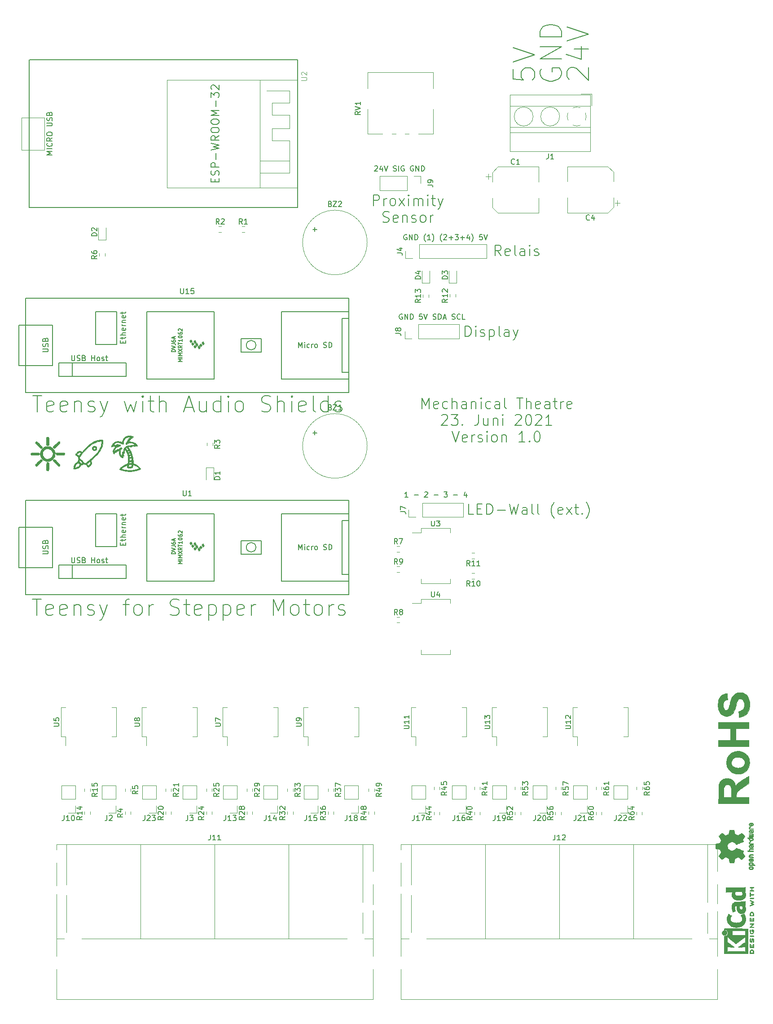
<source format=gto>
%TF.GenerationSoftware,KiCad,Pcbnew,(5.1.9-0-10_14)*%
%TF.CreationDate,2021-06-23T09:28:56+02:00*%
%TF.ProjectId,MechanicalTheatre,4d656368-616e-4696-9361-6c5468656174,rev?*%
%TF.SameCoordinates,Original*%
%TF.FileFunction,Legend,Top*%
%TF.FilePolarity,Positive*%
%FSLAX46Y46*%
G04 Gerber Fmt 4.6, Leading zero omitted, Abs format (unit mm)*
G04 Created by KiCad (PCBNEW (5.1.9-0-10_14)) date 2021-06-23 09:28:56*
%MOMM*%
%LPD*%
G01*
G04 APERTURE LIST*
%ADD10C,0.150000*%
%ADD11C,0.010000*%
%ADD12C,0.120000*%
%ADD13C,0.100000*%
%ADD14C,0.127000*%
%ADD15C,0.015000*%
%ADD16C,2.500000*%
%ADD17C,1.500000*%
%ADD18C,3.250000*%
%ADD19O,1.700000X1.700000*%
%ADD20R,1.700000X1.700000*%
%ADD21C,1.600000*%
%ADD22R,1.600000X1.600000*%
%ADD23C,1.560000*%
%ADD24R,1.560000X1.560000*%
%ADD25C,4.000000*%
%ADD26C,1.800000*%
%ADD27C,2.800000*%
%ADD28R,2.800000X2.800000*%
%ADD29C,2.000000*%
%ADD30R,2.000000X2.000000*%
G04 APERTURE END LIST*
D10*
X108106761Y-115058761D02*
X108106761Y-113058761D01*
X108773428Y-114487333D01*
X109440095Y-113058761D01*
X109440095Y-115058761D01*
X111154380Y-114963523D02*
X110963904Y-115058761D01*
X110582952Y-115058761D01*
X110392476Y-114963523D01*
X110297238Y-114773047D01*
X110297238Y-114011142D01*
X110392476Y-113820666D01*
X110582952Y-113725428D01*
X110963904Y-113725428D01*
X111154380Y-113820666D01*
X111249619Y-114011142D01*
X111249619Y-114201619D01*
X110297238Y-114392095D01*
X112963904Y-114963523D02*
X112773428Y-115058761D01*
X112392476Y-115058761D01*
X112202000Y-114963523D01*
X112106761Y-114868285D01*
X112011523Y-114677809D01*
X112011523Y-114106380D01*
X112106761Y-113915904D01*
X112202000Y-113820666D01*
X112392476Y-113725428D01*
X112773428Y-113725428D01*
X112963904Y-113820666D01*
X113821047Y-115058761D02*
X113821047Y-113058761D01*
X114678190Y-115058761D02*
X114678190Y-114011142D01*
X114582952Y-113820666D01*
X114392476Y-113725428D01*
X114106761Y-113725428D01*
X113916285Y-113820666D01*
X113821047Y-113915904D01*
X116487714Y-115058761D02*
X116487714Y-114011142D01*
X116392476Y-113820666D01*
X116202000Y-113725428D01*
X115821047Y-113725428D01*
X115630571Y-113820666D01*
X116487714Y-114963523D02*
X116297238Y-115058761D01*
X115821047Y-115058761D01*
X115630571Y-114963523D01*
X115535333Y-114773047D01*
X115535333Y-114582571D01*
X115630571Y-114392095D01*
X115821047Y-114296857D01*
X116297238Y-114296857D01*
X116487714Y-114201619D01*
X117440095Y-113725428D02*
X117440095Y-115058761D01*
X117440095Y-113915904D02*
X117535333Y-113820666D01*
X117725809Y-113725428D01*
X118011523Y-113725428D01*
X118202000Y-113820666D01*
X118297238Y-114011142D01*
X118297238Y-115058761D01*
X119249619Y-115058761D02*
X119249619Y-113725428D01*
X119249619Y-113058761D02*
X119154380Y-113154000D01*
X119249619Y-113249238D01*
X119344857Y-113154000D01*
X119249619Y-113058761D01*
X119249619Y-113249238D01*
X121059142Y-114963523D02*
X120868666Y-115058761D01*
X120487714Y-115058761D01*
X120297238Y-114963523D01*
X120202000Y-114868285D01*
X120106761Y-114677809D01*
X120106761Y-114106380D01*
X120202000Y-113915904D01*
X120297238Y-113820666D01*
X120487714Y-113725428D01*
X120868666Y-113725428D01*
X121059142Y-113820666D01*
X122773428Y-115058761D02*
X122773428Y-114011142D01*
X122678190Y-113820666D01*
X122487714Y-113725428D01*
X122106761Y-113725428D01*
X121916285Y-113820666D01*
X122773428Y-114963523D02*
X122582952Y-115058761D01*
X122106761Y-115058761D01*
X121916285Y-114963523D01*
X121821047Y-114773047D01*
X121821047Y-114582571D01*
X121916285Y-114392095D01*
X122106761Y-114296857D01*
X122582952Y-114296857D01*
X122773428Y-114201619D01*
X124011523Y-115058761D02*
X123821047Y-114963523D01*
X123725809Y-114773047D01*
X123725809Y-113058761D01*
X126011523Y-113058761D02*
X127154380Y-113058761D01*
X126582952Y-115058761D02*
X126582952Y-113058761D01*
X127821047Y-115058761D02*
X127821047Y-113058761D01*
X128678190Y-115058761D02*
X128678190Y-114011142D01*
X128582952Y-113820666D01*
X128392476Y-113725428D01*
X128106761Y-113725428D01*
X127916285Y-113820666D01*
X127821047Y-113915904D01*
X130392476Y-114963523D02*
X130202000Y-115058761D01*
X129821047Y-115058761D01*
X129630571Y-114963523D01*
X129535333Y-114773047D01*
X129535333Y-114011142D01*
X129630571Y-113820666D01*
X129821047Y-113725428D01*
X130202000Y-113725428D01*
X130392476Y-113820666D01*
X130487714Y-114011142D01*
X130487714Y-114201619D01*
X129535333Y-114392095D01*
X132202000Y-115058761D02*
X132202000Y-114011142D01*
X132106761Y-113820666D01*
X131916285Y-113725428D01*
X131535333Y-113725428D01*
X131344857Y-113820666D01*
X132202000Y-114963523D02*
X132011523Y-115058761D01*
X131535333Y-115058761D01*
X131344857Y-114963523D01*
X131249619Y-114773047D01*
X131249619Y-114582571D01*
X131344857Y-114392095D01*
X131535333Y-114296857D01*
X132011523Y-114296857D01*
X132202000Y-114201619D01*
X132868666Y-113725428D02*
X133630571Y-113725428D01*
X133154380Y-113058761D02*
X133154380Y-114773047D01*
X133249619Y-114963523D01*
X133440095Y-115058761D01*
X133630571Y-115058761D01*
X134297238Y-115058761D02*
X134297238Y-113725428D01*
X134297238Y-114106380D02*
X134392476Y-113915904D01*
X134487714Y-113820666D01*
X134678190Y-113725428D01*
X134868666Y-113725428D01*
X136297238Y-114963523D02*
X136106761Y-115058761D01*
X135725809Y-115058761D01*
X135535333Y-114963523D01*
X135440095Y-114773047D01*
X135440095Y-114011142D01*
X135535333Y-113820666D01*
X135725809Y-113725428D01*
X136106761Y-113725428D01*
X136297238Y-113820666D01*
X136392476Y-114011142D01*
X136392476Y-114201619D01*
X135440095Y-114392095D01*
X111821047Y-116399238D02*
X111916285Y-116304000D01*
X112106761Y-116208761D01*
X112582952Y-116208761D01*
X112773428Y-116304000D01*
X112868666Y-116399238D01*
X112963904Y-116589714D01*
X112963904Y-116780190D01*
X112868666Y-117065904D01*
X111725809Y-118208761D01*
X112963904Y-118208761D01*
X113630571Y-116208761D02*
X114868666Y-116208761D01*
X114202000Y-116970666D01*
X114487714Y-116970666D01*
X114678190Y-117065904D01*
X114773428Y-117161142D01*
X114868666Y-117351619D01*
X114868666Y-117827809D01*
X114773428Y-118018285D01*
X114678190Y-118113523D01*
X114487714Y-118208761D01*
X113916285Y-118208761D01*
X113725809Y-118113523D01*
X113630571Y-118018285D01*
X115725809Y-118018285D02*
X115821047Y-118113523D01*
X115725809Y-118208761D01*
X115630571Y-118113523D01*
X115725809Y-118018285D01*
X115725809Y-118208761D01*
X118773428Y-116208761D02*
X118773428Y-117637333D01*
X118678190Y-117923047D01*
X118487714Y-118113523D01*
X118202000Y-118208761D01*
X118011523Y-118208761D01*
X120582952Y-116875428D02*
X120582952Y-118208761D01*
X119725809Y-116875428D02*
X119725809Y-117923047D01*
X119821047Y-118113523D01*
X120011523Y-118208761D01*
X120297238Y-118208761D01*
X120487714Y-118113523D01*
X120582952Y-118018285D01*
X121535333Y-116875428D02*
X121535333Y-118208761D01*
X121535333Y-117065904D02*
X121630571Y-116970666D01*
X121821047Y-116875428D01*
X122106761Y-116875428D01*
X122297238Y-116970666D01*
X122392476Y-117161142D01*
X122392476Y-118208761D01*
X123344857Y-118208761D02*
X123344857Y-116875428D01*
X123344857Y-116208761D02*
X123249619Y-116304000D01*
X123344857Y-116399238D01*
X123440095Y-116304000D01*
X123344857Y-116208761D01*
X123344857Y-116399238D01*
X125725809Y-116399238D02*
X125821047Y-116304000D01*
X126011523Y-116208761D01*
X126487714Y-116208761D01*
X126678190Y-116304000D01*
X126773428Y-116399238D01*
X126868666Y-116589714D01*
X126868666Y-116780190D01*
X126773428Y-117065904D01*
X125630571Y-118208761D01*
X126868666Y-118208761D01*
X128106761Y-116208761D02*
X128297238Y-116208761D01*
X128487714Y-116304000D01*
X128582952Y-116399238D01*
X128678190Y-116589714D01*
X128773428Y-116970666D01*
X128773428Y-117446857D01*
X128678190Y-117827809D01*
X128582952Y-118018285D01*
X128487714Y-118113523D01*
X128297238Y-118208761D01*
X128106761Y-118208761D01*
X127916285Y-118113523D01*
X127821047Y-118018285D01*
X127725809Y-117827809D01*
X127630571Y-117446857D01*
X127630571Y-116970666D01*
X127725809Y-116589714D01*
X127821047Y-116399238D01*
X127916285Y-116304000D01*
X128106761Y-116208761D01*
X129535333Y-116399238D02*
X129630571Y-116304000D01*
X129821047Y-116208761D01*
X130297238Y-116208761D01*
X130487714Y-116304000D01*
X130582952Y-116399238D01*
X130678190Y-116589714D01*
X130678190Y-116780190D01*
X130582952Y-117065904D01*
X129440095Y-118208761D01*
X130678190Y-118208761D01*
X132582952Y-118208761D02*
X131440095Y-118208761D01*
X132011523Y-118208761D02*
X132011523Y-116208761D01*
X131821047Y-116494476D01*
X131630571Y-116684952D01*
X131440095Y-116780190D01*
X113821047Y-119358761D02*
X114487714Y-121358761D01*
X115154380Y-119358761D01*
X116582952Y-121263523D02*
X116392476Y-121358761D01*
X116011523Y-121358761D01*
X115821047Y-121263523D01*
X115725809Y-121073047D01*
X115725809Y-120311142D01*
X115821047Y-120120666D01*
X116011523Y-120025428D01*
X116392476Y-120025428D01*
X116582952Y-120120666D01*
X116678190Y-120311142D01*
X116678190Y-120501619D01*
X115725809Y-120692095D01*
X117535333Y-121358761D02*
X117535333Y-120025428D01*
X117535333Y-120406380D02*
X117630571Y-120215904D01*
X117725809Y-120120666D01*
X117916285Y-120025428D01*
X118106761Y-120025428D01*
X118678190Y-121263523D02*
X118868666Y-121358761D01*
X119249619Y-121358761D01*
X119440095Y-121263523D01*
X119535333Y-121073047D01*
X119535333Y-120977809D01*
X119440095Y-120787333D01*
X119249619Y-120692095D01*
X118963904Y-120692095D01*
X118773428Y-120596857D01*
X118678190Y-120406380D01*
X118678190Y-120311142D01*
X118773428Y-120120666D01*
X118963904Y-120025428D01*
X119249619Y-120025428D01*
X119440095Y-120120666D01*
X120392476Y-121358761D02*
X120392476Y-120025428D01*
X120392476Y-119358761D02*
X120297238Y-119454000D01*
X120392476Y-119549238D01*
X120487714Y-119454000D01*
X120392476Y-119358761D01*
X120392476Y-119549238D01*
X121630571Y-121358761D02*
X121440095Y-121263523D01*
X121344857Y-121168285D01*
X121249619Y-120977809D01*
X121249619Y-120406380D01*
X121344857Y-120215904D01*
X121440095Y-120120666D01*
X121630571Y-120025428D01*
X121916285Y-120025428D01*
X122106761Y-120120666D01*
X122202000Y-120215904D01*
X122297238Y-120406380D01*
X122297238Y-120977809D01*
X122202000Y-121168285D01*
X122106761Y-121263523D01*
X121916285Y-121358761D01*
X121630571Y-121358761D01*
X123154380Y-120025428D02*
X123154380Y-121358761D01*
X123154380Y-120215904D02*
X123249619Y-120120666D01*
X123440095Y-120025428D01*
X123725809Y-120025428D01*
X123916285Y-120120666D01*
X124011523Y-120311142D01*
X124011523Y-121358761D01*
X127535333Y-121358761D02*
X126392476Y-121358761D01*
X126963904Y-121358761D02*
X126963904Y-119358761D01*
X126773428Y-119644476D01*
X126582952Y-119834952D01*
X126392476Y-119930190D01*
X128392476Y-121168285D02*
X128487714Y-121263523D01*
X128392476Y-121358761D01*
X128297238Y-121263523D01*
X128392476Y-121168285D01*
X128392476Y-121358761D01*
X129725809Y-119358761D02*
X129916285Y-119358761D01*
X130106761Y-119454000D01*
X130202000Y-119549238D01*
X130297238Y-119739714D01*
X130392476Y-120120666D01*
X130392476Y-120596857D01*
X130297238Y-120977809D01*
X130202000Y-121168285D01*
X130106761Y-121263523D01*
X129916285Y-121358761D01*
X129725809Y-121358761D01*
X129535333Y-121263523D01*
X129440095Y-121168285D01*
X129344857Y-120977809D01*
X129249619Y-120596857D01*
X129249619Y-120120666D01*
X129344857Y-119739714D01*
X129440095Y-119549238D01*
X129535333Y-119454000D01*
X129725809Y-119358761D01*
X99195523Y-69397619D02*
X99243142Y-69350000D01*
X99338380Y-69302380D01*
X99576476Y-69302380D01*
X99671714Y-69350000D01*
X99719333Y-69397619D01*
X99766952Y-69492857D01*
X99766952Y-69588095D01*
X99719333Y-69730952D01*
X99147904Y-70302380D01*
X99766952Y-70302380D01*
X100624095Y-69635714D02*
X100624095Y-70302380D01*
X100386000Y-69254761D02*
X100147904Y-69969047D01*
X100766952Y-69969047D01*
X101005047Y-69302380D02*
X101338380Y-70302380D01*
X101671714Y-69302380D01*
X102719333Y-70254761D02*
X102862190Y-70302380D01*
X103100285Y-70302380D01*
X103195523Y-70254761D01*
X103243142Y-70207142D01*
X103290761Y-70111904D01*
X103290761Y-70016666D01*
X103243142Y-69921428D01*
X103195523Y-69873809D01*
X103100285Y-69826190D01*
X102909809Y-69778571D01*
X102814571Y-69730952D01*
X102766952Y-69683333D01*
X102719333Y-69588095D01*
X102719333Y-69492857D01*
X102766952Y-69397619D01*
X102814571Y-69350000D01*
X102909809Y-69302380D01*
X103147904Y-69302380D01*
X103290761Y-69350000D01*
X103719333Y-70302380D02*
X103719333Y-69302380D01*
X104719333Y-69350000D02*
X104624095Y-69302380D01*
X104481238Y-69302380D01*
X104338380Y-69350000D01*
X104243142Y-69445238D01*
X104195523Y-69540476D01*
X104147904Y-69730952D01*
X104147904Y-69873809D01*
X104195523Y-70064285D01*
X104243142Y-70159523D01*
X104338380Y-70254761D01*
X104481238Y-70302380D01*
X104576476Y-70302380D01*
X104719333Y-70254761D01*
X104766952Y-70207142D01*
X104766952Y-69873809D01*
X104576476Y-69873809D01*
X106481238Y-69350000D02*
X106386000Y-69302380D01*
X106243142Y-69302380D01*
X106100285Y-69350000D01*
X106005047Y-69445238D01*
X105957428Y-69540476D01*
X105909809Y-69730952D01*
X105909809Y-69873809D01*
X105957428Y-70064285D01*
X106005047Y-70159523D01*
X106100285Y-70254761D01*
X106243142Y-70302380D01*
X106338380Y-70302380D01*
X106481238Y-70254761D01*
X106528857Y-70207142D01*
X106528857Y-69873809D01*
X106338380Y-69873809D01*
X106957428Y-70302380D02*
X106957428Y-69302380D01*
X107528857Y-70302380D01*
X107528857Y-69302380D01*
X108005047Y-70302380D02*
X108005047Y-69302380D01*
X108243142Y-69302380D01*
X108386000Y-69350000D01*
X108481238Y-69445238D01*
X108528857Y-69540476D01*
X108576476Y-69730952D01*
X108576476Y-69873809D01*
X108528857Y-70064285D01*
X108481238Y-70159523D01*
X108386000Y-70254761D01*
X108243142Y-70302380D01*
X108005047Y-70302380D01*
X117841428Y-135016761D02*
X116889047Y-135016761D01*
X116889047Y-133016761D01*
X118508095Y-133969142D02*
X119174761Y-133969142D01*
X119460476Y-135016761D02*
X118508095Y-135016761D01*
X118508095Y-133016761D01*
X119460476Y-133016761D01*
X120317619Y-135016761D02*
X120317619Y-133016761D01*
X120793809Y-133016761D01*
X121079523Y-133112000D01*
X121269999Y-133302476D01*
X121365238Y-133492952D01*
X121460476Y-133873904D01*
X121460476Y-134159619D01*
X121365238Y-134540571D01*
X121269999Y-134731047D01*
X121079523Y-134921523D01*
X120793809Y-135016761D01*
X120317619Y-135016761D01*
X122317619Y-134254857D02*
X123841428Y-134254857D01*
X124603333Y-133016761D02*
X125079523Y-135016761D01*
X125460476Y-133588190D01*
X125841428Y-135016761D01*
X126317619Y-133016761D01*
X127936666Y-135016761D02*
X127936666Y-133969142D01*
X127841428Y-133778666D01*
X127650952Y-133683428D01*
X127269999Y-133683428D01*
X127079523Y-133778666D01*
X127936666Y-134921523D02*
X127746190Y-135016761D01*
X127269999Y-135016761D01*
X127079523Y-134921523D01*
X126984285Y-134731047D01*
X126984285Y-134540571D01*
X127079523Y-134350095D01*
X127269999Y-134254857D01*
X127746190Y-134254857D01*
X127936666Y-134159619D01*
X129174761Y-135016761D02*
X128984285Y-134921523D01*
X128889047Y-134731047D01*
X128889047Y-133016761D01*
X130222380Y-135016761D02*
X130031904Y-134921523D01*
X129936666Y-134731047D01*
X129936666Y-133016761D01*
X133079523Y-135778666D02*
X132984285Y-135683428D01*
X132793809Y-135397714D01*
X132698571Y-135207238D01*
X132603333Y-134921523D01*
X132508095Y-134445333D01*
X132508095Y-134064380D01*
X132603333Y-133588190D01*
X132698571Y-133302476D01*
X132793809Y-133112000D01*
X132984285Y-132826285D01*
X133079523Y-132731047D01*
X134603333Y-134921523D02*
X134412857Y-135016761D01*
X134031904Y-135016761D01*
X133841428Y-134921523D01*
X133746190Y-134731047D01*
X133746190Y-133969142D01*
X133841428Y-133778666D01*
X134031904Y-133683428D01*
X134412857Y-133683428D01*
X134603333Y-133778666D01*
X134698571Y-133969142D01*
X134698571Y-134159619D01*
X133746190Y-134350095D01*
X135365238Y-135016761D02*
X136412857Y-133683428D01*
X135365238Y-133683428D02*
X136412857Y-135016761D01*
X136889047Y-133683428D02*
X137650952Y-133683428D01*
X137174761Y-133016761D02*
X137174761Y-134731047D01*
X137270000Y-134921523D01*
X137460476Y-135016761D01*
X137650952Y-135016761D01*
X138317619Y-134826285D02*
X138412857Y-134921523D01*
X138317619Y-135016761D01*
X138222380Y-134921523D01*
X138317619Y-134826285D01*
X138317619Y-135016761D01*
X139079523Y-135778666D02*
X139174761Y-135683428D01*
X139365238Y-135397714D01*
X139460476Y-135207238D01*
X139555714Y-134921523D01*
X139650952Y-134445333D01*
X139650952Y-134064380D01*
X139555714Y-133588190D01*
X139460476Y-133302476D01*
X139365238Y-133112000D01*
X139174761Y-132826285D01*
X139079523Y-132731047D01*
X105458285Y-131770380D02*
X104886857Y-131770380D01*
X105172571Y-131770380D02*
X105172571Y-130770380D01*
X105077333Y-130913238D01*
X104982095Y-131008476D01*
X104886857Y-131056095D01*
X106648761Y-131389428D02*
X107410666Y-131389428D01*
X108601142Y-130865619D02*
X108648761Y-130818000D01*
X108744000Y-130770380D01*
X108982095Y-130770380D01*
X109077333Y-130818000D01*
X109124952Y-130865619D01*
X109172571Y-130960857D01*
X109172571Y-131056095D01*
X109124952Y-131198952D01*
X108553523Y-131770380D01*
X109172571Y-131770380D01*
X110363047Y-131389428D02*
X111124952Y-131389428D01*
X112267809Y-130770380D02*
X112886857Y-130770380D01*
X112553523Y-131151333D01*
X112696380Y-131151333D01*
X112791619Y-131198952D01*
X112839238Y-131246571D01*
X112886857Y-131341809D01*
X112886857Y-131579904D01*
X112839238Y-131675142D01*
X112791619Y-131722761D01*
X112696380Y-131770380D01*
X112410666Y-131770380D01*
X112315428Y-131722761D01*
X112267809Y-131675142D01*
X114077333Y-131389428D02*
X114839238Y-131389428D01*
X116505904Y-131103714D02*
X116505904Y-131770380D01*
X116267809Y-130722761D02*
X116029714Y-131437047D01*
X116648761Y-131437047D01*
X104386761Y-97290000D02*
X104291523Y-97242380D01*
X104148666Y-97242380D01*
X104005809Y-97290000D01*
X103910571Y-97385238D01*
X103862952Y-97480476D01*
X103815333Y-97670952D01*
X103815333Y-97813809D01*
X103862952Y-98004285D01*
X103910571Y-98099523D01*
X104005809Y-98194761D01*
X104148666Y-98242380D01*
X104243904Y-98242380D01*
X104386761Y-98194761D01*
X104434380Y-98147142D01*
X104434380Y-97813809D01*
X104243904Y-97813809D01*
X104862952Y-98242380D02*
X104862952Y-97242380D01*
X105434380Y-98242380D01*
X105434380Y-97242380D01*
X105910571Y-98242380D02*
X105910571Y-97242380D01*
X106148666Y-97242380D01*
X106291523Y-97290000D01*
X106386761Y-97385238D01*
X106434380Y-97480476D01*
X106482000Y-97670952D01*
X106482000Y-97813809D01*
X106434380Y-98004285D01*
X106386761Y-98099523D01*
X106291523Y-98194761D01*
X106148666Y-98242380D01*
X105910571Y-98242380D01*
X108148666Y-97242380D02*
X107672476Y-97242380D01*
X107624857Y-97718571D01*
X107672476Y-97670952D01*
X107767714Y-97623333D01*
X108005809Y-97623333D01*
X108101047Y-97670952D01*
X108148666Y-97718571D01*
X108196285Y-97813809D01*
X108196285Y-98051904D01*
X108148666Y-98147142D01*
X108101047Y-98194761D01*
X108005809Y-98242380D01*
X107767714Y-98242380D01*
X107672476Y-98194761D01*
X107624857Y-98147142D01*
X108482000Y-97242380D02*
X108815333Y-98242380D01*
X109148666Y-97242380D01*
X110196285Y-98194761D02*
X110339142Y-98242380D01*
X110577238Y-98242380D01*
X110672476Y-98194761D01*
X110720095Y-98147142D01*
X110767714Y-98051904D01*
X110767714Y-97956666D01*
X110720095Y-97861428D01*
X110672476Y-97813809D01*
X110577238Y-97766190D01*
X110386761Y-97718571D01*
X110291523Y-97670952D01*
X110243904Y-97623333D01*
X110196285Y-97528095D01*
X110196285Y-97432857D01*
X110243904Y-97337619D01*
X110291523Y-97290000D01*
X110386761Y-97242380D01*
X110624857Y-97242380D01*
X110767714Y-97290000D01*
X111196285Y-98242380D02*
X111196285Y-97242380D01*
X111434380Y-97242380D01*
X111577238Y-97290000D01*
X111672476Y-97385238D01*
X111720095Y-97480476D01*
X111767714Y-97670952D01*
X111767714Y-97813809D01*
X111720095Y-98004285D01*
X111672476Y-98099523D01*
X111577238Y-98194761D01*
X111434380Y-98242380D01*
X111196285Y-98242380D01*
X112148666Y-97956666D02*
X112624857Y-97956666D01*
X112053428Y-98242380D02*
X112386761Y-97242380D01*
X112720095Y-98242380D01*
X113767714Y-98194761D02*
X113910571Y-98242380D01*
X114148666Y-98242380D01*
X114243904Y-98194761D01*
X114291523Y-98147142D01*
X114339142Y-98051904D01*
X114339142Y-97956666D01*
X114291523Y-97861428D01*
X114243904Y-97813809D01*
X114148666Y-97766190D01*
X113958190Y-97718571D01*
X113862952Y-97670952D01*
X113815333Y-97623333D01*
X113767714Y-97528095D01*
X113767714Y-97432857D01*
X113815333Y-97337619D01*
X113862952Y-97290000D01*
X113958190Y-97242380D01*
X114196285Y-97242380D01*
X114339142Y-97290000D01*
X115339142Y-98147142D02*
X115291523Y-98194761D01*
X115148666Y-98242380D01*
X115053428Y-98242380D01*
X114910571Y-98194761D01*
X114815333Y-98099523D01*
X114767714Y-98004285D01*
X114720095Y-97813809D01*
X114720095Y-97670952D01*
X114767714Y-97480476D01*
X114815333Y-97385238D01*
X114910571Y-97290000D01*
X115053428Y-97242380D01*
X115148666Y-97242380D01*
X115291523Y-97290000D01*
X115339142Y-97337619D01*
X116243904Y-98242380D02*
X115767714Y-98242380D01*
X115767714Y-97242380D01*
X105236285Y-82304000D02*
X105141047Y-82256380D01*
X104998190Y-82256380D01*
X104855333Y-82304000D01*
X104760095Y-82399238D01*
X104712476Y-82494476D01*
X104664857Y-82684952D01*
X104664857Y-82827809D01*
X104712476Y-83018285D01*
X104760095Y-83113523D01*
X104855333Y-83208761D01*
X104998190Y-83256380D01*
X105093428Y-83256380D01*
X105236285Y-83208761D01*
X105283904Y-83161142D01*
X105283904Y-82827809D01*
X105093428Y-82827809D01*
X105712476Y-83256380D02*
X105712476Y-82256380D01*
X106283904Y-83256380D01*
X106283904Y-82256380D01*
X106760095Y-83256380D02*
X106760095Y-82256380D01*
X106998190Y-82256380D01*
X107141047Y-82304000D01*
X107236285Y-82399238D01*
X107283904Y-82494476D01*
X107331523Y-82684952D01*
X107331523Y-82827809D01*
X107283904Y-83018285D01*
X107236285Y-83113523D01*
X107141047Y-83208761D01*
X106998190Y-83256380D01*
X106760095Y-83256380D01*
X108807714Y-83637333D02*
X108760095Y-83589714D01*
X108664857Y-83446857D01*
X108617238Y-83351619D01*
X108569619Y-83208761D01*
X108522000Y-82970666D01*
X108522000Y-82780190D01*
X108569619Y-82542095D01*
X108617238Y-82399238D01*
X108664857Y-82304000D01*
X108760095Y-82161142D01*
X108807714Y-82113523D01*
X109712476Y-83256380D02*
X109141047Y-83256380D01*
X109426761Y-83256380D02*
X109426761Y-82256380D01*
X109331523Y-82399238D01*
X109236285Y-82494476D01*
X109141047Y-82542095D01*
X110045809Y-83637333D02*
X110093428Y-83589714D01*
X110188666Y-83446857D01*
X110236285Y-83351619D01*
X110283904Y-83208761D01*
X110331523Y-82970666D01*
X110331523Y-82780190D01*
X110283904Y-82542095D01*
X110236285Y-82399238D01*
X110188666Y-82304000D01*
X110093428Y-82161142D01*
X110045809Y-82113523D01*
X111855333Y-83637333D02*
X111807714Y-83589714D01*
X111712476Y-83446857D01*
X111664857Y-83351619D01*
X111617238Y-83208761D01*
X111569619Y-82970666D01*
X111569619Y-82780190D01*
X111617238Y-82542095D01*
X111664857Y-82399238D01*
X111712476Y-82304000D01*
X111807714Y-82161142D01*
X111855333Y-82113523D01*
X112188666Y-82351619D02*
X112236285Y-82304000D01*
X112331523Y-82256380D01*
X112569619Y-82256380D01*
X112664857Y-82304000D01*
X112712476Y-82351619D01*
X112760095Y-82446857D01*
X112760095Y-82542095D01*
X112712476Y-82684952D01*
X112141047Y-83256380D01*
X112760095Y-83256380D01*
X113188666Y-82875428D02*
X113950571Y-82875428D01*
X113569619Y-83256380D02*
X113569619Y-82494476D01*
X114331523Y-82256380D02*
X114950571Y-82256380D01*
X114617238Y-82637333D01*
X114760095Y-82637333D01*
X114855333Y-82684952D01*
X114902952Y-82732571D01*
X114950571Y-82827809D01*
X114950571Y-83065904D01*
X114902952Y-83161142D01*
X114855333Y-83208761D01*
X114760095Y-83256380D01*
X114474380Y-83256380D01*
X114379142Y-83208761D01*
X114331523Y-83161142D01*
X115379142Y-82875428D02*
X116141047Y-82875428D01*
X115760095Y-83256380D02*
X115760095Y-82494476D01*
X117045809Y-82589714D02*
X117045809Y-83256380D01*
X116807714Y-82208761D02*
X116569619Y-82923047D01*
X117188666Y-82923047D01*
X117474380Y-83637333D02*
X117522000Y-83589714D01*
X117617238Y-83446857D01*
X117664857Y-83351619D01*
X117712476Y-83208761D01*
X117760095Y-82970666D01*
X117760095Y-82780190D01*
X117712476Y-82542095D01*
X117664857Y-82399238D01*
X117617238Y-82304000D01*
X117522000Y-82161142D01*
X117474380Y-82113523D01*
X119474380Y-82256380D02*
X118998190Y-82256380D01*
X118950571Y-82732571D01*
X118998190Y-82684952D01*
X119093428Y-82637333D01*
X119331523Y-82637333D01*
X119426761Y-82684952D01*
X119474380Y-82732571D01*
X119522000Y-82827809D01*
X119522000Y-83065904D01*
X119474380Y-83161142D01*
X119426761Y-83208761D01*
X119331523Y-83256380D01*
X119093428Y-83256380D01*
X118998190Y-83208761D01*
X118950571Y-83161142D01*
X119807714Y-82256380D02*
X120141047Y-83256380D01*
X120474380Y-82256380D01*
X116253238Y-101488761D02*
X116253238Y-99488761D01*
X116729428Y-99488761D01*
X117015142Y-99584000D01*
X117205619Y-99774476D01*
X117300857Y-99964952D01*
X117396095Y-100345904D01*
X117396095Y-100631619D01*
X117300857Y-101012571D01*
X117205619Y-101203047D01*
X117015142Y-101393523D01*
X116729428Y-101488761D01*
X116253238Y-101488761D01*
X118253238Y-101488761D02*
X118253238Y-100155428D01*
X118253238Y-99488761D02*
X118158000Y-99584000D01*
X118253238Y-99679238D01*
X118348476Y-99584000D01*
X118253238Y-99488761D01*
X118253238Y-99679238D01*
X119110380Y-101393523D02*
X119300857Y-101488761D01*
X119681809Y-101488761D01*
X119872285Y-101393523D01*
X119967523Y-101203047D01*
X119967523Y-101107809D01*
X119872285Y-100917333D01*
X119681809Y-100822095D01*
X119396095Y-100822095D01*
X119205619Y-100726857D01*
X119110380Y-100536380D01*
X119110380Y-100441142D01*
X119205619Y-100250666D01*
X119396095Y-100155428D01*
X119681809Y-100155428D01*
X119872285Y-100250666D01*
X120824666Y-100155428D02*
X120824666Y-102155428D01*
X120824666Y-100250666D02*
X121015142Y-100155428D01*
X121396095Y-100155428D01*
X121586571Y-100250666D01*
X121681809Y-100345904D01*
X121777047Y-100536380D01*
X121777047Y-101107809D01*
X121681809Y-101298285D01*
X121586571Y-101393523D01*
X121396095Y-101488761D01*
X121015142Y-101488761D01*
X120824666Y-101393523D01*
X122919904Y-101488761D02*
X122729428Y-101393523D01*
X122634190Y-101203047D01*
X122634190Y-99488761D01*
X124538952Y-101488761D02*
X124538952Y-100441142D01*
X124443714Y-100250666D01*
X124253238Y-100155428D01*
X123872285Y-100155428D01*
X123681809Y-100250666D01*
X124538952Y-101393523D02*
X124348476Y-101488761D01*
X123872285Y-101488761D01*
X123681809Y-101393523D01*
X123586571Y-101203047D01*
X123586571Y-101012571D01*
X123681809Y-100822095D01*
X123872285Y-100726857D01*
X124348476Y-100726857D01*
X124538952Y-100631619D01*
X125300857Y-100155428D02*
X125777047Y-101488761D01*
X126253238Y-100155428D02*
X125777047Y-101488761D01*
X125586571Y-101964952D01*
X125491333Y-102060190D01*
X125300857Y-102155428D01*
X123031619Y-86248761D02*
X122364952Y-85296380D01*
X121888761Y-86248761D02*
X121888761Y-84248761D01*
X122650666Y-84248761D01*
X122841142Y-84344000D01*
X122936380Y-84439238D01*
X123031619Y-84629714D01*
X123031619Y-84915428D01*
X122936380Y-85105904D01*
X122841142Y-85201142D01*
X122650666Y-85296380D01*
X121888761Y-85296380D01*
X124650666Y-86153523D02*
X124460190Y-86248761D01*
X124079238Y-86248761D01*
X123888761Y-86153523D01*
X123793523Y-85963047D01*
X123793523Y-85201142D01*
X123888761Y-85010666D01*
X124079238Y-84915428D01*
X124460190Y-84915428D01*
X124650666Y-85010666D01*
X124745904Y-85201142D01*
X124745904Y-85391619D01*
X123793523Y-85582095D01*
X125888761Y-86248761D02*
X125698285Y-86153523D01*
X125603047Y-85963047D01*
X125603047Y-84248761D01*
X127507809Y-86248761D02*
X127507809Y-85201142D01*
X127412571Y-85010666D01*
X127222095Y-84915428D01*
X126841142Y-84915428D01*
X126650666Y-85010666D01*
X127507809Y-86153523D02*
X127317333Y-86248761D01*
X126841142Y-86248761D01*
X126650666Y-86153523D01*
X126555428Y-85963047D01*
X126555428Y-85772571D01*
X126650666Y-85582095D01*
X126841142Y-85486857D01*
X127317333Y-85486857D01*
X127507809Y-85391619D01*
X128460190Y-86248761D02*
X128460190Y-84915428D01*
X128460190Y-84248761D02*
X128364952Y-84344000D01*
X128460190Y-84439238D01*
X128555428Y-84344000D01*
X128460190Y-84248761D01*
X128460190Y-84439238D01*
X129317333Y-86153523D02*
X129507809Y-86248761D01*
X129888761Y-86248761D01*
X130079238Y-86153523D01*
X130174476Y-85963047D01*
X130174476Y-85867809D01*
X130079238Y-85677333D01*
X129888761Y-85582095D01*
X129603047Y-85582095D01*
X129412571Y-85486857D01*
X129317333Y-85296380D01*
X129317333Y-85201142D01*
X129412571Y-85010666D01*
X129603047Y-84915428D01*
X129888761Y-84915428D01*
X130079238Y-85010666D01*
X98933809Y-76799761D02*
X98933809Y-74799761D01*
X99695714Y-74799761D01*
X99886190Y-74895000D01*
X99981428Y-74990238D01*
X100076666Y-75180714D01*
X100076666Y-75466428D01*
X99981428Y-75656904D01*
X99886190Y-75752142D01*
X99695714Y-75847380D01*
X98933809Y-75847380D01*
X100933809Y-76799761D02*
X100933809Y-75466428D01*
X100933809Y-75847380D02*
X101029047Y-75656904D01*
X101124285Y-75561666D01*
X101314761Y-75466428D01*
X101505238Y-75466428D01*
X102457619Y-76799761D02*
X102267142Y-76704523D01*
X102171904Y-76609285D01*
X102076666Y-76418809D01*
X102076666Y-75847380D01*
X102171904Y-75656904D01*
X102267142Y-75561666D01*
X102457619Y-75466428D01*
X102743333Y-75466428D01*
X102933809Y-75561666D01*
X103029047Y-75656904D01*
X103124285Y-75847380D01*
X103124285Y-76418809D01*
X103029047Y-76609285D01*
X102933809Y-76704523D01*
X102743333Y-76799761D01*
X102457619Y-76799761D01*
X103790952Y-76799761D02*
X104838571Y-75466428D01*
X103790952Y-75466428D02*
X104838571Y-76799761D01*
X105600476Y-76799761D02*
X105600476Y-75466428D01*
X105600476Y-74799761D02*
X105505238Y-74895000D01*
X105600476Y-74990238D01*
X105695714Y-74895000D01*
X105600476Y-74799761D01*
X105600476Y-74990238D01*
X106552857Y-76799761D02*
X106552857Y-75466428D01*
X106552857Y-75656904D02*
X106648095Y-75561666D01*
X106838571Y-75466428D01*
X107124285Y-75466428D01*
X107314761Y-75561666D01*
X107410000Y-75752142D01*
X107410000Y-76799761D01*
X107410000Y-75752142D02*
X107505238Y-75561666D01*
X107695714Y-75466428D01*
X107981428Y-75466428D01*
X108171904Y-75561666D01*
X108267142Y-75752142D01*
X108267142Y-76799761D01*
X109219523Y-76799761D02*
X109219523Y-75466428D01*
X109219523Y-74799761D02*
X109124285Y-74895000D01*
X109219523Y-74990238D01*
X109314761Y-74895000D01*
X109219523Y-74799761D01*
X109219523Y-74990238D01*
X109886190Y-75466428D02*
X110648095Y-75466428D01*
X110171904Y-74799761D02*
X110171904Y-76514047D01*
X110267142Y-76704523D01*
X110457619Y-76799761D01*
X110648095Y-76799761D01*
X111124285Y-75466428D02*
X111600476Y-76799761D01*
X112076666Y-75466428D02*
X111600476Y-76799761D01*
X111410000Y-77275952D01*
X111314761Y-77371190D01*
X111124285Y-77466428D01*
X100743333Y-79854523D02*
X101029047Y-79949761D01*
X101505238Y-79949761D01*
X101695714Y-79854523D01*
X101790952Y-79759285D01*
X101886190Y-79568809D01*
X101886190Y-79378333D01*
X101790952Y-79187857D01*
X101695714Y-79092619D01*
X101505238Y-78997380D01*
X101124285Y-78902142D01*
X100933809Y-78806904D01*
X100838571Y-78711666D01*
X100743333Y-78521190D01*
X100743333Y-78330714D01*
X100838571Y-78140238D01*
X100933809Y-78045000D01*
X101124285Y-77949761D01*
X101600476Y-77949761D01*
X101886190Y-78045000D01*
X103505238Y-79854523D02*
X103314761Y-79949761D01*
X102933809Y-79949761D01*
X102743333Y-79854523D01*
X102648095Y-79664047D01*
X102648095Y-78902142D01*
X102743333Y-78711666D01*
X102933809Y-78616428D01*
X103314761Y-78616428D01*
X103505238Y-78711666D01*
X103600476Y-78902142D01*
X103600476Y-79092619D01*
X102648095Y-79283095D01*
X104457619Y-78616428D02*
X104457619Y-79949761D01*
X104457619Y-78806904D02*
X104552857Y-78711666D01*
X104743333Y-78616428D01*
X105029047Y-78616428D01*
X105219523Y-78711666D01*
X105314761Y-78902142D01*
X105314761Y-79949761D01*
X106171904Y-79854523D02*
X106362380Y-79949761D01*
X106743333Y-79949761D01*
X106933809Y-79854523D01*
X107029047Y-79664047D01*
X107029047Y-79568809D01*
X106933809Y-79378333D01*
X106743333Y-79283095D01*
X106457619Y-79283095D01*
X106267142Y-79187857D01*
X106171904Y-78997380D01*
X106171904Y-78902142D01*
X106267142Y-78711666D01*
X106457619Y-78616428D01*
X106743333Y-78616428D01*
X106933809Y-78711666D01*
X108171904Y-79949761D02*
X107981428Y-79854523D01*
X107886190Y-79759285D01*
X107790952Y-79568809D01*
X107790952Y-78997380D01*
X107886190Y-78806904D01*
X107981428Y-78711666D01*
X108171904Y-78616428D01*
X108457619Y-78616428D01*
X108648095Y-78711666D01*
X108743333Y-78806904D01*
X108838571Y-78997380D01*
X108838571Y-79568809D01*
X108743333Y-79759285D01*
X108648095Y-79854523D01*
X108457619Y-79949761D01*
X108171904Y-79949761D01*
X109695714Y-79949761D02*
X109695714Y-78616428D01*
X109695714Y-78997380D02*
X109790952Y-78806904D01*
X109886190Y-78711666D01*
X110076666Y-78616428D01*
X110267142Y-78616428D01*
X34619142Y-151011142D02*
X36333428Y-151011142D01*
X35476285Y-154011142D02*
X35476285Y-151011142D01*
X38476285Y-153868285D02*
X38190571Y-154011142D01*
X37619142Y-154011142D01*
X37333428Y-153868285D01*
X37190571Y-153582571D01*
X37190571Y-152439714D01*
X37333428Y-152154000D01*
X37619142Y-152011142D01*
X38190571Y-152011142D01*
X38476285Y-152154000D01*
X38619142Y-152439714D01*
X38619142Y-152725428D01*
X37190571Y-153011142D01*
X41047714Y-153868285D02*
X40761999Y-154011142D01*
X40190571Y-154011142D01*
X39904857Y-153868285D01*
X39761999Y-153582571D01*
X39761999Y-152439714D01*
X39904857Y-152154000D01*
X40190571Y-152011142D01*
X40761999Y-152011142D01*
X41047714Y-152154000D01*
X41190571Y-152439714D01*
X41190571Y-152725428D01*
X39761999Y-153011142D01*
X42476285Y-152011142D02*
X42476285Y-154011142D01*
X42476285Y-152296857D02*
X42619142Y-152154000D01*
X42904857Y-152011142D01*
X43333428Y-152011142D01*
X43619142Y-152154000D01*
X43761999Y-152439714D01*
X43761999Y-154011142D01*
X45047714Y-153868285D02*
X45333428Y-154011142D01*
X45904857Y-154011142D01*
X46190571Y-153868285D01*
X46333428Y-153582571D01*
X46333428Y-153439714D01*
X46190571Y-153154000D01*
X45904857Y-153011142D01*
X45476285Y-153011142D01*
X45190571Y-152868285D01*
X45047714Y-152582571D01*
X45047714Y-152439714D01*
X45190571Y-152154000D01*
X45476285Y-152011142D01*
X45904857Y-152011142D01*
X46190571Y-152154000D01*
X47333428Y-152011142D02*
X48047714Y-154011142D01*
X48762000Y-152011142D02*
X48047714Y-154011142D01*
X47761999Y-154725428D01*
X47619142Y-154868285D01*
X47333428Y-155011142D01*
X51762000Y-152011142D02*
X52904857Y-152011142D01*
X52190571Y-154011142D02*
X52190571Y-151439714D01*
X52333428Y-151154000D01*
X52619142Y-151011142D01*
X52904857Y-151011142D01*
X54333428Y-154011142D02*
X54047714Y-153868285D01*
X53904857Y-153725428D01*
X53761999Y-153439714D01*
X53761999Y-152582571D01*
X53904857Y-152296857D01*
X54047714Y-152154000D01*
X54333428Y-152011142D01*
X54761999Y-152011142D01*
X55047714Y-152154000D01*
X55190571Y-152296857D01*
X55333428Y-152582571D01*
X55333428Y-153439714D01*
X55190571Y-153725428D01*
X55047714Y-153868285D01*
X54761999Y-154011142D01*
X54333428Y-154011142D01*
X56619142Y-154011142D02*
X56619142Y-152011142D01*
X56619142Y-152582571D02*
X56761999Y-152296857D01*
X56904857Y-152154000D01*
X57190571Y-152011142D01*
X57476285Y-152011142D01*
X60619142Y-153868285D02*
X61047714Y-154011142D01*
X61761999Y-154011142D01*
X62047714Y-153868285D01*
X62190571Y-153725428D01*
X62333428Y-153439714D01*
X62333428Y-153154000D01*
X62190571Y-152868285D01*
X62047714Y-152725428D01*
X61761999Y-152582571D01*
X61190571Y-152439714D01*
X60904857Y-152296857D01*
X60761999Y-152154000D01*
X60619142Y-151868285D01*
X60619142Y-151582571D01*
X60761999Y-151296857D01*
X60904857Y-151154000D01*
X61190571Y-151011142D01*
X61904857Y-151011142D01*
X62333428Y-151154000D01*
X63190571Y-152011142D02*
X64333428Y-152011142D01*
X63619142Y-151011142D02*
X63619142Y-153582571D01*
X63761999Y-153868285D01*
X64047714Y-154011142D01*
X64333428Y-154011142D01*
X66476285Y-153868285D02*
X66190571Y-154011142D01*
X65619142Y-154011142D01*
X65333428Y-153868285D01*
X65190571Y-153582571D01*
X65190571Y-152439714D01*
X65333428Y-152154000D01*
X65619142Y-152011142D01*
X66190571Y-152011142D01*
X66476285Y-152154000D01*
X66619142Y-152439714D01*
X66619142Y-152725428D01*
X65190571Y-153011142D01*
X67904857Y-152011142D02*
X67904857Y-155011142D01*
X67904857Y-152154000D02*
X68190571Y-152011142D01*
X68762000Y-152011142D01*
X69047714Y-152154000D01*
X69190571Y-152296857D01*
X69333428Y-152582571D01*
X69333428Y-153439714D01*
X69190571Y-153725428D01*
X69047714Y-153868285D01*
X68762000Y-154011142D01*
X68190571Y-154011142D01*
X67904857Y-153868285D01*
X70619142Y-152011142D02*
X70619142Y-155011142D01*
X70619142Y-152154000D02*
X70904857Y-152011142D01*
X71476285Y-152011142D01*
X71762000Y-152154000D01*
X71904857Y-152296857D01*
X72047714Y-152582571D01*
X72047714Y-153439714D01*
X71904857Y-153725428D01*
X71762000Y-153868285D01*
X71476285Y-154011142D01*
X70904857Y-154011142D01*
X70619142Y-153868285D01*
X74476285Y-153868285D02*
X74190571Y-154011142D01*
X73619142Y-154011142D01*
X73333428Y-153868285D01*
X73190571Y-153582571D01*
X73190571Y-152439714D01*
X73333428Y-152154000D01*
X73619142Y-152011142D01*
X74190571Y-152011142D01*
X74476285Y-152154000D01*
X74619142Y-152439714D01*
X74619142Y-152725428D01*
X73190571Y-153011142D01*
X75904857Y-154011142D02*
X75904857Y-152011142D01*
X75904857Y-152582571D02*
X76047714Y-152296857D01*
X76190571Y-152154000D01*
X76476285Y-152011142D01*
X76762000Y-152011142D01*
X80047714Y-154011142D02*
X80047714Y-151011142D01*
X81047714Y-153154000D01*
X82047714Y-151011142D01*
X82047714Y-154011142D01*
X83904857Y-154011142D02*
X83619142Y-153868285D01*
X83476285Y-153725428D01*
X83333428Y-153439714D01*
X83333428Y-152582571D01*
X83476285Y-152296857D01*
X83619142Y-152154000D01*
X83904857Y-152011142D01*
X84333428Y-152011142D01*
X84619142Y-152154000D01*
X84762000Y-152296857D01*
X84904857Y-152582571D01*
X84904857Y-153439714D01*
X84762000Y-153725428D01*
X84619142Y-153868285D01*
X84333428Y-154011142D01*
X83904857Y-154011142D01*
X85762000Y-152011142D02*
X86904857Y-152011142D01*
X86190571Y-151011142D02*
X86190571Y-153582571D01*
X86333428Y-153868285D01*
X86619142Y-154011142D01*
X86904857Y-154011142D01*
X88333428Y-154011142D02*
X88047714Y-153868285D01*
X87904857Y-153725428D01*
X87762000Y-153439714D01*
X87762000Y-152582571D01*
X87904857Y-152296857D01*
X88047714Y-152154000D01*
X88333428Y-152011142D01*
X88762000Y-152011142D01*
X89047714Y-152154000D01*
X89190571Y-152296857D01*
X89333428Y-152582571D01*
X89333428Y-153439714D01*
X89190571Y-153725428D01*
X89047714Y-153868285D01*
X88762000Y-154011142D01*
X88333428Y-154011142D01*
X90619142Y-154011142D02*
X90619142Y-152011142D01*
X90619142Y-152582571D02*
X90762000Y-152296857D01*
X90904857Y-152154000D01*
X91190571Y-152011142D01*
X91476285Y-152011142D01*
X92333428Y-153868285D02*
X92619142Y-154011142D01*
X93190571Y-154011142D01*
X93476285Y-153868285D01*
X93619142Y-153582571D01*
X93619142Y-153439714D01*
X93476285Y-153154000D01*
X93190571Y-153011142D01*
X92762000Y-153011142D01*
X92476285Y-152868285D01*
X92333428Y-152582571D01*
X92333428Y-152439714D01*
X92476285Y-152154000D01*
X92762000Y-152011142D01*
X93190571Y-152011142D01*
X93476285Y-152154000D01*
X34722285Y-112657142D02*
X36436571Y-112657142D01*
X35579428Y-115657142D02*
X35579428Y-112657142D01*
X38579428Y-115514285D02*
X38293714Y-115657142D01*
X37722285Y-115657142D01*
X37436571Y-115514285D01*
X37293714Y-115228571D01*
X37293714Y-114085714D01*
X37436571Y-113800000D01*
X37722285Y-113657142D01*
X38293714Y-113657142D01*
X38579428Y-113800000D01*
X38722285Y-114085714D01*
X38722285Y-114371428D01*
X37293714Y-114657142D01*
X41150857Y-115514285D02*
X40865142Y-115657142D01*
X40293714Y-115657142D01*
X40008000Y-115514285D01*
X39865142Y-115228571D01*
X39865142Y-114085714D01*
X40008000Y-113800000D01*
X40293714Y-113657142D01*
X40865142Y-113657142D01*
X41150857Y-113800000D01*
X41293714Y-114085714D01*
X41293714Y-114371428D01*
X39865142Y-114657142D01*
X42579428Y-113657142D02*
X42579428Y-115657142D01*
X42579428Y-113942857D02*
X42722285Y-113800000D01*
X43008000Y-113657142D01*
X43436571Y-113657142D01*
X43722285Y-113800000D01*
X43865142Y-114085714D01*
X43865142Y-115657142D01*
X45150857Y-115514285D02*
X45436571Y-115657142D01*
X46008000Y-115657142D01*
X46293714Y-115514285D01*
X46436571Y-115228571D01*
X46436571Y-115085714D01*
X46293714Y-114800000D01*
X46008000Y-114657142D01*
X45579428Y-114657142D01*
X45293714Y-114514285D01*
X45150857Y-114228571D01*
X45150857Y-114085714D01*
X45293714Y-113800000D01*
X45579428Y-113657142D01*
X46008000Y-113657142D01*
X46293714Y-113800000D01*
X47436571Y-113657142D02*
X48150857Y-115657142D01*
X48865142Y-113657142D02*
X48150857Y-115657142D01*
X47865142Y-116371428D01*
X47722285Y-116514285D01*
X47436571Y-116657142D01*
X52008000Y-113657142D02*
X52579428Y-115657142D01*
X53150857Y-114228571D01*
X53722285Y-115657142D01*
X54293714Y-113657142D01*
X55436571Y-115657142D02*
X55436571Y-113657142D01*
X55436571Y-112657142D02*
X55293714Y-112800000D01*
X55436571Y-112942857D01*
X55579428Y-112800000D01*
X55436571Y-112657142D01*
X55436571Y-112942857D01*
X56436571Y-113657142D02*
X57579428Y-113657142D01*
X56865142Y-112657142D02*
X56865142Y-115228571D01*
X57008000Y-115514285D01*
X57293714Y-115657142D01*
X57579428Y-115657142D01*
X58579428Y-115657142D02*
X58579428Y-112657142D01*
X59865142Y-115657142D02*
X59865142Y-114085714D01*
X59722285Y-113800000D01*
X59436571Y-113657142D01*
X59007999Y-113657142D01*
X58722285Y-113800000D01*
X58579428Y-113942857D01*
X63436571Y-114800000D02*
X64865142Y-114800000D01*
X63150857Y-115657142D02*
X64150857Y-112657142D01*
X65150857Y-115657142D01*
X67436571Y-113657142D02*
X67436571Y-115657142D01*
X66150857Y-113657142D02*
X66150857Y-115228571D01*
X66293714Y-115514285D01*
X66579428Y-115657142D01*
X67007999Y-115657142D01*
X67293714Y-115514285D01*
X67436571Y-115371428D01*
X70150857Y-115657142D02*
X70150857Y-112657142D01*
X70150857Y-115514285D02*
X69865142Y-115657142D01*
X69293714Y-115657142D01*
X69008000Y-115514285D01*
X68865142Y-115371428D01*
X68722285Y-115085714D01*
X68722285Y-114228571D01*
X68865142Y-113942857D01*
X69008000Y-113800000D01*
X69293714Y-113657142D01*
X69865142Y-113657142D01*
X70150857Y-113800000D01*
X71579428Y-115657142D02*
X71579428Y-113657142D01*
X71579428Y-112657142D02*
X71436571Y-112800000D01*
X71579428Y-112942857D01*
X71722285Y-112800000D01*
X71579428Y-112657142D01*
X71579428Y-112942857D01*
X73436571Y-115657142D02*
X73150857Y-115514285D01*
X73008000Y-115371428D01*
X72865142Y-115085714D01*
X72865142Y-114228571D01*
X73008000Y-113942857D01*
X73150857Y-113800000D01*
X73436571Y-113657142D01*
X73865142Y-113657142D01*
X74150857Y-113800000D01*
X74293714Y-113942857D01*
X74436571Y-114228571D01*
X74436571Y-115085714D01*
X74293714Y-115371428D01*
X74150857Y-115514285D01*
X73865142Y-115657142D01*
X73436571Y-115657142D01*
X77865142Y-115514285D02*
X78293714Y-115657142D01*
X79008000Y-115657142D01*
X79293714Y-115514285D01*
X79436571Y-115371428D01*
X79579428Y-115085714D01*
X79579428Y-114800000D01*
X79436571Y-114514285D01*
X79293714Y-114371428D01*
X79008000Y-114228571D01*
X78436571Y-114085714D01*
X78150857Y-113942857D01*
X78008000Y-113800000D01*
X77865142Y-113514285D01*
X77865142Y-113228571D01*
X78008000Y-112942857D01*
X78150857Y-112800000D01*
X78436571Y-112657142D01*
X79150857Y-112657142D01*
X79579428Y-112800000D01*
X80865142Y-115657142D02*
X80865142Y-112657142D01*
X82150857Y-115657142D02*
X82150857Y-114085714D01*
X82008000Y-113800000D01*
X81722285Y-113657142D01*
X81293714Y-113657142D01*
X81008000Y-113800000D01*
X80865142Y-113942857D01*
X83579428Y-115657142D02*
X83579428Y-113657142D01*
X83579428Y-112657142D02*
X83436571Y-112800000D01*
X83579428Y-112942857D01*
X83722285Y-112800000D01*
X83579428Y-112657142D01*
X83579428Y-112942857D01*
X86150857Y-115514285D02*
X85865142Y-115657142D01*
X85293714Y-115657142D01*
X85008000Y-115514285D01*
X84865142Y-115228571D01*
X84865142Y-114085714D01*
X85008000Y-113800000D01*
X85293714Y-113657142D01*
X85865142Y-113657142D01*
X86150857Y-113800000D01*
X86293714Y-114085714D01*
X86293714Y-114371428D01*
X84865142Y-114657142D01*
X88008000Y-115657142D02*
X87722285Y-115514285D01*
X87579428Y-115228571D01*
X87579428Y-112657142D01*
X90436571Y-115657142D02*
X90436571Y-112657142D01*
X90436571Y-115514285D02*
X90150857Y-115657142D01*
X89579428Y-115657142D01*
X89293714Y-115514285D01*
X89150857Y-115371428D01*
X89008000Y-115085714D01*
X89008000Y-114228571D01*
X89150857Y-113942857D01*
X89293714Y-113800000D01*
X89579428Y-113657142D01*
X90150857Y-113657142D01*
X90436571Y-113800000D01*
X91722285Y-115514285D02*
X92008000Y-115657142D01*
X92579428Y-115657142D01*
X92865142Y-115514285D01*
X93008000Y-115228571D01*
X93008000Y-115085714D01*
X92865142Y-114800000D01*
X92579428Y-114657142D01*
X92150857Y-114657142D01*
X91865142Y-114514285D01*
X91722285Y-114228571D01*
X91722285Y-114085714D01*
X91865142Y-113800000D01*
X92150857Y-113657142D01*
X92579428Y-113657142D01*
X92865142Y-113800000D01*
X135858476Y-53021904D02*
X135668000Y-52831428D01*
X135477523Y-52450476D01*
X135477523Y-51498095D01*
X135668000Y-51117142D01*
X135858476Y-50926666D01*
X136239428Y-50736190D01*
X136620380Y-50736190D01*
X137191809Y-50926666D01*
X139477523Y-53212380D01*
X139477523Y-50736190D01*
X136810857Y-47307619D02*
X139477523Y-47307619D01*
X135287047Y-48260000D02*
X138144190Y-49212380D01*
X138144190Y-46736190D01*
X135477523Y-45783809D02*
X139477523Y-44450476D01*
X135477523Y-43117142D01*
X130588000Y-51053619D02*
X130397523Y-51434571D01*
X130397523Y-52006000D01*
X130588000Y-52577428D01*
X130968952Y-52958380D01*
X131349904Y-53148857D01*
X132111809Y-53339333D01*
X132683238Y-53339333D01*
X133445142Y-53148857D01*
X133826095Y-52958380D01*
X134207047Y-52577428D01*
X134397523Y-52006000D01*
X134397523Y-51625047D01*
X134207047Y-51053619D01*
X134016571Y-50863142D01*
X132683238Y-50863142D01*
X132683238Y-51625047D01*
X134397523Y-49148857D02*
X130397523Y-49148857D01*
X134397523Y-46863142D01*
X130397523Y-46863142D01*
X134397523Y-44958380D02*
X130397523Y-44958380D01*
X130397523Y-44006000D01*
X130588000Y-43434571D01*
X130968952Y-43053619D01*
X131349904Y-42863142D01*
X132111809Y-42672666D01*
X132683238Y-42672666D01*
X133445142Y-42863142D01*
X133826095Y-43053619D01*
X134207047Y-43434571D01*
X134397523Y-44006000D01*
X134397523Y-44958380D01*
X125317523Y-51053904D02*
X125317523Y-52958666D01*
X127222285Y-53149142D01*
X127031809Y-52958666D01*
X126841333Y-52577714D01*
X126841333Y-51625333D01*
X127031809Y-51244380D01*
X127222285Y-51053904D01*
X127603238Y-50863428D01*
X128555619Y-50863428D01*
X128936571Y-51053904D01*
X129127047Y-51244380D01*
X129317523Y-51625333D01*
X129317523Y-52577714D01*
X129127047Y-52958666D01*
X128936571Y-53149142D01*
X125317523Y-49720571D02*
X129317523Y-48387238D01*
X125317523Y-47053904D01*
D11*
%TO.C,REF\u002A\u002A*%
G36*
X169744505Y-200799114D02*
G01*
X169781727Y-200724461D01*
X169850261Y-200658569D01*
X169875648Y-200640423D01*
X169908866Y-200620655D01*
X169944945Y-200607828D01*
X169993098Y-200600490D01*
X170062536Y-200597187D01*
X170154206Y-200596462D01*
X170279830Y-200599737D01*
X170374154Y-200611123D01*
X170444523Y-200632959D01*
X170498286Y-200667581D01*
X170542788Y-200717330D01*
X170545423Y-200720986D01*
X170572377Y-200770015D01*
X170585712Y-200829055D01*
X170589000Y-200904141D01*
X170589000Y-201026205D01*
X170707497Y-201026256D01*
X170773492Y-201027392D01*
X170812202Y-201034314D01*
X170835419Y-201052402D01*
X170854933Y-201087038D01*
X170858920Y-201095355D01*
X170877603Y-201134280D01*
X170889403Y-201164417D01*
X170890422Y-201186826D01*
X170876761Y-201202567D01*
X170844522Y-201212698D01*
X170789804Y-201218277D01*
X170708711Y-201220365D01*
X170597344Y-201220019D01*
X170451802Y-201218300D01*
X170408269Y-201217763D01*
X170258205Y-201215828D01*
X170160042Y-201214096D01*
X170160042Y-201026308D01*
X170243364Y-201025252D01*
X170297880Y-201020562D01*
X170333837Y-201009949D01*
X170361482Y-200991128D01*
X170374965Y-200978350D01*
X170414417Y-200926110D01*
X170417628Y-200879858D01*
X170385049Y-200832133D01*
X170383846Y-200830923D01*
X170358668Y-200811506D01*
X170324447Y-200799693D01*
X170271748Y-200793735D01*
X170191131Y-200791880D01*
X170173271Y-200791846D01*
X170062175Y-200796330D01*
X169985161Y-200810926D01*
X169938147Y-200837350D01*
X169917050Y-200877317D01*
X169914923Y-200900416D01*
X169924900Y-200955238D01*
X169957752Y-200992842D01*
X170017857Y-201015477D01*
X170109598Y-201025394D01*
X170160042Y-201026308D01*
X170160042Y-201214096D01*
X170142060Y-201213778D01*
X170054679Y-201211127D01*
X169990905Y-201207394D01*
X169945582Y-201202093D01*
X169913555Y-201194742D01*
X169889668Y-201184857D01*
X169868764Y-201171954D01*
X169860898Y-201166421D01*
X169786595Y-201093031D01*
X169744467Y-201000240D01*
X169732722Y-200892904D01*
X169744505Y-200799114D01*
G37*
X169744505Y-200799114D02*
X169781727Y-200724461D01*
X169850261Y-200658569D01*
X169875648Y-200640423D01*
X169908866Y-200620655D01*
X169944945Y-200607828D01*
X169993098Y-200600490D01*
X170062536Y-200597187D01*
X170154206Y-200596462D01*
X170279830Y-200599737D01*
X170374154Y-200611123D01*
X170444523Y-200632959D01*
X170498286Y-200667581D01*
X170542788Y-200717330D01*
X170545423Y-200720986D01*
X170572377Y-200770015D01*
X170585712Y-200829055D01*
X170589000Y-200904141D01*
X170589000Y-201026205D01*
X170707497Y-201026256D01*
X170773492Y-201027392D01*
X170812202Y-201034314D01*
X170835419Y-201052402D01*
X170854933Y-201087038D01*
X170858920Y-201095355D01*
X170877603Y-201134280D01*
X170889403Y-201164417D01*
X170890422Y-201186826D01*
X170876761Y-201202567D01*
X170844522Y-201212698D01*
X170789804Y-201218277D01*
X170708711Y-201220365D01*
X170597344Y-201220019D01*
X170451802Y-201218300D01*
X170408269Y-201217763D01*
X170258205Y-201215828D01*
X170160042Y-201214096D01*
X170160042Y-201026308D01*
X170243364Y-201025252D01*
X170297880Y-201020562D01*
X170333837Y-201009949D01*
X170361482Y-200991128D01*
X170374965Y-200978350D01*
X170414417Y-200926110D01*
X170417628Y-200879858D01*
X170385049Y-200832133D01*
X170383846Y-200830923D01*
X170358668Y-200811506D01*
X170324447Y-200799693D01*
X170271748Y-200793735D01*
X170191131Y-200791880D01*
X170173271Y-200791846D01*
X170062175Y-200796330D01*
X169985161Y-200810926D01*
X169938147Y-200837350D01*
X169917050Y-200877317D01*
X169914923Y-200900416D01*
X169924900Y-200955238D01*
X169957752Y-200992842D01*
X170017857Y-201015477D01*
X170109598Y-201025394D01*
X170160042Y-201026308D01*
X170160042Y-201214096D01*
X170142060Y-201213778D01*
X170054679Y-201211127D01*
X169990905Y-201207394D01*
X169945582Y-201202093D01*
X169913555Y-201194742D01*
X169889668Y-201184857D01*
X169868764Y-201171954D01*
X169860898Y-201166421D01*
X169786595Y-201093031D01*
X169744467Y-201000240D01*
X169732722Y-200892904D01*
X169744505Y-200799114D01*
G36*
X169755089Y-199296336D02*
G01*
X169791358Y-199233633D01*
X169827358Y-199190039D01*
X169865075Y-199158155D01*
X169911199Y-199136190D01*
X169972421Y-199122351D01*
X170055431Y-199114847D01*
X170166919Y-199111883D01*
X170247062Y-199111539D01*
X170542065Y-199111539D01*
X170616515Y-199277615D01*
X170293402Y-199287385D01*
X170172729Y-199291421D01*
X170085141Y-199295656D01*
X170024650Y-199300903D01*
X169985268Y-199307975D01*
X169961007Y-199317689D01*
X169945880Y-199330856D01*
X169942606Y-199335081D01*
X169917034Y-199399091D01*
X169927153Y-199463792D01*
X169954000Y-199502308D01*
X169973024Y-199517975D01*
X169997988Y-199528820D01*
X170035834Y-199535712D01*
X170093502Y-199539521D01*
X170177935Y-199541117D01*
X170265928Y-199541385D01*
X170376323Y-199541437D01*
X170454463Y-199543328D01*
X170507165Y-199549655D01*
X170541242Y-199563017D01*
X170563511Y-199586015D01*
X170580787Y-199621246D01*
X170598738Y-199668303D01*
X170618278Y-199719697D01*
X170271485Y-199713579D01*
X170146468Y-199711116D01*
X170054082Y-199708233D01*
X169987881Y-199704102D01*
X169941420Y-199697893D01*
X169908256Y-199688774D01*
X169881944Y-199675917D01*
X169858729Y-199660416D01*
X169784569Y-199585629D01*
X169741684Y-199494372D01*
X169731412Y-199395117D01*
X169755089Y-199296336D01*
G37*
X169755089Y-199296336D02*
X169791358Y-199233633D01*
X169827358Y-199190039D01*
X169865075Y-199158155D01*
X169911199Y-199136190D01*
X169972421Y-199122351D01*
X170055431Y-199114847D01*
X170166919Y-199111883D01*
X170247062Y-199111539D01*
X170542065Y-199111539D01*
X170616515Y-199277615D01*
X170293402Y-199287385D01*
X170172729Y-199291421D01*
X170085141Y-199295656D01*
X170024650Y-199300903D01*
X169985268Y-199307975D01*
X169961007Y-199317689D01*
X169945880Y-199330856D01*
X169942606Y-199335081D01*
X169917034Y-199399091D01*
X169927153Y-199463792D01*
X169954000Y-199502308D01*
X169973024Y-199517975D01*
X169997988Y-199528820D01*
X170035834Y-199535712D01*
X170093502Y-199539521D01*
X170177935Y-199541117D01*
X170265928Y-199541385D01*
X170376323Y-199541437D01*
X170454463Y-199543328D01*
X170507165Y-199549655D01*
X170541242Y-199563017D01*
X170563511Y-199586015D01*
X170580787Y-199621246D01*
X170598738Y-199668303D01*
X170618278Y-199719697D01*
X170271485Y-199713579D01*
X170146468Y-199711116D01*
X170054082Y-199708233D01*
X169987881Y-199704102D01*
X169941420Y-199697893D01*
X169908256Y-199688774D01*
X169881944Y-199675917D01*
X169858729Y-199660416D01*
X169784569Y-199585629D01*
X169741684Y-199494372D01*
X169731412Y-199395117D01*
X169755089Y-199296336D01*
G36*
X169747256Y-201551114D02*
G01*
X169795409Y-201459536D01*
X169872905Y-201391951D01*
X169922727Y-201367943D01*
X169997533Y-201349262D01*
X170092052Y-201339699D01*
X170195210Y-201338792D01*
X170295935Y-201346079D01*
X170383153Y-201361097D01*
X170445791Y-201383385D01*
X170456579Y-201390235D01*
X170537105Y-201471368D01*
X170585336Y-201567734D01*
X170599450Y-201672299D01*
X170577629Y-201778032D01*
X170564547Y-201807457D01*
X170524231Y-201864759D01*
X170470775Y-201915050D01*
X170463995Y-201919803D01*
X170431321Y-201939122D01*
X170396394Y-201951892D01*
X170350414Y-201959436D01*
X170284584Y-201963076D01*
X170190105Y-201964135D01*
X170168923Y-201964154D01*
X170162182Y-201964106D01*
X170162182Y-201768769D01*
X170251349Y-201767632D01*
X170310520Y-201763159D01*
X170348741Y-201753754D01*
X170375053Y-201737824D01*
X170383846Y-201729692D01*
X170417261Y-201682942D01*
X170415737Y-201637553D01*
X170386752Y-201591660D01*
X170355809Y-201564288D01*
X170310643Y-201548077D01*
X170239420Y-201538974D01*
X170231114Y-201538349D01*
X170102037Y-201536796D01*
X170006172Y-201553035D01*
X169944107Y-201586848D01*
X169916432Y-201638016D01*
X169914923Y-201656280D01*
X169922513Y-201704240D01*
X169948808Y-201737047D01*
X169999095Y-201757105D01*
X170078664Y-201766822D01*
X170162182Y-201768769D01*
X170162182Y-201964106D01*
X170068249Y-201963426D01*
X169997906Y-201960371D01*
X169949163Y-201953678D01*
X169913288Y-201942040D01*
X169881548Y-201924147D01*
X169875648Y-201920192D01*
X169796104Y-201853733D01*
X169749929Y-201781315D01*
X169731599Y-201693151D01*
X169730703Y-201663213D01*
X169747256Y-201551114D01*
G37*
X169747256Y-201551114D02*
X169795409Y-201459536D01*
X169872905Y-201391951D01*
X169922727Y-201367943D01*
X169997533Y-201349262D01*
X170092052Y-201339699D01*
X170195210Y-201338792D01*
X170295935Y-201346079D01*
X170383153Y-201361097D01*
X170445791Y-201383385D01*
X170456579Y-201390235D01*
X170537105Y-201471368D01*
X170585336Y-201567734D01*
X170599450Y-201672299D01*
X170577629Y-201778032D01*
X170564547Y-201807457D01*
X170524231Y-201864759D01*
X170470775Y-201915050D01*
X170463995Y-201919803D01*
X170431321Y-201939122D01*
X170396394Y-201951892D01*
X170350414Y-201959436D01*
X170284584Y-201963076D01*
X170190105Y-201964135D01*
X170168923Y-201964154D01*
X170162182Y-201964106D01*
X170162182Y-201768769D01*
X170251349Y-201767632D01*
X170310520Y-201763159D01*
X170348741Y-201753754D01*
X170375053Y-201737824D01*
X170383846Y-201729692D01*
X170417261Y-201682942D01*
X170415737Y-201637553D01*
X170386752Y-201591660D01*
X170355809Y-201564288D01*
X170310643Y-201548077D01*
X170239420Y-201538974D01*
X170231114Y-201538349D01*
X170102037Y-201536796D01*
X170006172Y-201553035D01*
X169944107Y-201586848D01*
X169916432Y-201638016D01*
X169914923Y-201656280D01*
X169922513Y-201704240D01*
X169948808Y-201737047D01*
X169999095Y-201757105D01*
X170078664Y-201766822D01*
X170162182Y-201768769D01*
X170162182Y-201964106D01*
X170068249Y-201963426D01*
X169997906Y-201960371D01*
X169949163Y-201953678D01*
X169913288Y-201942040D01*
X169881548Y-201924147D01*
X169875648Y-201920192D01*
X169796104Y-201853733D01*
X169749929Y-201781315D01*
X169731599Y-201693151D01*
X169730703Y-201663213D01*
X169747256Y-201551114D01*
G36*
X169759745Y-200033746D02*
G01*
X169811567Y-199956714D01*
X169886412Y-199897184D01*
X169981654Y-199861622D01*
X170051756Y-199854429D01*
X170081009Y-199855246D01*
X170103407Y-199862086D01*
X170123474Y-199880888D01*
X170145733Y-199917592D01*
X170174709Y-199978138D01*
X170214927Y-200068466D01*
X170215129Y-200068923D01*
X170253210Y-200152067D01*
X170287025Y-200220247D01*
X170312933Y-200266495D01*
X170327295Y-200283842D01*
X170327411Y-200283846D01*
X170358685Y-200268557D01*
X170393157Y-200232804D01*
X170417990Y-200191758D01*
X170422923Y-200170963D01*
X170405862Y-200114230D01*
X170363133Y-200065373D01*
X170316155Y-200041535D01*
X170281522Y-200018603D01*
X170242081Y-199973682D01*
X170208009Y-199920877D01*
X170189480Y-199874290D01*
X170188462Y-199864548D01*
X170205215Y-199853582D01*
X170248039Y-199852921D01*
X170305781Y-199860980D01*
X170367289Y-199876173D01*
X170421409Y-199896914D01*
X170423510Y-199897962D01*
X170510660Y-199960379D01*
X170569939Y-200041274D01*
X170599034Y-200133144D01*
X170595634Y-200228487D01*
X170557428Y-200319802D01*
X170554741Y-200323862D01*
X170489642Y-200395694D01*
X170404705Y-200442927D01*
X170293021Y-200469066D01*
X170261643Y-200472574D01*
X170113536Y-200478787D01*
X170044468Y-200471339D01*
X170044468Y-200283846D01*
X170087552Y-200281410D01*
X170100126Y-200268086D01*
X170090719Y-200234868D01*
X170068483Y-200182506D01*
X170040610Y-200123976D01*
X170039872Y-200122521D01*
X170013777Y-200072911D01*
X169996363Y-200053000D01*
X169978107Y-200057910D01*
X169954120Y-200078584D01*
X169919406Y-200131181D01*
X169916856Y-200187823D01*
X169942119Y-200238631D01*
X169990847Y-200273724D01*
X170044468Y-200283846D01*
X170044468Y-200471339D01*
X169995036Y-200466008D01*
X169901055Y-200433222D01*
X169835215Y-200387579D01*
X169768681Y-200305198D01*
X169735676Y-200214454D01*
X169733573Y-200121815D01*
X169759745Y-200033746D01*
G37*
X169759745Y-200033746D02*
X169811567Y-199956714D01*
X169886412Y-199897184D01*
X169981654Y-199861622D01*
X170051756Y-199854429D01*
X170081009Y-199855246D01*
X170103407Y-199862086D01*
X170123474Y-199880888D01*
X170145733Y-199917592D01*
X170174709Y-199978138D01*
X170214927Y-200068466D01*
X170215129Y-200068923D01*
X170253210Y-200152067D01*
X170287025Y-200220247D01*
X170312933Y-200266495D01*
X170327295Y-200283842D01*
X170327411Y-200283846D01*
X170358685Y-200268557D01*
X170393157Y-200232804D01*
X170417990Y-200191758D01*
X170422923Y-200170963D01*
X170405862Y-200114230D01*
X170363133Y-200065373D01*
X170316155Y-200041535D01*
X170281522Y-200018603D01*
X170242081Y-199973682D01*
X170208009Y-199920877D01*
X170189480Y-199874290D01*
X170188462Y-199864548D01*
X170205215Y-199853582D01*
X170248039Y-199852921D01*
X170305781Y-199860980D01*
X170367289Y-199876173D01*
X170421409Y-199896914D01*
X170423510Y-199897962D01*
X170510660Y-199960379D01*
X170569939Y-200041274D01*
X170599034Y-200133144D01*
X170595634Y-200228487D01*
X170557428Y-200319802D01*
X170554741Y-200323862D01*
X170489642Y-200395694D01*
X170404705Y-200442927D01*
X170293021Y-200469066D01*
X170261643Y-200472574D01*
X170113536Y-200478787D01*
X170044468Y-200471339D01*
X170044468Y-200283846D01*
X170087552Y-200281410D01*
X170100126Y-200268086D01*
X170090719Y-200234868D01*
X170068483Y-200182506D01*
X170040610Y-200123976D01*
X170039872Y-200122521D01*
X170013777Y-200072911D01*
X169996363Y-200053000D01*
X169978107Y-200057910D01*
X169954120Y-200078584D01*
X169919406Y-200131181D01*
X169916856Y-200187823D01*
X169942119Y-200238631D01*
X169990847Y-200273724D01*
X170044468Y-200283846D01*
X170044468Y-200471339D01*
X169995036Y-200466008D01*
X169901055Y-200433222D01*
X169835215Y-200387579D01*
X169768681Y-200305198D01*
X169735676Y-200214454D01*
X169733573Y-200121815D01*
X169759745Y-200033746D01*
G36*
X169652120Y-198408154D02*
G01*
X169731980Y-198402428D01*
X169779039Y-198395851D01*
X169799566Y-198386738D01*
X169799829Y-198373402D01*
X169797378Y-198369077D01*
X169779636Y-198311556D01*
X169780672Y-198236732D01*
X169798910Y-198160661D01*
X169822505Y-198113082D01*
X169860198Y-198064298D01*
X169902855Y-198028636D01*
X169957057Y-198004155D01*
X170029384Y-197988913D01*
X170126419Y-197980970D01*
X170254742Y-197978384D01*
X170279358Y-197978338D01*
X170555870Y-197978308D01*
X170577320Y-198039839D01*
X170591912Y-198083541D01*
X170598706Y-198107518D01*
X170598769Y-198108223D01*
X170580345Y-198110585D01*
X170529526Y-198112594D01*
X170452993Y-198114099D01*
X170357430Y-198114947D01*
X170299329Y-198115077D01*
X170184771Y-198115349D01*
X170102667Y-198116748D01*
X170046393Y-198120151D01*
X170009326Y-198126433D01*
X169984844Y-198136471D01*
X169966325Y-198151139D01*
X169957406Y-198160298D01*
X169921466Y-198223211D01*
X169918775Y-198291864D01*
X169949170Y-198354152D01*
X169960144Y-198365671D01*
X169980779Y-198382567D01*
X170005256Y-198394286D01*
X170040647Y-198401767D01*
X170094026Y-198405946D01*
X170172466Y-198407763D01*
X170280617Y-198408154D01*
X170555870Y-198408154D01*
X170577320Y-198469685D01*
X170591912Y-198513387D01*
X170598706Y-198537364D01*
X170598769Y-198538070D01*
X170580069Y-198539874D01*
X170527322Y-198541500D01*
X170445557Y-198542883D01*
X170339805Y-198543958D01*
X170215094Y-198544660D01*
X170076455Y-198544923D01*
X169541806Y-198544923D01*
X169488236Y-198417923D01*
X169652120Y-198408154D01*
G37*
X169652120Y-198408154D02*
X169731980Y-198402428D01*
X169779039Y-198395851D01*
X169799566Y-198386738D01*
X169799829Y-198373402D01*
X169797378Y-198369077D01*
X169779636Y-198311556D01*
X169780672Y-198236732D01*
X169798910Y-198160661D01*
X169822505Y-198113082D01*
X169860198Y-198064298D01*
X169902855Y-198028636D01*
X169957057Y-198004155D01*
X170029384Y-197988913D01*
X170126419Y-197980970D01*
X170254742Y-197978384D01*
X170279358Y-197978338D01*
X170555870Y-197978308D01*
X170577320Y-198039839D01*
X170591912Y-198083541D01*
X170598706Y-198107518D01*
X170598769Y-198108223D01*
X170580345Y-198110585D01*
X170529526Y-198112594D01*
X170452993Y-198114099D01*
X170357430Y-198114947D01*
X170299329Y-198115077D01*
X170184771Y-198115349D01*
X170102667Y-198116748D01*
X170046393Y-198120151D01*
X170009326Y-198126433D01*
X169984844Y-198136471D01*
X169966325Y-198151139D01*
X169957406Y-198160298D01*
X169921466Y-198223211D01*
X169918775Y-198291864D01*
X169949170Y-198354152D01*
X169960144Y-198365671D01*
X169980779Y-198382567D01*
X170005256Y-198394286D01*
X170040647Y-198401767D01*
X170094026Y-198405946D01*
X170172466Y-198407763D01*
X170280617Y-198408154D01*
X170555870Y-198408154D01*
X170577320Y-198469685D01*
X170591912Y-198513387D01*
X170598706Y-198537364D01*
X170598769Y-198538070D01*
X170580069Y-198539874D01*
X170527322Y-198541500D01*
X170445557Y-198542883D01*
X170339805Y-198543958D01*
X170215094Y-198544660D01*
X170076455Y-198544923D01*
X169541806Y-198544923D01*
X169488236Y-198417923D01*
X169652120Y-198408154D01*
G36*
X169786303Y-197514499D02*
G01*
X169814733Y-197437940D01*
X169815279Y-197437064D01*
X169850127Y-197389715D01*
X169890852Y-197354759D01*
X169943925Y-197330175D01*
X170015814Y-197313938D01*
X170112992Y-197304025D01*
X170241928Y-197298414D01*
X170260298Y-197297923D01*
X170537287Y-197290859D01*
X170568028Y-197350305D01*
X170588802Y-197393319D01*
X170598646Y-197419290D01*
X170598769Y-197420491D01*
X170580606Y-197424986D01*
X170531612Y-197428556D01*
X170460031Y-197430752D01*
X170402068Y-197431231D01*
X170308170Y-197431242D01*
X170249203Y-197435534D01*
X170221079Y-197450497D01*
X170219706Y-197482518D01*
X170240998Y-197537986D01*
X170280136Y-197621731D01*
X170312643Y-197683311D01*
X170340845Y-197714983D01*
X170371582Y-197724294D01*
X170373104Y-197724308D01*
X170426054Y-197708943D01*
X170454660Y-197663453D01*
X170458803Y-197593834D01*
X170458084Y-197543687D01*
X170472527Y-197517246D01*
X170507218Y-197500757D01*
X170551416Y-197491267D01*
X170576493Y-197504943D01*
X170580082Y-197510093D01*
X170594496Y-197558575D01*
X170596537Y-197626469D01*
X170586983Y-197696388D01*
X170569522Y-197745932D01*
X170511364Y-197814430D01*
X170430408Y-197853366D01*
X170367160Y-197861077D01*
X170310111Y-197855193D01*
X170263542Y-197833899D01*
X170222181Y-197791735D01*
X170180755Y-197723241D01*
X170133993Y-197622956D01*
X170131350Y-197616846D01*
X170089617Y-197526510D01*
X170055391Y-197470765D01*
X170024635Y-197446871D01*
X169993311Y-197452087D01*
X169957383Y-197483672D01*
X169949116Y-197493117D01*
X169917058Y-197556383D01*
X169918407Y-197621936D01*
X169949838Y-197679028D01*
X170008024Y-197716907D01*
X170019446Y-197720426D01*
X170074837Y-197754700D01*
X170101518Y-197798191D01*
X170127960Y-197861077D01*
X170059548Y-197861077D01*
X169960110Y-197841948D01*
X169868902Y-197785169D01*
X169838389Y-197755622D01*
X169799228Y-197688458D01*
X169781500Y-197603044D01*
X169786303Y-197514499D01*
G37*
X169786303Y-197514499D02*
X169814733Y-197437940D01*
X169815279Y-197437064D01*
X169850127Y-197389715D01*
X169890852Y-197354759D01*
X169943925Y-197330175D01*
X170015814Y-197313938D01*
X170112992Y-197304025D01*
X170241928Y-197298414D01*
X170260298Y-197297923D01*
X170537287Y-197290859D01*
X170568028Y-197350305D01*
X170588802Y-197393319D01*
X170598646Y-197419290D01*
X170598769Y-197420491D01*
X170580606Y-197424986D01*
X170531612Y-197428556D01*
X170460031Y-197430752D01*
X170402068Y-197431231D01*
X170308170Y-197431242D01*
X170249203Y-197435534D01*
X170221079Y-197450497D01*
X170219706Y-197482518D01*
X170240998Y-197537986D01*
X170280136Y-197621731D01*
X170312643Y-197683311D01*
X170340845Y-197714983D01*
X170371582Y-197724294D01*
X170373104Y-197724308D01*
X170426054Y-197708943D01*
X170454660Y-197663453D01*
X170458803Y-197593834D01*
X170458084Y-197543687D01*
X170472527Y-197517246D01*
X170507218Y-197500757D01*
X170551416Y-197491267D01*
X170576493Y-197504943D01*
X170580082Y-197510093D01*
X170594496Y-197558575D01*
X170596537Y-197626469D01*
X170586983Y-197696388D01*
X170569522Y-197745932D01*
X170511364Y-197814430D01*
X170430408Y-197853366D01*
X170367160Y-197861077D01*
X170310111Y-197855193D01*
X170263542Y-197833899D01*
X170222181Y-197791735D01*
X170180755Y-197723241D01*
X170133993Y-197622956D01*
X170131350Y-197616846D01*
X170089617Y-197526510D01*
X170055391Y-197470765D01*
X170024635Y-197446871D01*
X169993311Y-197452087D01*
X169957383Y-197483672D01*
X169949116Y-197493117D01*
X169917058Y-197556383D01*
X169918407Y-197621936D01*
X169949838Y-197679028D01*
X170008024Y-197716907D01*
X170019446Y-197720426D01*
X170074837Y-197754700D01*
X170101518Y-197798191D01*
X170127960Y-197861077D01*
X170059548Y-197861077D01*
X169960110Y-197841948D01*
X169868902Y-197785169D01*
X169838389Y-197755622D01*
X169799228Y-197688458D01*
X169781500Y-197603044D01*
X169786303Y-197514499D01*
G36*
X169784670Y-196854638D02*
G01*
X169817421Y-196765883D01*
X169875350Y-196693978D01*
X169916128Y-196665856D01*
X169990954Y-196635198D01*
X170045058Y-196635835D01*
X170081446Y-196668013D01*
X170087633Y-196679919D01*
X170106925Y-196731325D01*
X170101982Y-196757578D01*
X170069587Y-196766470D01*
X170051692Y-196766923D01*
X169985859Y-196783203D01*
X169939807Y-196825635D01*
X169917564Y-196884612D01*
X169923161Y-196950525D01*
X169952229Y-197004105D01*
X169968810Y-197022202D01*
X169988925Y-197035029D01*
X170019332Y-197043694D01*
X170066788Y-197049304D01*
X170138050Y-197052965D01*
X170239875Y-197055785D01*
X170272115Y-197056516D01*
X170382410Y-197059180D01*
X170460036Y-197062208D01*
X170511396Y-197066750D01*
X170542890Y-197073954D01*
X170560920Y-197084967D01*
X170571888Y-197100940D01*
X170576733Y-197111166D01*
X170593301Y-197154594D01*
X170598769Y-197180158D01*
X170580507Y-197188605D01*
X170525296Y-197193761D01*
X170432499Y-197195654D01*
X170301478Y-197194311D01*
X170281269Y-197193893D01*
X170161733Y-197190942D01*
X170074449Y-197187452D01*
X170012591Y-197182486D01*
X169969336Y-197175107D01*
X169937860Y-197164376D01*
X169911339Y-197149355D01*
X169899975Y-197141498D01*
X169849692Y-197096447D01*
X169810581Y-197046060D01*
X169807167Y-197039892D01*
X169780212Y-196949542D01*
X169784670Y-196854638D01*
G37*
X169784670Y-196854638D02*
X169817421Y-196765883D01*
X169875350Y-196693978D01*
X169916128Y-196665856D01*
X169990954Y-196635198D01*
X170045058Y-196635835D01*
X170081446Y-196668013D01*
X170087633Y-196679919D01*
X170106925Y-196731325D01*
X170101982Y-196757578D01*
X170069587Y-196766470D01*
X170051692Y-196766923D01*
X169985859Y-196783203D01*
X169939807Y-196825635D01*
X169917564Y-196884612D01*
X169923161Y-196950525D01*
X169952229Y-197004105D01*
X169968810Y-197022202D01*
X169988925Y-197035029D01*
X170019332Y-197043694D01*
X170066788Y-197049304D01*
X170138050Y-197052965D01*
X170239875Y-197055785D01*
X170272115Y-197056516D01*
X170382410Y-197059180D01*
X170460036Y-197062208D01*
X170511396Y-197066750D01*
X170542890Y-197073954D01*
X170560920Y-197084967D01*
X170571888Y-197100940D01*
X170576733Y-197111166D01*
X170593301Y-197154594D01*
X170598769Y-197180158D01*
X170580507Y-197188605D01*
X170525296Y-197193761D01*
X170432499Y-197195654D01*
X170301478Y-197194311D01*
X170281269Y-197193893D01*
X170161733Y-197190942D01*
X170074449Y-197187452D01*
X170012591Y-197182486D01*
X169969336Y-197175107D01*
X169937860Y-197164376D01*
X169911339Y-197149355D01*
X169899975Y-197141498D01*
X169849692Y-197096447D01*
X169810581Y-197046060D01*
X169807167Y-197039892D01*
X169780212Y-196949542D01*
X169784670Y-196854638D01*
G36*
X169940289Y-195965919D02*
G01*
X170086320Y-195966167D01*
X170198655Y-195967128D01*
X170282678Y-195969206D01*
X170343769Y-195972807D01*
X170387309Y-195978335D01*
X170418679Y-195986196D01*
X170443262Y-195996793D01*
X170457294Y-196004818D01*
X170533388Y-196071272D01*
X170581084Y-196155530D01*
X170598199Y-196248751D01*
X170582546Y-196342100D01*
X170554418Y-196397688D01*
X170505760Y-196456043D01*
X170446333Y-196495814D01*
X170368507Y-196519810D01*
X170264652Y-196530839D01*
X170188462Y-196532401D01*
X170182986Y-196532191D01*
X170182986Y-196395692D01*
X170270355Y-196394859D01*
X170328192Y-196391039D01*
X170366029Y-196382254D01*
X170393398Y-196366526D01*
X170414042Y-196347734D01*
X170453890Y-196284625D01*
X170457295Y-196216863D01*
X170424025Y-196152821D01*
X170419517Y-196147836D01*
X170396067Y-196126561D01*
X170368166Y-196113221D01*
X170326641Y-196105999D01*
X170262316Y-196103077D01*
X170191200Y-196102615D01*
X170101858Y-196103617D01*
X170042258Y-196107762D01*
X170003089Y-196116764D01*
X169975040Y-196132333D01*
X169960144Y-196145098D01*
X169922575Y-196204400D01*
X169918057Y-196272699D01*
X169946753Y-196337890D01*
X169957406Y-196350472D01*
X169981063Y-196371889D01*
X170009251Y-196385256D01*
X170051245Y-196392434D01*
X170116319Y-196395281D01*
X170182986Y-196395692D01*
X170182986Y-196532191D01*
X170065765Y-196527678D01*
X169973577Y-196511638D01*
X169904269Y-196481472D01*
X169850211Y-196434371D01*
X169822505Y-196397688D01*
X169792572Y-196331010D01*
X169778678Y-196253728D01*
X169782397Y-196181890D01*
X169797400Y-196141692D01*
X169801670Y-196125918D01*
X169785750Y-196115450D01*
X169743089Y-196108144D01*
X169678106Y-196102615D01*
X169605732Y-196096563D01*
X169562187Y-196088156D01*
X169537287Y-196072859D01*
X169520845Y-196046136D01*
X169513564Y-196029346D01*
X169486963Y-195965846D01*
X169940289Y-195965919D01*
G37*
X169940289Y-195965919D02*
X170086320Y-195966167D01*
X170198655Y-195967128D01*
X170282678Y-195969206D01*
X170343769Y-195972807D01*
X170387309Y-195978335D01*
X170418679Y-195986196D01*
X170443262Y-195996793D01*
X170457294Y-196004818D01*
X170533388Y-196071272D01*
X170581084Y-196155530D01*
X170598199Y-196248751D01*
X170582546Y-196342100D01*
X170554418Y-196397688D01*
X170505760Y-196456043D01*
X170446333Y-196495814D01*
X170368507Y-196519810D01*
X170264652Y-196530839D01*
X170188462Y-196532401D01*
X170182986Y-196532191D01*
X170182986Y-196395692D01*
X170270355Y-196394859D01*
X170328192Y-196391039D01*
X170366029Y-196382254D01*
X170393398Y-196366526D01*
X170414042Y-196347734D01*
X170453890Y-196284625D01*
X170457295Y-196216863D01*
X170424025Y-196152821D01*
X170419517Y-196147836D01*
X170396067Y-196126561D01*
X170368166Y-196113221D01*
X170326641Y-196105999D01*
X170262316Y-196103077D01*
X170191200Y-196102615D01*
X170101858Y-196103617D01*
X170042258Y-196107762D01*
X170003089Y-196116764D01*
X169975040Y-196132333D01*
X169960144Y-196145098D01*
X169922575Y-196204400D01*
X169918057Y-196272699D01*
X169946753Y-196337890D01*
X169957406Y-196350472D01*
X169981063Y-196371889D01*
X170009251Y-196385256D01*
X170051245Y-196392434D01*
X170116319Y-196395281D01*
X170182986Y-196395692D01*
X170182986Y-196532191D01*
X170065765Y-196527678D01*
X169973577Y-196511638D01*
X169904269Y-196481472D01*
X169850211Y-196434371D01*
X169822505Y-196397688D01*
X169792572Y-196331010D01*
X169778678Y-196253728D01*
X169782397Y-196181890D01*
X169797400Y-196141692D01*
X169801670Y-196125918D01*
X169785750Y-196115450D01*
X169743089Y-196108144D01*
X169678106Y-196102615D01*
X169605732Y-196096563D01*
X169562187Y-196088156D01*
X169537287Y-196072859D01*
X169520845Y-196046136D01*
X169513564Y-196029346D01*
X169486963Y-195965846D01*
X169940289Y-195965919D01*
G36*
X169796662Y-195172071D02*
G01*
X169848068Y-195169089D01*
X169926192Y-195166753D01*
X170024857Y-195165251D01*
X170128343Y-195164769D01*
X170478533Y-195164769D01*
X170540363Y-195226599D01*
X170578462Y-195269207D01*
X170593895Y-195306610D01*
X170592918Y-195357730D01*
X170590433Y-195378022D01*
X170583200Y-195441446D01*
X170579055Y-195493905D01*
X170578672Y-195506692D01*
X170581176Y-195549801D01*
X170587462Y-195611456D01*
X170590433Y-195635362D01*
X170595028Y-195694078D01*
X170585046Y-195733536D01*
X170554228Y-195772662D01*
X170540363Y-195786785D01*
X170478533Y-195848615D01*
X169823503Y-195848615D01*
X169800829Y-195798850D01*
X169784034Y-195755998D01*
X169778154Y-195730927D01*
X169796736Y-195724499D01*
X169848655Y-195718491D01*
X169928172Y-195713303D01*
X170029546Y-195709336D01*
X170115192Y-195707423D01*
X170452231Y-195702077D01*
X170458825Y-195655440D01*
X170454214Y-195613024D01*
X170439287Y-195592240D01*
X170411377Y-195586430D01*
X170351925Y-195581470D01*
X170268466Y-195577754D01*
X170168532Y-195575676D01*
X170117104Y-195575376D01*
X169821054Y-195575077D01*
X169799604Y-195513546D01*
X169785020Y-195469996D01*
X169778219Y-195446306D01*
X169778154Y-195445623D01*
X169796642Y-195443246D01*
X169847906Y-195440634D01*
X169925649Y-195438005D01*
X170023574Y-195435579D01*
X170115192Y-195433885D01*
X170452231Y-195428539D01*
X170452231Y-195311308D01*
X170144746Y-195305928D01*
X169837261Y-195300549D01*
X169807707Y-195243399D01*
X169787413Y-195201203D01*
X169778204Y-195176230D01*
X169778154Y-195175509D01*
X169796662Y-195172071D01*
G37*
X169796662Y-195172071D02*
X169848068Y-195169089D01*
X169926192Y-195166753D01*
X170024857Y-195165251D01*
X170128343Y-195164769D01*
X170478533Y-195164769D01*
X170540363Y-195226599D01*
X170578462Y-195269207D01*
X170593895Y-195306610D01*
X170592918Y-195357730D01*
X170590433Y-195378022D01*
X170583200Y-195441446D01*
X170579055Y-195493905D01*
X170578672Y-195506692D01*
X170581176Y-195549801D01*
X170587462Y-195611456D01*
X170590433Y-195635362D01*
X170595028Y-195694078D01*
X170585046Y-195733536D01*
X170554228Y-195772662D01*
X170540363Y-195786785D01*
X170478533Y-195848615D01*
X169823503Y-195848615D01*
X169800829Y-195798850D01*
X169784034Y-195755998D01*
X169778154Y-195730927D01*
X169796736Y-195724499D01*
X169848655Y-195718491D01*
X169928172Y-195713303D01*
X170029546Y-195709336D01*
X170115192Y-195707423D01*
X170452231Y-195702077D01*
X170458825Y-195655440D01*
X170454214Y-195613024D01*
X170439287Y-195592240D01*
X170411377Y-195586430D01*
X170351925Y-195581470D01*
X170268466Y-195577754D01*
X170168532Y-195575676D01*
X170117104Y-195575376D01*
X169821054Y-195575077D01*
X169799604Y-195513546D01*
X169785020Y-195469996D01*
X169778219Y-195446306D01*
X169778154Y-195445623D01*
X169796642Y-195443246D01*
X169847906Y-195440634D01*
X169925649Y-195438005D01*
X170023574Y-195435579D01*
X170115192Y-195433885D01*
X170452231Y-195428539D01*
X170452231Y-195311308D01*
X170144746Y-195305928D01*
X169837261Y-195300549D01*
X169807707Y-195243399D01*
X169787413Y-195201203D01*
X169778204Y-195176230D01*
X169778154Y-195175509D01*
X169796662Y-195172071D01*
G36*
X169793528Y-194680667D02*
G01*
X169819117Y-194624410D01*
X169850124Y-194580253D01*
X169884795Y-194547899D01*
X169929520Y-194525562D01*
X169990692Y-194511454D01*
X170074701Y-194503789D01*
X170187940Y-194500780D01*
X170262509Y-194500462D01*
X170553420Y-194500462D01*
X170576095Y-194550227D01*
X170592667Y-194589424D01*
X170598769Y-194608843D01*
X170580610Y-194612558D01*
X170531648Y-194615505D01*
X170460153Y-194617309D01*
X170403385Y-194617692D01*
X170321371Y-194619339D01*
X170256309Y-194623778D01*
X170216467Y-194630260D01*
X170208000Y-194635410D01*
X170216646Y-194670023D01*
X170238823Y-194724360D01*
X170268886Y-194787278D01*
X170301192Y-194847632D01*
X170330098Y-194894279D01*
X170349961Y-194916074D01*
X170350175Y-194916161D01*
X170386935Y-194914286D01*
X170422026Y-194897475D01*
X170450528Y-194867961D01*
X170460061Y-194824884D01*
X170458950Y-194788068D01*
X170458133Y-194735926D01*
X170470349Y-194708556D01*
X170502624Y-194692118D01*
X170508710Y-194690045D01*
X170554739Y-194682919D01*
X170582687Y-194701976D01*
X170596007Y-194751647D01*
X170598470Y-194805303D01*
X170580210Y-194901858D01*
X170554131Y-194951841D01*
X170492868Y-195013571D01*
X170417670Y-195046310D01*
X170338211Y-195049247D01*
X170264167Y-195021576D01*
X170217769Y-194979953D01*
X170191793Y-194938396D01*
X170158907Y-194873078D01*
X170125557Y-194796962D01*
X170120461Y-194784274D01*
X170083565Y-194700667D01*
X170051046Y-194652470D01*
X170018718Y-194636970D01*
X169982394Y-194651450D01*
X169954000Y-194676308D01*
X169919039Y-194735061D01*
X169916417Y-194799707D01*
X169943358Y-194858992D01*
X169997088Y-194901661D01*
X170010950Y-194907261D01*
X170061936Y-194939867D01*
X170099787Y-194987470D01*
X170130850Y-195047539D01*
X170042768Y-195047539D01*
X169988951Y-195044003D01*
X169946534Y-195028844D01*
X169901279Y-194995232D01*
X169866420Y-194962965D01*
X169817062Y-194912791D01*
X169790547Y-194873807D01*
X169779911Y-194831936D01*
X169778154Y-194784540D01*
X169793528Y-194680667D01*
G37*
X169793528Y-194680667D02*
X169819117Y-194624410D01*
X169850124Y-194580253D01*
X169884795Y-194547899D01*
X169929520Y-194525562D01*
X169990692Y-194511454D01*
X170074701Y-194503789D01*
X170187940Y-194500780D01*
X170262509Y-194500462D01*
X170553420Y-194500462D01*
X170576095Y-194550227D01*
X170592667Y-194589424D01*
X170598769Y-194608843D01*
X170580610Y-194612558D01*
X170531648Y-194615505D01*
X170460153Y-194617309D01*
X170403385Y-194617692D01*
X170321371Y-194619339D01*
X170256309Y-194623778D01*
X170216467Y-194630260D01*
X170208000Y-194635410D01*
X170216646Y-194670023D01*
X170238823Y-194724360D01*
X170268886Y-194787278D01*
X170301192Y-194847632D01*
X170330098Y-194894279D01*
X170349961Y-194916074D01*
X170350175Y-194916161D01*
X170386935Y-194914286D01*
X170422026Y-194897475D01*
X170450528Y-194867961D01*
X170460061Y-194824884D01*
X170458950Y-194788068D01*
X170458133Y-194735926D01*
X170470349Y-194708556D01*
X170502624Y-194692118D01*
X170508710Y-194690045D01*
X170554739Y-194682919D01*
X170582687Y-194701976D01*
X170596007Y-194751647D01*
X170598470Y-194805303D01*
X170580210Y-194901858D01*
X170554131Y-194951841D01*
X170492868Y-195013571D01*
X170417670Y-195046310D01*
X170338211Y-195049247D01*
X170264167Y-195021576D01*
X170217769Y-194979953D01*
X170191793Y-194938396D01*
X170158907Y-194873078D01*
X170125557Y-194796962D01*
X170120461Y-194784274D01*
X170083565Y-194700667D01*
X170051046Y-194652470D01*
X170018718Y-194636970D01*
X169982394Y-194651450D01*
X169954000Y-194676308D01*
X169919039Y-194735061D01*
X169916417Y-194799707D01*
X169943358Y-194858992D01*
X169997088Y-194901661D01*
X170010950Y-194907261D01*
X170061936Y-194939867D01*
X170099787Y-194987470D01*
X170130850Y-195047539D01*
X170042768Y-195047539D01*
X169988951Y-195044003D01*
X169946534Y-195028844D01*
X169901279Y-194995232D01*
X169866420Y-194962965D01*
X169817062Y-194912791D01*
X169790547Y-194873807D01*
X169779911Y-194831936D01*
X169778154Y-194784540D01*
X169793528Y-194680667D01*
G36*
X169796782Y-193997193D02*
G01*
X169806988Y-193973839D01*
X169851134Y-193918098D01*
X169914967Y-193870431D01*
X169983087Y-193840952D01*
X170016670Y-193836154D01*
X170063556Y-193852240D01*
X170088365Y-193887525D01*
X170103387Y-193925356D01*
X170106155Y-193942679D01*
X170086066Y-193951114D01*
X170042351Y-193967770D01*
X170022598Y-193975077D01*
X169954271Y-194016052D01*
X169920191Y-194075378D01*
X169921239Y-194151448D01*
X169922581Y-194157082D01*
X169941836Y-194197695D01*
X169979375Y-194227552D01*
X170039809Y-194247945D01*
X170127751Y-194260164D01*
X170247813Y-194265500D01*
X170311698Y-194266000D01*
X170412403Y-194266248D01*
X170481054Y-194267874D01*
X170524673Y-194272199D01*
X170550282Y-194280546D01*
X170564903Y-194294235D01*
X170575558Y-194314589D01*
X170576095Y-194315766D01*
X170592667Y-194354962D01*
X170598769Y-194374381D01*
X170580319Y-194377365D01*
X170529323Y-194379919D01*
X170452308Y-194381860D01*
X170355805Y-194383003D01*
X170285184Y-194383231D01*
X170148525Y-194382068D01*
X170044851Y-194377521D01*
X169968108Y-194368001D01*
X169912246Y-194351919D01*
X169871212Y-194327687D01*
X169838954Y-194293714D01*
X169816440Y-194260167D01*
X169786476Y-194179501D01*
X169779718Y-194085619D01*
X169796782Y-193997193D01*
G37*
X169796782Y-193997193D02*
X169806988Y-193973839D01*
X169851134Y-193918098D01*
X169914967Y-193870431D01*
X169983087Y-193840952D01*
X170016670Y-193836154D01*
X170063556Y-193852240D01*
X170088365Y-193887525D01*
X170103387Y-193925356D01*
X170106155Y-193942679D01*
X170086066Y-193951114D01*
X170042351Y-193967770D01*
X170022598Y-193975077D01*
X169954271Y-194016052D01*
X169920191Y-194075378D01*
X169921239Y-194151448D01*
X169922581Y-194157082D01*
X169941836Y-194197695D01*
X169979375Y-194227552D01*
X170039809Y-194247945D01*
X170127751Y-194260164D01*
X170247813Y-194265500D01*
X170311698Y-194266000D01*
X170412403Y-194266248D01*
X170481054Y-194267874D01*
X170524673Y-194272199D01*
X170550282Y-194280546D01*
X170564903Y-194294235D01*
X170575558Y-194314589D01*
X170576095Y-194315766D01*
X170592667Y-194354962D01*
X170598769Y-194374381D01*
X170580319Y-194377365D01*
X170529323Y-194379919D01*
X170452308Y-194381860D01*
X170355805Y-194383003D01*
X170285184Y-194383231D01*
X170148525Y-194382068D01*
X170044851Y-194377521D01*
X169968108Y-194368001D01*
X169912246Y-194351919D01*
X169871212Y-194327687D01*
X169838954Y-194293714D01*
X169816440Y-194260167D01*
X169786476Y-194179501D01*
X169779718Y-194085619D01*
X169796782Y-193997193D01*
G36*
X169807838Y-193322776D02*
G01*
X169858361Y-193245472D01*
X169903590Y-193208186D01*
X169985663Y-193178647D01*
X170050607Y-193176301D01*
X170137445Y-193181615D01*
X170225103Y-193381885D01*
X170269887Y-193479261D01*
X170305913Y-193542887D01*
X170337117Y-193575971D01*
X170367436Y-193581720D01*
X170400805Y-193563342D01*
X170422923Y-193543077D01*
X170458393Y-193484111D01*
X170460879Y-193419976D01*
X170433235Y-193361074D01*
X170378320Y-193317803D01*
X170358928Y-193310064D01*
X170298364Y-193272994D01*
X170272552Y-193230346D01*
X170250471Y-193171846D01*
X170334184Y-193171846D01*
X170391150Y-193177018D01*
X170439189Y-193197277D01*
X170494346Y-193239738D01*
X170501514Y-193246049D01*
X170550585Y-193293280D01*
X170576920Y-193333879D01*
X170589035Y-193384672D01*
X170593003Y-193426780D01*
X170593991Y-193502098D01*
X170581466Y-193555714D01*
X170562869Y-193589162D01*
X170521975Y-193641732D01*
X170477748Y-193678121D01*
X170422126Y-193701150D01*
X170347047Y-193713641D01*
X170244449Y-193718413D01*
X170192376Y-193718794D01*
X170129948Y-193717499D01*
X170129948Y-193599529D01*
X170163438Y-193598161D01*
X170168923Y-193594751D01*
X170161472Y-193572247D01*
X170141753Y-193523818D01*
X170113718Y-193459092D01*
X170107692Y-193445557D01*
X170066096Y-193363756D01*
X170029538Y-193318688D01*
X169995296Y-193308783D01*
X169960648Y-193332474D01*
X169945339Y-193352040D01*
X169914721Y-193422640D01*
X169919780Y-193488720D01*
X169957151Y-193544041D01*
X170023473Y-193582364D01*
X170076116Y-193594651D01*
X170129948Y-193599529D01*
X170129948Y-193717499D01*
X170070720Y-193716270D01*
X169980710Y-193706968D01*
X169915167Y-193688540D01*
X169866912Y-193658640D01*
X169828767Y-193614920D01*
X169816440Y-193595859D01*
X169784336Y-193509274D01*
X169782316Y-193414478D01*
X169807838Y-193322776D01*
G37*
X169807838Y-193322776D02*
X169858361Y-193245472D01*
X169903590Y-193208186D01*
X169985663Y-193178647D01*
X170050607Y-193176301D01*
X170137445Y-193181615D01*
X170225103Y-193381885D01*
X170269887Y-193479261D01*
X170305913Y-193542887D01*
X170337117Y-193575971D01*
X170367436Y-193581720D01*
X170400805Y-193563342D01*
X170422923Y-193543077D01*
X170458393Y-193484111D01*
X170460879Y-193419976D01*
X170433235Y-193361074D01*
X170378320Y-193317803D01*
X170358928Y-193310064D01*
X170298364Y-193272994D01*
X170272552Y-193230346D01*
X170250471Y-193171846D01*
X170334184Y-193171846D01*
X170391150Y-193177018D01*
X170439189Y-193197277D01*
X170494346Y-193239738D01*
X170501514Y-193246049D01*
X170550585Y-193293280D01*
X170576920Y-193333879D01*
X170589035Y-193384672D01*
X170593003Y-193426780D01*
X170593991Y-193502098D01*
X170581466Y-193555714D01*
X170562869Y-193589162D01*
X170521975Y-193641732D01*
X170477748Y-193678121D01*
X170422126Y-193701150D01*
X170347047Y-193713641D01*
X170244449Y-193718413D01*
X170192376Y-193718794D01*
X170129948Y-193717499D01*
X170129948Y-193599529D01*
X170163438Y-193598161D01*
X170168923Y-193594751D01*
X170161472Y-193572247D01*
X170141753Y-193523818D01*
X170113718Y-193459092D01*
X170107692Y-193445557D01*
X170066096Y-193363756D01*
X170029538Y-193318688D01*
X169995296Y-193308783D01*
X169960648Y-193332474D01*
X169945339Y-193352040D01*
X169914721Y-193422640D01*
X169919780Y-193488720D01*
X169957151Y-193544041D01*
X170023473Y-193582364D01*
X170076116Y-193594651D01*
X170129948Y-193599529D01*
X170129948Y-193717499D01*
X170070720Y-193716270D01*
X169980710Y-193706968D01*
X169915167Y-193688540D01*
X169866912Y-193658640D01*
X169828767Y-193614920D01*
X169816440Y-193595859D01*
X169784336Y-193509274D01*
X169782316Y-193414478D01*
X169807838Y-193322776D01*
G36*
X163447776Y-197428122D02*
G01*
X163448355Y-197322388D01*
X163449922Y-197245868D01*
X163452972Y-197193628D01*
X163457996Y-197160737D01*
X163465489Y-197142263D01*
X163475944Y-197133273D01*
X163489853Y-197128837D01*
X163491654Y-197128406D01*
X163524145Y-197121667D01*
X163588252Y-197109192D01*
X163677151Y-197092281D01*
X163784019Y-197072229D01*
X163902033Y-197050336D01*
X163906178Y-197049571D01*
X164021831Y-197027641D01*
X164124014Y-197007123D01*
X164206598Y-196989341D01*
X164263456Y-196975619D01*
X164288458Y-196967282D01*
X164288901Y-196966884D01*
X164301110Y-196942323D01*
X164321456Y-196891685D01*
X164345545Y-196825905D01*
X164345674Y-196825539D01*
X164376818Y-196742683D01*
X164416491Y-196645000D01*
X164456381Y-196552923D01*
X164458353Y-196548566D01*
X164526420Y-196398593D01*
X164299639Y-196066502D01*
X164230504Y-195964626D01*
X164168697Y-195872343D01*
X164117733Y-195794997D01*
X164081127Y-195737936D01*
X164062394Y-195706505D01*
X164061004Y-195703521D01*
X164067190Y-195680679D01*
X164097035Y-195638018D01*
X164151947Y-195573872D01*
X164233334Y-195486579D01*
X164319922Y-195397465D01*
X164405247Y-195311559D01*
X164483108Y-195234673D01*
X164548697Y-195171436D01*
X164597205Y-195126477D01*
X164623825Y-195104424D01*
X164625195Y-195103604D01*
X164643463Y-195101166D01*
X164673295Y-195110350D01*
X164718721Y-195133426D01*
X164783770Y-195172663D01*
X164872470Y-195230330D01*
X164986657Y-195307205D01*
X165087162Y-195375430D01*
X165177303Y-195436418D01*
X165251849Y-195486644D01*
X165305565Y-195522584D01*
X165333218Y-195540713D01*
X165335095Y-195541854D01*
X165361590Y-195539641D01*
X165413086Y-195522862D01*
X165479851Y-195494858D01*
X165501172Y-195484878D01*
X165596159Y-195441328D01*
X165703937Y-195394866D01*
X165797192Y-195357123D01*
X165866406Y-195329927D01*
X165919006Y-195308325D01*
X165946497Y-195295842D01*
X165948616Y-195294291D01*
X165952124Y-195271332D01*
X165961738Y-195217214D01*
X165976089Y-195139132D01*
X165993807Y-195044281D01*
X166013525Y-194939857D01*
X166033874Y-194833056D01*
X166053486Y-194731074D01*
X166070991Y-194641106D01*
X166085022Y-194570347D01*
X166094209Y-194525994D01*
X166096807Y-194515115D01*
X166103218Y-194503878D01*
X166117697Y-194495395D01*
X166145133Y-194489286D01*
X166190411Y-194485168D01*
X166258420Y-194482659D01*
X166354047Y-194481379D01*
X166482180Y-194480946D01*
X166534701Y-194480923D01*
X166961845Y-194480923D01*
X166982091Y-194583500D01*
X166993070Y-194640569D01*
X167009095Y-194725731D01*
X167028233Y-194828628D01*
X167048551Y-194938904D01*
X167054132Y-194969385D01*
X167073917Y-195071145D01*
X167093373Y-195159795D01*
X167110697Y-195227892D01*
X167124088Y-195267996D01*
X167128079Y-195274677D01*
X167156342Y-195291081D01*
X167211109Y-195314601D01*
X167281588Y-195340684D01*
X167296769Y-195345858D01*
X167390896Y-195380044D01*
X167497101Y-195422477D01*
X167592473Y-195464003D01*
X167592916Y-195464208D01*
X167742525Y-195533360D01*
X168411617Y-195078488D01*
X168704116Y-195370500D01*
X168791170Y-195458820D01*
X168867909Y-195539375D01*
X168930237Y-195607640D01*
X168974056Y-195659092D01*
X168995270Y-195689206D01*
X168996616Y-195693526D01*
X168986016Y-195718889D01*
X168956547Y-195770642D01*
X168911705Y-195843132D01*
X168854984Y-195930706D01*
X168791462Y-196025388D01*
X168726668Y-196121484D01*
X168670287Y-196207163D01*
X168625788Y-196276984D01*
X168596639Y-196325506D01*
X168586308Y-196347218D01*
X168595050Y-196373707D01*
X168618087Y-196423938D01*
X168650631Y-196487549D01*
X168654249Y-196494292D01*
X168697210Y-196579954D01*
X168718279Y-196638694D01*
X168718503Y-196675228D01*
X168698928Y-196694269D01*
X168698654Y-196694380D01*
X168675472Y-196703898D01*
X168620441Y-196726597D01*
X168537822Y-196760718D01*
X168431872Y-196804500D01*
X168306852Y-196856184D01*
X168167020Y-196914008D01*
X168031637Y-196970009D01*
X167882234Y-197031553D01*
X167743832Y-197088061D01*
X167620673Y-197137839D01*
X167517002Y-197179194D01*
X167437059Y-197210432D01*
X167385088Y-197229859D01*
X167365692Y-197235846D01*
X167343443Y-197220832D01*
X167307982Y-197181561D01*
X167268887Y-197129193D01*
X167145245Y-196980059D01*
X167003522Y-196863489D01*
X166846704Y-196780882D01*
X166677775Y-196733634D01*
X166499722Y-196723143D01*
X166417539Y-196730769D01*
X166247031Y-196772318D01*
X166096459Y-196843877D01*
X165967309Y-196941005D01*
X165861064Y-197059266D01*
X165779210Y-197194220D01*
X165723232Y-197341429D01*
X165694615Y-197496456D01*
X165694844Y-197654861D01*
X165725405Y-197812206D01*
X165787782Y-197964054D01*
X165883460Y-198105965D01*
X165937572Y-198165197D01*
X166076520Y-198278797D01*
X166228361Y-198357894D01*
X166388667Y-198403014D01*
X166553012Y-198414684D01*
X166716971Y-198393431D01*
X166876118Y-198339780D01*
X167026025Y-198254260D01*
X167162267Y-198137395D01*
X167268887Y-198006807D01*
X167309642Y-197952412D01*
X167344718Y-197913986D01*
X167365726Y-197900154D01*
X167388635Y-197907397D01*
X167443365Y-197927995D01*
X167525672Y-197960254D01*
X167631315Y-198002479D01*
X167756050Y-198052977D01*
X167895636Y-198110052D01*
X168031670Y-198166146D01*
X168181201Y-198228033D01*
X168319767Y-198285356D01*
X168443107Y-198336356D01*
X168546964Y-198379273D01*
X168627080Y-198412347D01*
X168679195Y-198433819D01*
X168698654Y-198441775D01*
X168718423Y-198460571D01*
X168718365Y-198496926D01*
X168697441Y-198555521D01*
X168654613Y-198641032D01*
X168654249Y-198641708D01*
X168621012Y-198706093D01*
X168596802Y-198758139D01*
X168586404Y-198787488D01*
X168586308Y-198788783D01*
X168596855Y-198810876D01*
X168626184Y-198859652D01*
X168670827Y-198929669D01*
X168727314Y-199015486D01*
X168791462Y-199110612D01*
X168856411Y-199207460D01*
X168912896Y-199294747D01*
X168957421Y-199366819D01*
X168986490Y-199418023D01*
X168996616Y-199442474D01*
X168983307Y-199464990D01*
X168946112Y-199510258D01*
X168889128Y-199573756D01*
X168816449Y-199650961D01*
X168732171Y-199737349D01*
X168704016Y-199765601D01*
X168411416Y-200057713D01*
X168085104Y-199835369D01*
X167984897Y-199767798D01*
X167894963Y-199708493D01*
X167820510Y-199660783D01*
X167766751Y-199627993D01*
X167738894Y-199613452D01*
X167736912Y-199613026D01*
X167710655Y-199620692D01*
X167657837Y-199641311D01*
X167587310Y-199671315D01*
X167540093Y-199692375D01*
X167449694Y-199731752D01*
X167358366Y-199768835D01*
X167281200Y-199797585D01*
X167257692Y-199805395D01*
X167194916Y-199827583D01*
X167146411Y-199849273D01*
X167128079Y-199861187D01*
X167116859Y-199887477D01*
X167100954Y-199944858D01*
X167082167Y-200025882D01*
X167062299Y-200123105D01*
X167054132Y-200166615D01*
X167033829Y-200277104D01*
X167014170Y-200383084D01*
X166997088Y-200474199D01*
X166984518Y-200540092D01*
X166982091Y-200552500D01*
X166961845Y-200655077D01*
X166534701Y-200655077D01*
X166394246Y-200654847D01*
X166287979Y-200653901D01*
X166211013Y-200651859D01*
X166158460Y-200648338D01*
X166125433Y-200642957D01*
X166107045Y-200635334D01*
X166098408Y-200625088D01*
X166096807Y-200620885D01*
X166091127Y-200595530D01*
X166079795Y-200539516D01*
X166064179Y-200460036D01*
X166045647Y-200364288D01*
X166025569Y-200259467D01*
X166005312Y-200152768D01*
X165986246Y-200051387D01*
X165969739Y-199962521D01*
X165957159Y-199893363D01*
X165949875Y-199851111D01*
X165948616Y-199841710D01*
X165931763Y-199833193D01*
X165886870Y-199814340D01*
X165822430Y-199788676D01*
X165797192Y-199778877D01*
X165699686Y-199739352D01*
X165591959Y-199692808D01*
X165501172Y-199651123D01*
X165431753Y-199620450D01*
X165374710Y-199600044D01*
X165339777Y-199593232D01*
X165335095Y-199594318D01*
X165312991Y-199608715D01*
X165263831Y-199641588D01*
X165192848Y-199689410D01*
X165105278Y-199748652D01*
X165006357Y-199815785D01*
X164986830Y-199829059D01*
X164871140Y-199906954D01*
X164783044Y-199964213D01*
X164718486Y-200003119D01*
X164673411Y-200025956D01*
X164643763Y-200035006D01*
X164625485Y-200032552D01*
X164625369Y-200032489D01*
X164601361Y-200013173D01*
X164554947Y-199970449D01*
X164490937Y-199908949D01*
X164414145Y-199833302D01*
X164329382Y-199748139D01*
X164319922Y-199738535D01*
X164215989Y-199631210D01*
X164139675Y-199548385D01*
X164089571Y-199488395D01*
X164064270Y-199449577D01*
X164061004Y-199432480D01*
X164075250Y-199407527D01*
X164108156Y-199355745D01*
X164156208Y-199282480D01*
X164215890Y-199193080D01*
X164283688Y-199092889D01*
X164299639Y-199069499D01*
X164526420Y-198737407D01*
X164458353Y-198587435D01*
X164418685Y-198496230D01*
X164378791Y-198398331D01*
X164346983Y-198314169D01*
X164345674Y-198310462D01*
X164321576Y-198244631D01*
X164301200Y-198193884D01*
X164288936Y-198169158D01*
X164288901Y-198169116D01*
X164266734Y-198161271D01*
X164212217Y-198147934D01*
X164131480Y-198130430D01*
X164030650Y-198110083D01*
X163915856Y-198088218D01*
X163906178Y-198086429D01*
X163787904Y-198064496D01*
X163680542Y-198044360D01*
X163590917Y-198027320D01*
X163525851Y-198014672D01*
X163492168Y-198007716D01*
X163491654Y-198007594D01*
X163477325Y-198003361D01*
X163466507Y-197995129D01*
X163458706Y-197977967D01*
X163453429Y-197946942D01*
X163450182Y-197897122D01*
X163448472Y-197823576D01*
X163447807Y-197721371D01*
X163447693Y-197585575D01*
X163447692Y-197568000D01*
X163447776Y-197428122D01*
G37*
X163447776Y-197428122D02*
X163448355Y-197322388D01*
X163449922Y-197245868D01*
X163452972Y-197193628D01*
X163457996Y-197160737D01*
X163465489Y-197142263D01*
X163475944Y-197133273D01*
X163489853Y-197128837D01*
X163491654Y-197128406D01*
X163524145Y-197121667D01*
X163588252Y-197109192D01*
X163677151Y-197092281D01*
X163784019Y-197072229D01*
X163902033Y-197050336D01*
X163906178Y-197049571D01*
X164021831Y-197027641D01*
X164124014Y-197007123D01*
X164206598Y-196989341D01*
X164263456Y-196975619D01*
X164288458Y-196967282D01*
X164288901Y-196966884D01*
X164301110Y-196942323D01*
X164321456Y-196891685D01*
X164345545Y-196825905D01*
X164345674Y-196825539D01*
X164376818Y-196742683D01*
X164416491Y-196645000D01*
X164456381Y-196552923D01*
X164458353Y-196548566D01*
X164526420Y-196398593D01*
X164299639Y-196066502D01*
X164230504Y-195964626D01*
X164168697Y-195872343D01*
X164117733Y-195794997D01*
X164081127Y-195737936D01*
X164062394Y-195706505D01*
X164061004Y-195703521D01*
X164067190Y-195680679D01*
X164097035Y-195638018D01*
X164151947Y-195573872D01*
X164233334Y-195486579D01*
X164319922Y-195397465D01*
X164405247Y-195311559D01*
X164483108Y-195234673D01*
X164548697Y-195171436D01*
X164597205Y-195126477D01*
X164623825Y-195104424D01*
X164625195Y-195103604D01*
X164643463Y-195101166D01*
X164673295Y-195110350D01*
X164718721Y-195133426D01*
X164783770Y-195172663D01*
X164872470Y-195230330D01*
X164986657Y-195307205D01*
X165087162Y-195375430D01*
X165177303Y-195436418D01*
X165251849Y-195486644D01*
X165305565Y-195522584D01*
X165333218Y-195540713D01*
X165335095Y-195541854D01*
X165361590Y-195539641D01*
X165413086Y-195522862D01*
X165479851Y-195494858D01*
X165501172Y-195484878D01*
X165596159Y-195441328D01*
X165703937Y-195394866D01*
X165797192Y-195357123D01*
X165866406Y-195329927D01*
X165919006Y-195308325D01*
X165946497Y-195295842D01*
X165948616Y-195294291D01*
X165952124Y-195271332D01*
X165961738Y-195217214D01*
X165976089Y-195139132D01*
X165993807Y-195044281D01*
X166013525Y-194939857D01*
X166033874Y-194833056D01*
X166053486Y-194731074D01*
X166070991Y-194641106D01*
X166085022Y-194570347D01*
X166094209Y-194525994D01*
X166096807Y-194515115D01*
X166103218Y-194503878D01*
X166117697Y-194495395D01*
X166145133Y-194489286D01*
X166190411Y-194485168D01*
X166258420Y-194482659D01*
X166354047Y-194481379D01*
X166482180Y-194480946D01*
X166534701Y-194480923D01*
X166961845Y-194480923D01*
X166982091Y-194583500D01*
X166993070Y-194640569D01*
X167009095Y-194725731D01*
X167028233Y-194828628D01*
X167048551Y-194938904D01*
X167054132Y-194969385D01*
X167073917Y-195071145D01*
X167093373Y-195159795D01*
X167110697Y-195227892D01*
X167124088Y-195267996D01*
X167128079Y-195274677D01*
X167156342Y-195291081D01*
X167211109Y-195314601D01*
X167281588Y-195340684D01*
X167296769Y-195345858D01*
X167390896Y-195380044D01*
X167497101Y-195422477D01*
X167592473Y-195464003D01*
X167592916Y-195464208D01*
X167742525Y-195533360D01*
X168411617Y-195078488D01*
X168704116Y-195370500D01*
X168791170Y-195458820D01*
X168867909Y-195539375D01*
X168930237Y-195607640D01*
X168974056Y-195659092D01*
X168995270Y-195689206D01*
X168996616Y-195693526D01*
X168986016Y-195718889D01*
X168956547Y-195770642D01*
X168911705Y-195843132D01*
X168854984Y-195930706D01*
X168791462Y-196025388D01*
X168726668Y-196121484D01*
X168670287Y-196207163D01*
X168625788Y-196276984D01*
X168596639Y-196325506D01*
X168586308Y-196347218D01*
X168595050Y-196373707D01*
X168618087Y-196423938D01*
X168650631Y-196487549D01*
X168654249Y-196494292D01*
X168697210Y-196579954D01*
X168718279Y-196638694D01*
X168718503Y-196675228D01*
X168698928Y-196694269D01*
X168698654Y-196694380D01*
X168675472Y-196703898D01*
X168620441Y-196726597D01*
X168537822Y-196760718D01*
X168431872Y-196804500D01*
X168306852Y-196856184D01*
X168167020Y-196914008D01*
X168031637Y-196970009D01*
X167882234Y-197031553D01*
X167743832Y-197088061D01*
X167620673Y-197137839D01*
X167517002Y-197179194D01*
X167437059Y-197210432D01*
X167385088Y-197229859D01*
X167365692Y-197235846D01*
X167343443Y-197220832D01*
X167307982Y-197181561D01*
X167268887Y-197129193D01*
X167145245Y-196980059D01*
X167003522Y-196863489D01*
X166846704Y-196780882D01*
X166677775Y-196733634D01*
X166499722Y-196723143D01*
X166417539Y-196730769D01*
X166247031Y-196772318D01*
X166096459Y-196843877D01*
X165967309Y-196941005D01*
X165861064Y-197059266D01*
X165779210Y-197194220D01*
X165723232Y-197341429D01*
X165694615Y-197496456D01*
X165694844Y-197654861D01*
X165725405Y-197812206D01*
X165787782Y-197964054D01*
X165883460Y-198105965D01*
X165937572Y-198165197D01*
X166076520Y-198278797D01*
X166228361Y-198357894D01*
X166388667Y-198403014D01*
X166553012Y-198414684D01*
X166716971Y-198393431D01*
X166876118Y-198339780D01*
X167026025Y-198254260D01*
X167162267Y-198137395D01*
X167268887Y-198006807D01*
X167309642Y-197952412D01*
X167344718Y-197913986D01*
X167365726Y-197900154D01*
X167388635Y-197907397D01*
X167443365Y-197927995D01*
X167525672Y-197960254D01*
X167631315Y-198002479D01*
X167756050Y-198052977D01*
X167895636Y-198110052D01*
X168031670Y-198166146D01*
X168181201Y-198228033D01*
X168319767Y-198285356D01*
X168443107Y-198336356D01*
X168546964Y-198379273D01*
X168627080Y-198412347D01*
X168679195Y-198433819D01*
X168698654Y-198441775D01*
X168718423Y-198460571D01*
X168718365Y-198496926D01*
X168697441Y-198555521D01*
X168654613Y-198641032D01*
X168654249Y-198641708D01*
X168621012Y-198706093D01*
X168596802Y-198758139D01*
X168586404Y-198787488D01*
X168586308Y-198788783D01*
X168596855Y-198810876D01*
X168626184Y-198859652D01*
X168670827Y-198929669D01*
X168727314Y-199015486D01*
X168791462Y-199110612D01*
X168856411Y-199207460D01*
X168912896Y-199294747D01*
X168957421Y-199366819D01*
X168986490Y-199418023D01*
X168996616Y-199442474D01*
X168983307Y-199464990D01*
X168946112Y-199510258D01*
X168889128Y-199573756D01*
X168816449Y-199650961D01*
X168732171Y-199737349D01*
X168704016Y-199765601D01*
X168411416Y-200057713D01*
X168085104Y-199835369D01*
X167984897Y-199767798D01*
X167894963Y-199708493D01*
X167820510Y-199660783D01*
X167766751Y-199627993D01*
X167738894Y-199613452D01*
X167736912Y-199613026D01*
X167710655Y-199620692D01*
X167657837Y-199641311D01*
X167587310Y-199671315D01*
X167540093Y-199692375D01*
X167449694Y-199731752D01*
X167358366Y-199768835D01*
X167281200Y-199797585D01*
X167257692Y-199805395D01*
X167194916Y-199827583D01*
X167146411Y-199849273D01*
X167128079Y-199861187D01*
X167116859Y-199887477D01*
X167100954Y-199944858D01*
X167082167Y-200025882D01*
X167062299Y-200123105D01*
X167054132Y-200166615D01*
X167033829Y-200277104D01*
X167014170Y-200383084D01*
X166997088Y-200474199D01*
X166984518Y-200540092D01*
X166982091Y-200552500D01*
X166961845Y-200655077D01*
X166534701Y-200655077D01*
X166394246Y-200654847D01*
X166287979Y-200653901D01*
X166211013Y-200651859D01*
X166158460Y-200648338D01*
X166125433Y-200642957D01*
X166107045Y-200635334D01*
X166098408Y-200625088D01*
X166096807Y-200620885D01*
X166091127Y-200595530D01*
X166079795Y-200539516D01*
X166064179Y-200460036D01*
X166045647Y-200364288D01*
X166025569Y-200259467D01*
X166005312Y-200152768D01*
X165986246Y-200051387D01*
X165969739Y-199962521D01*
X165957159Y-199893363D01*
X165949875Y-199851111D01*
X165948616Y-199841710D01*
X165931763Y-199833193D01*
X165886870Y-199814340D01*
X165822430Y-199788676D01*
X165797192Y-199778877D01*
X165699686Y-199739352D01*
X165591959Y-199692808D01*
X165501172Y-199651123D01*
X165431753Y-199620450D01*
X165374710Y-199600044D01*
X165339777Y-199593232D01*
X165335095Y-199594318D01*
X165312991Y-199608715D01*
X165263831Y-199641588D01*
X165192848Y-199689410D01*
X165105278Y-199748652D01*
X165006357Y-199815785D01*
X164986830Y-199829059D01*
X164871140Y-199906954D01*
X164783044Y-199964213D01*
X164718486Y-200003119D01*
X164673411Y-200025956D01*
X164643763Y-200035006D01*
X164625485Y-200032552D01*
X164625369Y-200032489D01*
X164601361Y-200013173D01*
X164554947Y-199970449D01*
X164490937Y-199908949D01*
X164414145Y-199833302D01*
X164329382Y-199748139D01*
X164319922Y-199738535D01*
X164215989Y-199631210D01*
X164139675Y-199548385D01*
X164089571Y-199488395D01*
X164064270Y-199449577D01*
X164061004Y-199432480D01*
X164075250Y-199407527D01*
X164108156Y-199355745D01*
X164156208Y-199282480D01*
X164215890Y-199193080D01*
X164283688Y-199092889D01*
X164299639Y-199069499D01*
X164526420Y-198737407D01*
X164458353Y-198587435D01*
X164418685Y-198496230D01*
X164378791Y-198398331D01*
X164346983Y-198314169D01*
X164345674Y-198310462D01*
X164321576Y-198244631D01*
X164301200Y-198193884D01*
X164288936Y-198169158D01*
X164288901Y-198169116D01*
X164266734Y-198161271D01*
X164212217Y-198147934D01*
X164131480Y-198130430D01*
X164030650Y-198110083D01*
X163915856Y-198088218D01*
X163906178Y-198086429D01*
X163787904Y-198064496D01*
X163680542Y-198044360D01*
X163590917Y-198027320D01*
X163525851Y-198014672D01*
X163492168Y-198007716D01*
X163491654Y-198007594D01*
X163477325Y-198003361D01*
X163466507Y-197995129D01*
X163458706Y-197977967D01*
X163453429Y-197946942D01*
X163450182Y-197897122D01*
X163448472Y-197823576D01*
X163447807Y-197721371D01*
X163447693Y-197585575D01*
X163447692Y-197568000D01*
X163447776Y-197428122D01*
G36*
X165157054Y-214484400D02*
G01*
X165270993Y-214473535D01*
X165378616Y-214441918D01*
X165477615Y-214391015D01*
X165565684Y-214322293D01*
X165640516Y-214237219D01*
X165698384Y-214140232D01*
X165738005Y-214033964D01*
X165756573Y-213926950D01*
X165755434Y-213821300D01*
X165735930Y-213719125D01*
X165699406Y-213622534D01*
X165647205Y-213533638D01*
X165580673Y-213454546D01*
X165501152Y-213387369D01*
X165409987Y-213334217D01*
X165308523Y-213297199D01*
X165198102Y-213278427D01*
X165148206Y-213276489D01*
X165060267Y-213276489D01*
X165060267Y-213224560D01*
X165063111Y-213188253D01*
X165074911Y-213161355D01*
X165098649Y-213134249D01*
X165137031Y-213095867D01*
X167328602Y-213095867D01*
X167590739Y-213095876D01*
X167831241Y-213095908D01*
X168051048Y-213095972D01*
X168251101Y-213096076D01*
X168432344Y-213096227D01*
X168595716Y-213096434D01*
X168742160Y-213096706D01*
X168872617Y-213097050D01*
X168988029Y-213097474D01*
X169089338Y-213097987D01*
X169177484Y-213098597D01*
X169253410Y-213099312D01*
X169318057Y-213100140D01*
X169372367Y-213101089D01*
X169417280Y-213102167D01*
X169453740Y-213103383D01*
X169482687Y-213104745D01*
X169505063Y-213106261D01*
X169521809Y-213107938D01*
X169533868Y-213109786D01*
X169542180Y-213111813D01*
X169547687Y-213114025D01*
X169549537Y-213115108D01*
X169556549Y-213119271D01*
X169562996Y-213122805D01*
X169568900Y-213126635D01*
X169574286Y-213131682D01*
X169579178Y-213138871D01*
X169583598Y-213149123D01*
X169587572Y-213163364D01*
X169591121Y-213182514D01*
X169594270Y-213207499D01*
X169597042Y-213239240D01*
X169599461Y-213278662D01*
X169601551Y-213326686D01*
X169603335Y-213384237D01*
X169604837Y-213452237D01*
X169606080Y-213531610D01*
X169607089Y-213623279D01*
X169607885Y-213728166D01*
X169608494Y-213847196D01*
X169608939Y-213981290D01*
X169609243Y-214131373D01*
X169609430Y-214298367D01*
X169609524Y-214483196D01*
X169609548Y-214686783D01*
X169609525Y-214910050D01*
X169609480Y-215153922D01*
X169609437Y-215419321D01*
X169609432Y-215457704D01*
X169609389Y-215724682D01*
X169609318Y-215970002D01*
X169609213Y-216194583D01*
X169609066Y-216399345D01*
X169608869Y-216585206D01*
X169608616Y-216753088D01*
X169608300Y-216903908D01*
X169607913Y-217038587D01*
X169607447Y-217158044D01*
X169606897Y-217263199D01*
X169606253Y-217354971D01*
X169605511Y-217434279D01*
X169604661Y-217502043D01*
X169603697Y-217559182D01*
X169602611Y-217606617D01*
X169601397Y-217645266D01*
X169600047Y-217676049D01*
X169598555Y-217699885D01*
X169596911Y-217717694D01*
X169595111Y-217730395D01*
X169593145Y-217738908D01*
X169591477Y-217743266D01*
X169587906Y-217751728D01*
X169585270Y-217759497D01*
X169582634Y-217766602D01*
X169579062Y-217773073D01*
X169573621Y-217778939D01*
X169565375Y-217784229D01*
X169553390Y-217788974D01*
X169536731Y-217793202D01*
X169514463Y-217796943D01*
X169485652Y-217800227D01*
X169449363Y-217803083D01*
X169404661Y-217805540D01*
X169350611Y-217807629D01*
X169286279Y-217809378D01*
X169210730Y-217810817D01*
X169123030Y-217811976D01*
X169022243Y-217812883D01*
X168907434Y-217813569D01*
X168777670Y-217814063D01*
X168632015Y-217814395D01*
X168469535Y-217814593D01*
X168289295Y-217814687D01*
X168090360Y-217814708D01*
X167871796Y-217814685D01*
X167632668Y-217814646D01*
X167372040Y-217814622D01*
X167329889Y-217814622D01*
X167066992Y-217814636D01*
X166825732Y-217814661D01*
X166605165Y-217814671D01*
X166404352Y-217814642D01*
X166222349Y-217814548D01*
X166058216Y-217814362D01*
X165911011Y-217814059D01*
X165779792Y-217813614D01*
X165669867Y-217813034D01*
X165669867Y-217510197D01*
X165727711Y-217470407D01*
X165743479Y-217459236D01*
X165757441Y-217449166D01*
X165770784Y-217440138D01*
X165784693Y-217432097D01*
X165800356Y-217424986D01*
X165818958Y-217418747D01*
X165841686Y-217413325D01*
X165869727Y-217408662D01*
X165904267Y-217404701D01*
X165946492Y-217401385D01*
X165997589Y-217398659D01*
X166058744Y-217396464D01*
X166131144Y-217394745D01*
X166215975Y-217393444D01*
X166314422Y-217392505D01*
X166427674Y-217391870D01*
X166556916Y-217391484D01*
X166703334Y-217391288D01*
X166868116Y-217391227D01*
X167052447Y-217391243D01*
X167257513Y-217391280D01*
X167380133Y-217391289D01*
X167597082Y-217391265D01*
X167792642Y-217391231D01*
X167967999Y-217391243D01*
X168124341Y-217391358D01*
X168262857Y-217391630D01*
X168384734Y-217392118D01*
X168491160Y-217392876D01*
X168583322Y-217393962D01*
X168662409Y-217395431D01*
X168729608Y-217397340D01*
X168786107Y-217399744D01*
X168833093Y-217402701D01*
X168871755Y-217406266D01*
X168903280Y-217410495D01*
X168928855Y-217415446D01*
X168949670Y-217421173D01*
X168966911Y-217427733D01*
X168981765Y-217435183D01*
X168995422Y-217443579D01*
X169009069Y-217452976D01*
X169023893Y-217463432D01*
X169032783Y-217469523D01*
X169090400Y-217508296D01*
X169090400Y-216976732D01*
X169090365Y-216853483D01*
X169090215Y-216750987D01*
X169089878Y-216667420D01*
X169089286Y-216600956D01*
X169088367Y-216549771D01*
X169087051Y-216512041D01*
X169085269Y-216485940D01*
X169082951Y-216469644D01*
X169080026Y-216461328D01*
X169076424Y-216459168D01*
X169072075Y-216461339D01*
X169070645Y-216462535D01*
X169033573Y-216487685D01*
X168980772Y-216513583D01*
X168918770Y-216537192D01*
X168892357Y-216545461D01*
X168874416Y-216550078D01*
X168853355Y-216553979D01*
X168827089Y-216557248D01*
X168793532Y-216559966D01*
X168750599Y-216562215D01*
X168696204Y-216564077D01*
X168628262Y-216565636D01*
X168544688Y-216566972D01*
X168443395Y-216568169D01*
X168322300Y-216569308D01*
X168277600Y-216569685D01*
X168152449Y-216570702D01*
X168048082Y-216571460D01*
X167962707Y-216571903D01*
X167894533Y-216571970D01*
X167841765Y-216571605D01*
X167802614Y-216570748D01*
X167775285Y-216569341D01*
X167757986Y-216567325D01*
X167748926Y-216564643D01*
X167746312Y-216561236D01*
X167748351Y-216557044D01*
X167752667Y-216552571D01*
X167765602Y-216542216D01*
X167794676Y-216520158D01*
X167837759Y-216487957D01*
X167892718Y-216447174D01*
X167957423Y-216399370D01*
X168029742Y-216346105D01*
X168107544Y-216288940D01*
X168188698Y-216229437D01*
X168271072Y-216169155D01*
X168352536Y-216109655D01*
X168430957Y-216052498D01*
X168504204Y-215999245D01*
X168570147Y-215951457D01*
X168626654Y-215910693D01*
X168671593Y-215878516D01*
X168702834Y-215856485D01*
X168709466Y-215851917D01*
X168746369Y-215828996D01*
X168794359Y-215802188D01*
X168843897Y-215776789D01*
X168850577Y-215773568D01*
X168898772Y-215751890D01*
X168936334Y-215739304D01*
X168972160Y-215733574D01*
X169014200Y-215732456D01*
X169090400Y-215733090D01*
X169090400Y-214578651D01*
X168996669Y-214669815D01*
X168946775Y-214716612D01*
X168890295Y-214766899D01*
X168836026Y-214812944D01*
X168810673Y-214833369D01*
X168771128Y-214863807D01*
X168717916Y-214903862D01*
X168652667Y-214952361D01*
X168577011Y-215008135D01*
X168492577Y-215070011D01*
X168400994Y-215136819D01*
X168303892Y-215207387D01*
X168202901Y-215280545D01*
X168099650Y-215355121D01*
X167995768Y-215429944D01*
X167892885Y-215503843D01*
X167792631Y-215575646D01*
X167696636Y-215644184D01*
X167606527Y-215708284D01*
X167523936Y-215766775D01*
X167450492Y-215818486D01*
X167387824Y-215862247D01*
X167337561Y-215896885D01*
X167301334Y-215921230D01*
X167280771Y-215934111D01*
X167276668Y-215935869D01*
X167265342Y-215927910D01*
X167238162Y-215907115D01*
X167196829Y-215874847D01*
X167143044Y-215832470D01*
X167078506Y-215781347D01*
X167004918Y-215722841D01*
X166923978Y-215658314D01*
X166837388Y-215589131D01*
X166746848Y-215516653D01*
X166654060Y-215442246D01*
X166579702Y-215382517D01*
X166579702Y-214371511D01*
X166592659Y-214365602D01*
X166614908Y-214351272D01*
X166616391Y-214350225D01*
X166646544Y-214331438D01*
X166683375Y-214311791D01*
X166691511Y-214307892D01*
X166699940Y-214304356D01*
X166710059Y-214301230D01*
X166723260Y-214298486D01*
X166740938Y-214296092D01*
X166764484Y-214294019D01*
X166795293Y-214292235D01*
X166834757Y-214290712D01*
X166884269Y-214289419D01*
X166945223Y-214288326D01*
X167019011Y-214287403D01*
X167107028Y-214286619D01*
X167210665Y-214285945D01*
X167331316Y-214285350D01*
X167470374Y-214284805D01*
X167629232Y-214284279D01*
X167808089Y-214283745D01*
X167993207Y-214283206D01*
X168157145Y-214282772D01*
X168301303Y-214282509D01*
X168427079Y-214282484D01*
X168535871Y-214282765D01*
X168629077Y-214283419D01*
X168708097Y-214284514D01*
X168774328Y-214286118D01*
X168829170Y-214288297D01*
X168874021Y-214291119D01*
X168910278Y-214294651D01*
X168939341Y-214298961D01*
X168962609Y-214304117D01*
X168981479Y-214310185D01*
X168997351Y-214317233D01*
X169011622Y-214325329D01*
X169025691Y-214334540D01*
X169038158Y-214343040D01*
X169064452Y-214360176D01*
X169082037Y-214370322D01*
X169085257Y-214371511D01*
X169086334Y-214360604D01*
X169087335Y-214329411D01*
X169088235Y-214280223D01*
X169089010Y-214215333D01*
X169089637Y-214137030D01*
X169090091Y-214047607D01*
X169090349Y-213949356D01*
X169090400Y-213880445D01*
X169090180Y-213775452D01*
X169089548Y-213678610D01*
X169088549Y-213592107D01*
X169087227Y-213518132D01*
X169085626Y-213458874D01*
X169083791Y-213416520D01*
X169081765Y-213393260D01*
X169080493Y-213389378D01*
X169065591Y-213397076D01*
X169057560Y-213405074D01*
X169040434Y-213418246D01*
X169010183Y-213435485D01*
X168985622Y-213447407D01*
X168926711Y-213474045D01*
X167749845Y-213477120D01*
X166572978Y-213480195D01*
X166572978Y-213925853D01*
X166573142Y-214023670D01*
X166573611Y-214114064D01*
X166574347Y-214194630D01*
X166575316Y-214262962D01*
X166576480Y-214316656D01*
X166577803Y-214353305D01*
X166579249Y-214370504D01*
X166579702Y-214371511D01*
X166579702Y-215382517D01*
X166560722Y-215367270D01*
X166468537Y-215293090D01*
X166379204Y-215221069D01*
X166294424Y-215152569D01*
X166215898Y-215088955D01*
X166145326Y-215031588D01*
X166084409Y-214981833D01*
X166034847Y-214941052D01*
X166014178Y-214923888D01*
X165913516Y-214837596D01*
X165830259Y-214760997D01*
X165762438Y-214692183D01*
X165708089Y-214629248D01*
X165700722Y-214619867D01*
X165670117Y-214580356D01*
X165669867Y-215712116D01*
X165717844Y-215706827D01*
X165775188Y-215710130D01*
X165843463Y-215731661D01*
X165923212Y-215771635D01*
X165995495Y-215816943D01*
X166018140Y-215833161D01*
X166055696Y-215861214D01*
X166106021Y-215899430D01*
X166166973Y-215946137D01*
X166236411Y-215999661D01*
X166312194Y-216058331D01*
X166392180Y-216120475D01*
X166474228Y-216184421D01*
X166556196Y-216248495D01*
X166635943Y-216311027D01*
X166711327Y-216370343D01*
X166780207Y-216424771D01*
X166840442Y-216472639D01*
X166889889Y-216512275D01*
X166926408Y-216542006D01*
X166947858Y-216560161D01*
X166951156Y-216563220D01*
X166943149Y-216566079D01*
X166912855Y-216568293D01*
X166860556Y-216569857D01*
X166786531Y-216570767D01*
X166691063Y-216571020D01*
X166574434Y-216570613D01*
X166454445Y-216569704D01*
X166322333Y-216568382D01*
X166210594Y-216566857D01*
X166117025Y-216564881D01*
X166039419Y-216562206D01*
X165975574Y-216558582D01*
X165923283Y-216553761D01*
X165880344Y-216547494D01*
X165844551Y-216539532D01*
X165813700Y-216529627D01*
X165785586Y-216517531D01*
X165758005Y-216502993D01*
X165732966Y-216488311D01*
X165669867Y-216450314D01*
X165669867Y-217510197D01*
X165669867Y-217813034D01*
X165663617Y-217813001D01*
X165561544Y-217812195D01*
X165472633Y-217811170D01*
X165395941Y-217809900D01*
X165330527Y-217808360D01*
X165275449Y-217806524D01*
X165229765Y-217804367D01*
X165192534Y-217801863D01*
X165162813Y-217798987D01*
X165139662Y-217795713D01*
X165122139Y-217792015D01*
X165109301Y-217787869D01*
X165100208Y-217783247D01*
X165093918Y-217778126D01*
X165089488Y-217772478D01*
X165085978Y-217766279D01*
X165082445Y-217759504D01*
X165078876Y-217753508D01*
X165076300Y-217748275D01*
X165073972Y-217740099D01*
X165071878Y-217727886D01*
X165070007Y-217710541D01*
X165068347Y-217686969D01*
X165066884Y-217656077D01*
X165065608Y-217616768D01*
X165064504Y-217567950D01*
X165063561Y-217508527D01*
X165062767Y-217437404D01*
X165062109Y-217353488D01*
X165061575Y-217255683D01*
X165061153Y-217142894D01*
X165060829Y-217014029D01*
X165060592Y-216867991D01*
X165060430Y-216703686D01*
X165060330Y-216520020D01*
X165060280Y-216315897D01*
X165060267Y-216104753D01*
X165060267Y-214484400D01*
X165157054Y-214484400D01*
G37*
X165157054Y-214484400D02*
X165270993Y-214473535D01*
X165378616Y-214441918D01*
X165477615Y-214391015D01*
X165565684Y-214322293D01*
X165640516Y-214237219D01*
X165698384Y-214140232D01*
X165738005Y-214033964D01*
X165756573Y-213926950D01*
X165755434Y-213821300D01*
X165735930Y-213719125D01*
X165699406Y-213622534D01*
X165647205Y-213533638D01*
X165580673Y-213454546D01*
X165501152Y-213387369D01*
X165409987Y-213334217D01*
X165308523Y-213297199D01*
X165198102Y-213278427D01*
X165148206Y-213276489D01*
X165060267Y-213276489D01*
X165060267Y-213224560D01*
X165063111Y-213188253D01*
X165074911Y-213161355D01*
X165098649Y-213134249D01*
X165137031Y-213095867D01*
X167328602Y-213095867D01*
X167590739Y-213095876D01*
X167831241Y-213095908D01*
X168051048Y-213095972D01*
X168251101Y-213096076D01*
X168432344Y-213096227D01*
X168595716Y-213096434D01*
X168742160Y-213096706D01*
X168872617Y-213097050D01*
X168988029Y-213097474D01*
X169089338Y-213097987D01*
X169177484Y-213098597D01*
X169253410Y-213099312D01*
X169318057Y-213100140D01*
X169372367Y-213101089D01*
X169417280Y-213102167D01*
X169453740Y-213103383D01*
X169482687Y-213104745D01*
X169505063Y-213106261D01*
X169521809Y-213107938D01*
X169533868Y-213109786D01*
X169542180Y-213111813D01*
X169547687Y-213114025D01*
X169549537Y-213115108D01*
X169556549Y-213119271D01*
X169562996Y-213122805D01*
X169568900Y-213126635D01*
X169574286Y-213131682D01*
X169579178Y-213138871D01*
X169583598Y-213149123D01*
X169587572Y-213163364D01*
X169591121Y-213182514D01*
X169594270Y-213207499D01*
X169597042Y-213239240D01*
X169599461Y-213278662D01*
X169601551Y-213326686D01*
X169603335Y-213384237D01*
X169604837Y-213452237D01*
X169606080Y-213531610D01*
X169607089Y-213623279D01*
X169607885Y-213728166D01*
X169608494Y-213847196D01*
X169608939Y-213981290D01*
X169609243Y-214131373D01*
X169609430Y-214298367D01*
X169609524Y-214483196D01*
X169609548Y-214686783D01*
X169609525Y-214910050D01*
X169609480Y-215153922D01*
X169609437Y-215419321D01*
X169609432Y-215457704D01*
X169609389Y-215724682D01*
X169609318Y-215970002D01*
X169609213Y-216194583D01*
X169609066Y-216399345D01*
X169608869Y-216585206D01*
X169608616Y-216753088D01*
X169608300Y-216903908D01*
X169607913Y-217038587D01*
X169607447Y-217158044D01*
X169606897Y-217263199D01*
X169606253Y-217354971D01*
X169605511Y-217434279D01*
X169604661Y-217502043D01*
X169603697Y-217559182D01*
X169602611Y-217606617D01*
X169601397Y-217645266D01*
X169600047Y-217676049D01*
X169598555Y-217699885D01*
X169596911Y-217717694D01*
X169595111Y-217730395D01*
X169593145Y-217738908D01*
X169591477Y-217743266D01*
X169587906Y-217751728D01*
X169585270Y-217759497D01*
X169582634Y-217766602D01*
X169579062Y-217773073D01*
X169573621Y-217778939D01*
X169565375Y-217784229D01*
X169553390Y-217788974D01*
X169536731Y-217793202D01*
X169514463Y-217796943D01*
X169485652Y-217800227D01*
X169449363Y-217803083D01*
X169404661Y-217805540D01*
X169350611Y-217807629D01*
X169286279Y-217809378D01*
X169210730Y-217810817D01*
X169123030Y-217811976D01*
X169022243Y-217812883D01*
X168907434Y-217813569D01*
X168777670Y-217814063D01*
X168632015Y-217814395D01*
X168469535Y-217814593D01*
X168289295Y-217814687D01*
X168090360Y-217814708D01*
X167871796Y-217814685D01*
X167632668Y-217814646D01*
X167372040Y-217814622D01*
X167329889Y-217814622D01*
X167066992Y-217814636D01*
X166825732Y-217814661D01*
X166605165Y-217814671D01*
X166404352Y-217814642D01*
X166222349Y-217814548D01*
X166058216Y-217814362D01*
X165911011Y-217814059D01*
X165779792Y-217813614D01*
X165669867Y-217813034D01*
X165669867Y-217510197D01*
X165727711Y-217470407D01*
X165743479Y-217459236D01*
X165757441Y-217449166D01*
X165770784Y-217440138D01*
X165784693Y-217432097D01*
X165800356Y-217424986D01*
X165818958Y-217418747D01*
X165841686Y-217413325D01*
X165869727Y-217408662D01*
X165904267Y-217404701D01*
X165946492Y-217401385D01*
X165997589Y-217398659D01*
X166058744Y-217396464D01*
X166131144Y-217394745D01*
X166215975Y-217393444D01*
X166314422Y-217392505D01*
X166427674Y-217391870D01*
X166556916Y-217391484D01*
X166703334Y-217391288D01*
X166868116Y-217391227D01*
X167052447Y-217391243D01*
X167257513Y-217391280D01*
X167380133Y-217391289D01*
X167597082Y-217391265D01*
X167792642Y-217391231D01*
X167967999Y-217391243D01*
X168124341Y-217391358D01*
X168262857Y-217391630D01*
X168384734Y-217392118D01*
X168491160Y-217392876D01*
X168583322Y-217393962D01*
X168662409Y-217395431D01*
X168729608Y-217397340D01*
X168786107Y-217399744D01*
X168833093Y-217402701D01*
X168871755Y-217406266D01*
X168903280Y-217410495D01*
X168928855Y-217415446D01*
X168949670Y-217421173D01*
X168966911Y-217427733D01*
X168981765Y-217435183D01*
X168995422Y-217443579D01*
X169009069Y-217452976D01*
X169023893Y-217463432D01*
X169032783Y-217469523D01*
X169090400Y-217508296D01*
X169090400Y-216976732D01*
X169090365Y-216853483D01*
X169090215Y-216750987D01*
X169089878Y-216667420D01*
X169089286Y-216600956D01*
X169088367Y-216549771D01*
X169087051Y-216512041D01*
X169085269Y-216485940D01*
X169082951Y-216469644D01*
X169080026Y-216461328D01*
X169076424Y-216459168D01*
X169072075Y-216461339D01*
X169070645Y-216462535D01*
X169033573Y-216487685D01*
X168980772Y-216513583D01*
X168918770Y-216537192D01*
X168892357Y-216545461D01*
X168874416Y-216550078D01*
X168853355Y-216553979D01*
X168827089Y-216557248D01*
X168793532Y-216559966D01*
X168750599Y-216562215D01*
X168696204Y-216564077D01*
X168628262Y-216565636D01*
X168544688Y-216566972D01*
X168443395Y-216568169D01*
X168322300Y-216569308D01*
X168277600Y-216569685D01*
X168152449Y-216570702D01*
X168048082Y-216571460D01*
X167962707Y-216571903D01*
X167894533Y-216571970D01*
X167841765Y-216571605D01*
X167802614Y-216570748D01*
X167775285Y-216569341D01*
X167757986Y-216567325D01*
X167748926Y-216564643D01*
X167746312Y-216561236D01*
X167748351Y-216557044D01*
X167752667Y-216552571D01*
X167765602Y-216542216D01*
X167794676Y-216520158D01*
X167837759Y-216487957D01*
X167892718Y-216447174D01*
X167957423Y-216399370D01*
X168029742Y-216346105D01*
X168107544Y-216288940D01*
X168188698Y-216229437D01*
X168271072Y-216169155D01*
X168352536Y-216109655D01*
X168430957Y-216052498D01*
X168504204Y-215999245D01*
X168570147Y-215951457D01*
X168626654Y-215910693D01*
X168671593Y-215878516D01*
X168702834Y-215856485D01*
X168709466Y-215851917D01*
X168746369Y-215828996D01*
X168794359Y-215802188D01*
X168843897Y-215776789D01*
X168850577Y-215773568D01*
X168898772Y-215751890D01*
X168936334Y-215739304D01*
X168972160Y-215733574D01*
X169014200Y-215732456D01*
X169090400Y-215733090D01*
X169090400Y-214578651D01*
X168996669Y-214669815D01*
X168946775Y-214716612D01*
X168890295Y-214766899D01*
X168836026Y-214812944D01*
X168810673Y-214833369D01*
X168771128Y-214863807D01*
X168717916Y-214903862D01*
X168652667Y-214952361D01*
X168577011Y-215008135D01*
X168492577Y-215070011D01*
X168400994Y-215136819D01*
X168303892Y-215207387D01*
X168202901Y-215280545D01*
X168099650Y-215355121D01*
X167995768Y-215429944D01*
X167892885Y-215503843D01*
X167792631Y-215575646D01*
X167696636Y-215644184D01*
X167606527Y-215708284D01*
X167523936Y-215766775D01*
X167450492Y-215818486D01*
X167387824Y-215862247D01*
X167337561Y-215896885D01*
X167301334Y-215921230D01*
X167280771Y-215934111D01*
X167276668Y-215935869D01*
X167265342Y-215927910D01*
X167238162Y-215907115D01*
X167196829Y-215874847D01*
X167143044Y-215832470D01*
X167078506Y-215781347D01*
X167004918Y-215722841D01*
X166923978Y-215658314D01*
X166837388Y-215589131D01*
X166746848Y-215516653D01*
X166654060Y-215442246D01*
X166579702Y-215382517D01*
X166579702Y-214371511D01*
X166592659Y-214365602D01*
X166614908Y-214351272D01*
X166616391Y-214350225D01*
X166646544Y-214331438D01*
X166683375Y-214311791D01*
X166691511Y-214307892D01*
X166699940Y-214304356D01*
X166710059Y-214301230D01*
X166723260Y-214298486D01*
X166740938Y-214296092D01*
X166764484Y-214294019D01*
X166795293Y-214292235D01*
X166834757Y-214290712D01*
X166884269Y-214289419D01*
X166945223Y-214288326D01*
X167019011Y-214287403D01*
X167107028Y-214286619D01*
X167210665Y-214285945D01*
X167331316Y-214285350D01*
X167470374Y-214284805D01*
X167629232Y-214284279D01*
X167808089Y-214283745D01*
X167993207Y-214283206D01*
X168157145Y-214282772D01*
X168301303Y-214282509D01*
X168427079Y-214282484D01*
X168535871Y-214282765D01*
X168629077Y-214283419D01*
X168708097Y-214284514D01*
X168774328Y-214286118D01*
X168829170Y-214288297D01*
X168874021Y-214291119D01*
X168910278Y-214294651D01*
X168939341Y-214298961D01*
X168962609Y-214304117D01*
X168981479Y-214310185D01*
X168997351Y-214317233D01*
X169011622Y-214325329D01*
X169025691Y-214334540D01*
X169038158Y-214343040D01*
X169064452Y-214360176D01*
X169082037Y-214370322D01*
X169085257Y-214371511D01*
X169086334Y-214360604D01*
X169087335Y-214329411D01*
X169088235Y-214280223D01*
X169089010Y-214215333D01*
X169089637Y-214137030D01*
X169090091Y-214047607D01*
X169090349Y-213949356D01*
X169090400Y-213880445D01*
X169090180Y-213775452D01*
X169089548Y-213678610D01*
X169088549Y-213592107D01*
X169087227Y-213518132D01*
X169085626Y-213458874D01*
X169083791Y-213416520D01*
X169081765Y-213393260D01*
X169080493Y-213389378D01*
X169065591Y-213397076D01*
X169057560Y-213405074D01*
X169040434Y-213418246D01*
X169010183Y-213435485D01*
X168985622Y-213447407D01*
X168926711Y-213474045D01*
X167749845Y-213477120D01*
X166572978Y-213480195D01*
X166572978Y-213925853D01*
X166573142Y-214023670D01*
X166573611Y-214114064D01*
X166574347Y-214194630D01*
X166575316Y-214262962D01*
X166576480Y-214316656D01*
X166577803Y-214353305D01*
X166579249Y-214370504D01*
X166579702Y-214371511D01*
X166579702Y-215382517D01*
X166560722Y-215367270D01*
X166468537Y-215293090D01*
X166379204Y-215221069D01*
X166294424Y-215152569D01*
X166215898Y-215088955D01*
X166145326Y-215031588D01*
X166084409Y-214981833D01*
X166034847Y-214941052D01*
X166014178Y-214923888D01*
X165913516Y-214837596D01*
X165830259Y-214760997D01*
X165762438Y-214692183D01*
X165708089Y-214629248D01*
X165700722Y-214619867D01*
X165670117Y-214580356D01*
X165669867Y-215712116D01*
X165717844Y-215706827D01*
X165775188Y-215710130D01*
X165843463Y-215731661D01*
X165923212Y-215771635D01*
X165995495Y-215816943D01*
X166018140Y-215833161D01*
X166055696Y-215861214D01*
X166106021Y-215899430D01*
X166166973Y-215946137D01*
X166236411Y-215999661D01*
X166312194Y-216058331D01*
X166392180Y-216120475D01*
X166474228Y-216184421D01*
X166556196Y-216248495D01*
X166635943Y-216311027D01*
X166711327Y-216370343D01*
X166780207Y-216424771D01*
X166840442Y-216472639D01*
X166889889Y-216512275D01*
X166926408Y-216542006D01*
X166947858Y-216560161D01*
X166951156Y-216563220D01*
X166943149Y-216566079D01*
X166912855Y-216568293D01*
X166860556Y-216569857D01*
X166786531Y-216570767D01*
X166691063Y-216571020D01*
X166574434Y-216570613D01*
X166454445Y-216569704D01*
X166322333Y-216568382D01*
X166210594Y-216566857D01*
X166117025Y-216564881D01*
X166039419Y-216562206D01*
X165975574Y-216558582D01*
X165923283Y-216553761D01*
X165880344Y-216547494D01*
X165844551Y-216539532D01*
X165813700Y-216529627D01*
X165785586Y-216517531D01*
X165758005Y-216502993D01*
X165732966Y-216488311D01*
X165669867Y-216450314D01*
X165669867Y-217510197D01*
X165669867Y-217813034D01*
X165663617Y-217813001D01*
X165561544Y-217812195D01*
X165472633Y-217811170D01*
X165395941Y-217809900D01*
X165330527Y-217808360D01*
X165275449Y-217806524D01*
X165229765Y-217804367D01*
X165192534Y-217801863D01*
X165162813Y-217798987D01*
X165139662Y-217795713D01*
X165122139Y-217792015D01*
X165109301Y-217787869D01*
X165100208Y-217783247D01*
X165093918Y-217778126D01*
X165089488Y-217772478D01*
X165085978Y-217766279D01*
X165082445Y-217759504D01*
X165078876Y-217753508D01*
X165076300Y-217748275D01*
X165073972Y-217740099D01*
X165071878Y-217727886D01*
X165070007Y-217710541D01*
X165068347Y-217686969D01*
X165066884Y-217656077D01*
X165065608Y-217616768D01*
X165064504Y-217567950D01*
X165063561Y-217508527D01*
X165062767Y-217437404D01*
X165062109Y-217353488D01*
X165061575Y-217255683D01*
X165061153Y-217142894D01*
X165060829Y-217014029D01*
X165060592Y-216867991D01*
X165060430Y-216703686D01*
X165060330Y-216520020D01*
X165060280Y-216315897D01*
X165060267Y-216104753D01*
X165060267Y-214484400D01*
X165157054Y-214484400D01*
G36*
X165617071Y-211209571D02*
G01*
X165638245Y-211049430D01*
X165678385Y-210885490D01*
X165737889Y-210715687D01*
X165817154Y-210537957D01*
X165822699Y-210526690D01*
X165850725Y-210468995D01*
X165874802Y-210417448D01*
X165893249Y-210375809D01*
X165904386Y-210347838D01*
X165906933Y-210338267D01*
X165911941Y-210319050D01*
X165916147Y-210314439D01*
X165926580Y-210319542D01*
X165952868Y-210335582D01*
X165992257Y-210360712D01*
X166041991Y-210393086D01*
X166099315Y-210430857D01*
X166161476Y-210472178D01*
X166225718Y-210515202D01*
X166289285Y-210558083D01*
X166349425Y-210598974D01*
X166403380Y-210636029D01*
X166448397Y-210667400D01*
X166481721Y-210691241D01*
X166500597Y-210705706D01*
X166502787Y-210707691D01*
X166498138Y-210717809D01*
X166480962Y-210740150D01*
X166454440Y-210770720D01*
X166439964Y-210786464D01*
X166364682Y-210882953D01*
X166309241Y-210989664D01*
X166274141Y-211105168D01*
X166259880Y-211228038D01*
X166261051Y-211297439D01*
X166278212Y-211418577D01*
X166314094Y-211527795D01*
X166368959Y-211625418D01*
X166443070Y-211711772D01*
X166536688Y-211787185D01*
X166650076Y-211851982D01*
X166736667Y-211889399D01*
X166872366Y-211933252D01*
X167019850Y-211965572D01*
X167175314Y-211986443D01*
X167334956Y-211995949D01*
X167494973Y-211994173D01*
X167651561Y-211981197D01*
X167800918Y-211957106D01*
X167939240Y-211921982D01*
X168062724Y-211875908D01*
X168096978Y-211859627D01*
X168211064Y-211791380D01*
X168307557Y-211710921D01*
X168385670Y-211619430D01*
X168444617Y-211518089D01*
X168483612Y-211408080D01*
X168501868Y-211290585D01*
X168503211Y-211249117D01*
X168492290Y-211127559D01*
X168459474Y-211007122D01*
X168405439Y-210889334D01*
X168330865Y-210775723D01*
X168252539Y-210684315D01*
X168208008Y-210637785D01*
X168505271Y-210456517D01*
X168579433Y-210411420D01*
X168647646Y-210370181D01*
X168707459Y-210334265D01*
X168756420Y-210305134D01*
X168792079Y-210284250D01*
X168811984Y-210273076D01*
X168815079Y-210271625D01*
X168824718Y-210279854D01*
X168841999Y-210305433D01*
X168865283Y-210345127D01*
X168892934Y-210395703D01*
X168923315Y-210453926D01*
X168954790Y-210516563D01*
X168985722Y-210580379D01*
X169014473Y-210642140D01*
X169039408Y-210698612D01*
X169058889Y-210746562D01*
X169067318Y-210770014D01*
X169105133Y-210903779D01*
X169130136Y-211041673D01*
X169143140Y-211189378D01*
X169145468Y-211316167D01*
X169144373Y-211384122D01*
X169142275Y-211449723D01*
X169139434Y-211507153D01*
X169136106Y-211550597D01*
X169134422Y-211564702D01*
X169105587Y-211703716D01*
X169060468Y-211845243D01*
X169001750Y-211982725D01*
X168932120Y-212109606D01*
X168879441Y-212187111D01*
X168771239Y-212314519D01*
X168644671Y-212432822D01*
X168502866Y-212539828D01*
X168348951Y-212633348D01*
X168186053Y-212711190D01*
X168068756Y-212755044D01*
X167885128Y-212805292D01*
X167690581Y-212838791D01*
X167489325Y-212855551D01*
X167285568Y-212855584D01*
X167083521Y-212838899D01*
X166887392Y-212805507D01*
X166701391Y-212755420D01*
X166689803Y-212751603D01*
X166527750Y-212688719D01*
X166379832Y-212611972D01*
X166241865Y-212518758D01*
X166109661Y-212406473D01*
X166064399Y-212362608D01*
X165940457Y-212226466D01*
X165837915Y-212086509D01*
X165755656Y-211940589D01*
X165692564Y-211786558D01*
X165647523Y-211622268D01*
X165630033Y-211526711D01*
X165614466Y-211367977D01*
X165617071Y-211209571D01*
G37*
X165617071Y-211209571D02*
X165638245Y-211049430D01*
X165678385Y-210885490D01*
X165737889Y-210715687D01*
X165817154Y-210537957D01*
X165822699Y-210526690D01*
X165850725Y-210468995D01*
X165874802Y-210417448D01*
X165893249Y-210375809D01*
X165904386Y-210347838D01*
X165906933Y-210338267D01*
X165911941Y-210319050D01*
X165916147Y-210314439D01*
X165926580Y-210319542D01*
X165952868Y-210335582D01*
X165992257Y-210360712D01*
X166041991Y-210393086D01*
X166099315Y-210430857D01*
X166161476Y-210472178D01*
X166225718Y-210515202D01*
X166289285Y-210558083D01*
X166349425Y-210598974D01*
X166403380Y-210636029D01*
X166448397Y-210667400D01*
X166481721Y-210691241D01*
X166500597Y-210705706D01*
X166502787Y-210707691D01*
X166498138Y-210717809D01*
X166480962Y-210740150D01*
X166454440Y-210770720D01*
X166439964Y-210786464D01*
X166364682Y-210882953D01*
X166309241Y-210989664D01*
X166274141Y-211105168D01*
X166259880Y-211228038D01*
X166261051Y-211297439D01*
X166278212Y-211418577D01*
X166314094Y-211527795D01*
X166368959Y-211625418D01*
X166443070Y-211711772D01*
X166536688Y-211787185D01*
X166650076Y-211851982D01*
X166736667Y-211889399D01*
X166872366Y-211933252D01*
X167019850Y-211965572D01*
X167175314Y-211986443D01*
X167334956Y-211995949D01*
X167494973Y-211994173D01*
X167651561Y-211981197D01*
X167800918Y-211957106D01*
X167939240Y-211921982D01*
X168062724Y-211875908D01*
X168096978Y-211859627D01*
X168211064Y-211791380D01*
X168307557Y-211710921D01*
X168385670Y-211619430D01*
X168444617Y-211518089D01*
X168483612Y-211408080D01*
X168501868Y-211290585D01*
X168503211Y-211249117D01*
X168492290Y-211127559D01*
X168459474Y-211007122D01*
X168405439Y-210889334D01*
X168330865Y-210775723D01*
X168252539Y-210684315D01*
X168208008Y-210637785D01*
X168505271Y-210456517D01*
X168579433Y-210411420D01*
X168647646Y-210370181D01*
X168707459Y-210334265D01*
X168756420Y-210305134D01*
X168792079Y-210284250D01*
X168811984Y-210273076D01*
X168815079Y-210271625D01*
X168824718Y-210279854D01*
X168841999Y-210305433D01*
X168865283Y-210345127D01*
X168892934Y-210395703D01*
X168923315Y-210453926D01*
X168954790Y-210516563D01*
X168985722Y-210580379D01*
X169014473Y-210642140D01*
X169039408Y-210698612D01*
X169058889Y-210746562D01*
X169067318Y-210770014D01*
X169105133Y-210903779D01*
X169130136Y-211041673D01*
X169143140Y-211189378D01*
X169145468Y-211316167D01*
X169144373Y-211384122D01*
X169142275Y-211449723D01*
X169139434Y-211507153D01*
X169136106Y-211550597D01*
X169134422Y-211564702D01*
X169105587Y-211703716D01*
X169060468Y-211845243D01*
X169001750Y-211982725D01*
X168932120Y-212109606D01*
X168879441Y-212187111D01*
X168771239Y-212314519D01*
X168644671Y-212432822D01*
X168502866Y-212539828D01*
X168348951Y-212633348D01*
X168186053Y-212711190D01*
X168068756Y-212755044D01*
X167885128Y-212805292D01*
X167690581Y-212838791D01*
X167489325Y-212855551D01*
X167285568Y-212855584D01*
X167083521Y-212838899D01*
X166887392Y-212805507D01*
X166701391Y-212755420D01*
X166689803Y-212751603D01*
X166527750Y-212688719D01*
X166379832Y-212611972D01*
X166241865Y-212518758D01*
X166109661Y-212406473D01*
X166064399Y-212362608D01*
X165940457Y-212226466D01*
X165837915Y-212086509D01*
X165755656Y-211940589D01*
X165692564Y-211786558D01*
X165647523Y-211622268D01*
X165630033Y-211526711D01*
X165614466Y-211367977D01*
X165617071Y-211209571D01*
G36*
X166534552Y-208864426D02*
G01*
X166554567Y-208712508D01*
X166588202Y-208577244D01*
X166635725Y-208457761D01*
X166697405Y-208353185D01*
X166760965Y-208275576D01*
X166835099Y-208206735D01*
X166914871Y-208152994D01*
X167007091Y-208110090D01*
X167050161Y-208094616D01*
X167089142Y-208081756D01*
X167125289Y-208070554D01*
X167160434Y-208060880D01*
X167196410Y-208052604D01*
X167235050Y-208045597D01*
X167278185Y-208039728D01*
X167327649Y-208034869D01*
X167385273Y-208030890D01*
X167452891Y-208027660D01*
X167532334Y-208025051D01*
X167625436Y-208022933D01*
X167734027Y-208021176D01*
X167859942Y-208019651D01*
X168005012Y-208018228D01*
X168147778Y-208016975D01*
X168303968Y-208015649D01*
X168439239Y-208014444D01*
X168555246Y-208013234D01*
X168653645Y-208011894D01*
X168736093Y-208010300D01*
X168804246Y-208008325D01*
X168859760Y-208005844D01*
X168904292Y-208002731D01*
X168939498Y-207998862D01*
X168967034Y-207994111D01*
X168988556Y-207988352D01*
X169005722Y-207981461D01*
X169020186Y-207973311D01*
X169033606Y-207963777D01*
X169047638Y-207952734D01*
X169053071Y-207948434D01*
X169075910Y-207932614D01*
X169091463Y-207925578D01*
X169091922Y-207925556D01*
X169094121Y-207936433D01*
X169096147Y-207967418D01*
X169097942Y-208016043D01*
X169099451Y-208079837D01*
X169100616Y-208156331D01*
X169101380Y-208243056D01*
X169101686Y-208337543D01*
X169101689Y-208348450D01*
X169101689Y-208771343D01*
X169005622Y-208774605D01*
X168909556Y-208777867D01*
X168960543Y-208839956D01*
X169028057Y-208937286D01*
X169082749Y-209047187D01*
X169112978Y-209133651D01*
X169127666Y-209202722D01*
X169137659Y-209286075D01*
X169142646Y-209375841D01*
X169142313Y-209464155D01*
X169136351Y-209543149D01*
X169130638Y-209579378D01*
X169092776Y-209719397D01*
X169037932Y-209845822D01*
X168966924Y-209957740D01*
X168880568Y-210054238D01*
X168779679Y-210134400D01*
X168665076Y-210197313D01*
X168538984Y-210241688D01*
X168482401Y-210254022D01*
X168420202Y-210261632D01*
X168345363Y-210265261D01*
X168311467Y-210265755D01*
X168308282Y-210265690D01*
X168308282Y-209505752D01*
X168383333Y-209496459D01*
X168447160Y-209468272D01*
X168502798Y-209419803D01*
X168507211Y-209414746D01*
X168542037Y-209366452D01*
X168564620Y-209314743D01*
X168576540Y-209254011D01*
X168579383Y-209178648D01*
X168578978Y-209160541D01*
X168576325Y-209106722D01*
X168570909Y-209066692D01*
X168560745Y-209031676D01*
X168543850Y-208992897D01*
X168538672Y-208982255D01*
X168502844Y-208921604D01*
X168460212Y-208874785D01*
X168444973Y-208862048D01*
X168388462Y-208817378D01*
X168192586Y-208817378D01*
X168113939Y-208817914D01*
X168055988Y-208819604D01*
X168016875Y-208822572D01*
X167994741Y-208826943D01*
X167988274Y-208831028D01*
X167985111Y-208846953D01*
X167982488Y-208880736D01*
X167980655Y-208927660D01*
X167979857Y-208983007D01*
X167979842Y-208991894D01*
X167985096Y-209112670D01*
X168001263Y-209215340D01*
X168028961Y-209301894D01*
X168068808Y-209374319D01*
X168115758Y-209429249D01*
X168173645Y-209473796D01*
X168236693Y-209498520D01*
X168308282Y-209505752D01*
X168308282Y-210265690D01*
X168217712Y-210263822D01*
X168138812Y-210255478D01*
X168067590Y-210239232D01*
X167996864Y-210213595D01*
X167944493Y-210189599D01*
X167849196Y-210130980D01*
X167761170Y-210052883D01*
X167682017Y-209957685D01*
X167613340Y-209847762D01*
X167556741Y-209725490D01*
X167513821Y-209593245D01*
X167498882Y-209528578D01*
X167476777Y-209392396D01*
X167462194Y-209243951D01*
X167455813Y-209092495D01*
X167457445Y-208965936D01*
X167464224Y-208804050D01*
X167405245Y-208811470D01*
X167306092Y-208830762D01*
X167225372Y-208861896D01*
X167162466Y-208905731D01*
X167116756Y-208963129D01*
X167087622Y-209034952D01*
X167074447Y-209122059D01*
X167076611Y-209225314D01*
X167080612Y-209263289D01*
X167105780Y-209404480D01*
X167146814Y-209541293D01*
X167184815Y-209635822D01*
X167204190Y-209680982D01*
X167219760Y-209719415D01*
X167229405Y-209745766D01*
X167231452Y-209753454D01*
X167222374Y-209763198D01*
X167193405Y-209779917D01*
X167144217Y-209803768D01*
X167074484Y-209834907D01*
X166983879Y-209873493D01*
X166968089Y-209880090D01*
X166895772Y-209910147D01*
X166830425Y-209937126D01*
X166774906Y-209959864D01*
X166732072Y-209977194D01*
X166704781Y-209987952D01*
X166695942Y-209991059D01*
X166691187Y-209981060D01*
X166685910Y-209954783D01*
X166682231Y-209926511D01*
X166677474Y-209896354D01*
X166668028Y-209848567D01*
X166654820Y-209787388D01*
X166638776Y-209717054D01*
X166620820Y-209641806D01*
X166613797Y-209613245D01*
X166588209Y-209508184D01*
X166568147Y-209420520D01*
X166552969Y-209345932D01*
X166542035Y-209280097D01*
X166534704Y-209218693D01*
X166530335Y-209157398D01*
X166528287Y-209091890D01*
X166527889Y-209033872D01*
X166534552Y-208864426D01*
G37*
X166534552Y-208864426D02*
X166554567Y-208712508D01*
X166588202Y-208577244D01*
X166635725Y-208457761D01*
X166697405Y-208353185D01*
X166760965Y-208275576D01*
X166835099Y-208206735D01*
X166914871Y-208152994D01*
X167007091Y-208110090D01*
X167050161Y-208094616D01*
X167089142Y-208081756D01*
X167125289Y-208070554D01*
X167160434Y-208060880D01*
X167196410Y-208052604D01*
X167235050Y-208045597D01*
X167278185Y-208039728D01*
X167327649Y-208034869D01*
X167385273Y-208030890D01*
X167452891Y-208027660D01*
X167532334Y-208025051D01*
X167625436Y-208022933D01*
X167734027Y-208021176D01*
X167859942Y-208019651D01*
X168005012Y-208018228D01*
X168147778Y-208016975D01*
X168303968Y-208015649D01*
X168439239Y-208014444D01*
X168555246Y-208013234D01*
X168653645Y-208011894D01*
X168736093Y-208010300D01*
X168804246Y-208008325D01*
X168859760Y-208005844D01*
X168904292Y-208002731D01*
X168939498Y-207998862D01*
X168967034Y-207994111D01*
X168988556Y-207988352D01*
X169005722Y-207981461D01*
X169020186Y-207973311D01*
X169033606Y-207963777D01*
X169047638Y-207952734D01*
X169053071Y-207948434D01*
X169075910Y-207932614D01*
X169091463Y-207925578D01*
X169091922Y-207925556D01*
X169094121Y-207936433D01*
X169096147Y-207967418D01*
X169097942Y-208016043D01*
X169099451Y-208079837D01*
X169100616Y-208156331D01*
X169101380Y-208243056D01*
X169101686Y-208337543D01*
X169101689Y-208348450D01*
X169101689Y-208771343D01*
X169005622Y-208774605D01*
X168909556Y-208777867D01*
X168960543Y-208839956D01*
X169028057Y-208937286D01*
X169082749Y-209047187D01*
X169112978Y-209133651D01*
X169127666Y-209202722D01*
X169137659Y-209286075D01*
X169142646Y-209375841D01*
X169142313Y-209464155D01*
X169136351Y-209543149D01*
X169130638Y-209579378D01*
X169092776Y-209719397D01*
X169037932Y-209845822D01*
X168966924Y-209957740D01*
X168880568Y-210054238D01*
X168779679Y-210134400D01*
X168665076Y-210197313D01*
X168538984Y-210241688D01*
X168482401Y-210254022D01*
X168420202Y-210261632D01*
X168345363Y-210265261D01*
X168311467Y-210265755D01*
X168308282Y-210265690D01*
X168308282Y-209505752D01*
X168383333Y-209496459D01*
X168447160Y-209468272D01*
X168502798Y-209419803D01*
X168507211Y-209414746D01*
X168542037Y-209366452D01*
X168564620Y-209314743D01*
X168576540Y-209254011D01*
X168579383Y-209178648D01*
X168578978Y-209160541D01*
X168576325Y-209106722D01*
X168570909Y-209066692D01*
X168560745Y-209031676D01*
X168543850Y-208992897D01*
X168538672Y-208982255D01*
X168502844Y-208921604D01*
X168460212Y-208874785D01*
X168444973Y-208862048D01*
X168388462Y-208817378D01*
X168192586Y-208817378D01*
X168113939Y-208817914D01*
X168055988Y-208819604D01*
X168016875Y-208822572D01*
X167994741Y-208826943D01*
X167988274Y-208831028D01*
X167985111Y-208846953D01*
X167982488Y-208880736D01*
X167980655Y-208927660D01*
X167979857Y-208983007D01*
X167979842Y-208991894D01*
X167985096Y-209112670D01*
X168001263Y-209215340D01*
X168028961Y-209301894D01*
X168068808Y-209374319D01*
X168115758Y-209429249D01*
X168173645Y-209473796D01*
X168236693Y-209498520D01*
X168308282Y-209505752D01*
X168308282Y-210265690D01*
X168217712Y-210263822D01*
X168138812Y-210255478D01*
X168067590Y-210239232D01*
X167996864Y-210213595D01*
X167944493Y-210189599D01*
X167849196Y-210130980D01*
X167761170Y-210052883D01*
X167682017Y-209957685D01*
X167613340Y-209847762D01*
X167556741Y-209725490D01*
X167513821Y-209593245D01*
X167498882Y-209528578D01*
X167476777Y-209392396D01*
X167462194Y-209243951D01*
X167455813Y-209092495D01*
X167457445Y-208965936D01*
X167464224Y-208804050D01*
X167405245Y-208811470D01*
X167306092Y-208830762D01*
X167225372Y-208861896D01*
X167162466Y-208905731D01*
X167116756Y-208963129D01*
X167087622Y-209034952D01*
X167074447Y-209122059D01*
X167076611Y-209225314D01*
X167080612Y-209263289D01*
X167105780Y-209404480D01*
X167146814Y-209541293D01*
X167184815Y-209635822D01*
X167204190Y-209680982D01*
X167219760Y-209719415D01*
X167229405Y-209745766D01*
X167231452Y-209753454D01*
X167222374Y-209763198D01*
X167193405Y-209779917D01*
X167144217Y-209803768D01*
X167074484Y-209834907D01*
X166983879Y-209873493D01*
X166968089Y-209880090D01*
X166895772Y-209910147D01*
X166830425Y-209937126D01*
X166774906Y-209959864D01*
X166732072Y-209977194D01*
X166704781Y-209987952D01*
X166695942Y-209991059D01*
X166691187Y-209981060D01*
X166685910Y-209954783D01*
X166682231Y-209926511D01*
X166677474Y-209896354D01*
X166668028Y-209848567D01*
X166654820Y-209787388D01*
X166638776Y-209717054D01*
X166620820Y-209641806D01*
X166613797Y-209613245D01*
X166588209Y-209508184D01*
X166568147Y-209420520D01*
X166552969Y-209345932D01*
X166542035Y-209280097D01*
X166534704Y-209218693D01*
X166530335Y-209157398D01*
X166528287Y-209091890D01*
X166527889Y-209033872D01*
X166534552Y-208864426D01*
G36*
X167140245Y-205351493D02*
G01*
X167374662Y-205351474D01*
X167587603Y-205351448D01*
X167780168Y-205351375D01*
X167953459Y-205351218D01*
X168108576Y-205350936D01*
X168246620Y-205350491D01*
X168368692Y-205349844D01*
X168475894Y-205348955D01*
X168569326Y-205347787D01*
X168650090Y-205346299D01*
X168719286Y-205344454D01*
X168778015Y-205342211D01*
X168827379Y-205339531D01*
X168868478Y-205336377D01*
X168902413Y-205332708D01*
X168930286Y-205328487D01*
X168953198Y-205323673D01*
X168972249Y-205318227D01*
X168988540Y-205312112D01*
X169003173Y-205305288D01*
X169017249Y-205297715D01*
X169031868Y-205289355D01*
X169040974Y-205284161D01*
X169101689Y-205249896D01*
X169101689Y-206108045D01*
X169005733Y-206108045D01*
X168962370Y-206108776D01*
X168929205Y-206110728D01*
X168911424Y-206113537D01*
X168909778Y-206114779D01*
X168916662Y-206126201D01*
X168934505Y-206148916D01*
X168953879Y-206171615D01*
X168994614Y-206226200D01*
X169035617Y-206295679D01*
X169073123Y-206372730D01*
X169103364Y-206450035D01*
X169113012Y-206480887D01*
X169127578Y-206549384D01*
X169137539Y-206632236D01*
X169142583Y-206721629D01*
X169142396Y-206809752D01*
X169136666Y-206888793D01*
X169130858Y-206926489D01*
X169092797Y-207064586D01*
X169035073Y-207191887D01*
X168958211Y-207307708D01*
X168862739Y-207411363D01*
X168749179Y-207502167D01*
X168638381Y-207568969D01*
X168521625Y-207623836D01*
X168402276Y-207665837D01*
X168276283Y-207695833D01*
X168139594Y-207714689D01*
X167988158Y-207723268D01*
X167910711Y-207723994D01*
X167853934Y-207721900D01*
X167853934Y-206892783D01*
X167947002Y-206892576D01*
X168034692Y-206889663D01*
X168111772Y-206884000D01*
X168173009Y-206875545D01*
X168185350Y-206872962D01*
X168292633Y-206841160D01*
X168379658Y-206799502D01*
X168446642Y-206747637D01*
X168493805Y-206685219D01*
X168521365Y-206611900D01*
X168529541Y-206527331D01*
X168518551Y-206431165D01*
X168502829Y-206367689D01*
X168484639Y-206318546D01*
X168458791Y-206264417D01*
X168435089Y-206223756D01*
X168388721Y-206153200D01*
X167238530Y-206153200D01*
X167194962Y-206220608D01*
X167154040Y-206299133D01*
X167127389Y-206383319D01*
X167115465Y-206468443D01*
X167118722Y-206549784D01*
X167137615Y-206622620D01*
X167153184Y-206654574D01*
X167196181Y-206712499D01*
X167252953Y-206761456D01*
X167325575Y-206802610D01*
X167416121Y-206837126D01*
X167526666Y-206866167D01*
X167532533Y-206867448D01*
X167594788Y-206877619D01*
X167672594Y-206885261D01*
X167760720Y-206890330D01*
X167853934Y-206892783D01*
X167853934Y-207721900D01*
X167697895Y-207716143D01*
X167502059Y-207694198D01*
X167323332Y-207658214D01*
X167161845Y-207608241D01*
X167017726Y-207544332D01*
X166891106Y-207466538D01*
X166782115Y-207374911D01*
X166690883Y-207269503D01*
X166659932Y-207224338D01*
X166603785Y-207123389D01*
X166564174Y-207020099D01*
X166540014Y-206910011D01*
X166530219Y-206788670D01*
X166531265Y-206696164D01*
X166542231Y-206566510D01*
X166564046Y-206453916D01*
X166597714Y-206355125D01*
X166644236Y-206266879D01*
X166678448Y-206218014D01*
X166700362Y-206188647D01*
X166715333Y-206166957D01*
X166719733Y-206158747D01*
X166708904Y-206157132D01*
X166678251Y-206155841D01*
X166630526Y-206154862D01*
X166568479Y-206154183D01*
X166494862Y-206153790D01*
X166412427Y-206153670D01*
X166323925Y-206153812D01*
X166232107Y-206154203D01*
X166139724Y-206154829D01*
X166049528Y-206155680D01*
X165964271Y-206156740D01*
X165886703Y-206157999D01*
X165819576Y-206159444D01*
X165765641Y-206161062D01*
X165727650Y-206162839D01*
X165720667Y-206163331D01*
X165650251Y-206170908D01*
X165595102Y-206182469D01*
X165547981Y-206200208D01*
X165501647Y-206226318D01*
X165492067Y-206232585D01*
X165455378Y-206257017D01*
X165455378Y-205351689D01*
X167140245Y-205351493D01*
G37*
X167140245Y-205351493D02*
X167374662Y-205351474D01*
X167587603Y-205351448D01*
X167780168Y-205351375D01*
X167953459Y-205351218D01*
X168108576Y-205350936D01*
X168246620Y-205350491D01*
X168368692Y-205349844D01*
X168475894Y-205348955D01*
X168569326Y-205347787D01*
X168650090Y-205346299D01*
X168719286Y-205344454D01*
X168778015Y-205342211D01*
X168827379Y-205339531D01*
X168868478Y-205336377D01*
X168902413Y-205332708D01*
X168930286Y-205328487D01*
X168953198Y-205323673D01*
X168972249Y-205318227D01*
X168988540Y-205312112D01*
X169003173Y-205305288D01*
X169017249Y-205297715D01*
X169031868Y-205289355D01*
X169040974Y-205284161D01*
X169101689Y-205249896D01*
X169101689Y-206108045D01*
X169005733Y-206108045D01*
X168962370Y-206108776D01*
X168929205Y-206110728D01*
X168911424Y-206113537D01*
X168909778Y-206114779D01*
X168916662Y-206126201D01*
X168934505Y-206148916D01*
X168953879Y-206171615D01*
X168994614Y-206226200D01*
X169035617Y-206295679D01*
X169073123Y-206372730D01*
X169103364Y-206450035D01*
X169113012Y-206480887D01*
X169127578Y-206549384D01*
X169137539Y-206632236D01*
X169142583Y-206721629D01*
X169142396Y-206809752D01*
X169136666Y-206888793D01*
X169130858Y-206926489D01*
X169092797Y-207064586D01*
X169035073Y-207191887D01*
X168958211Y-207307708D01*
X168862739Y-207411363D01*
X168749179Y-207502167D01*
X168638381Y-207568969D01*
X168521625Y-207623836D01*
X168402276Y-207665837D01*
X168276283Y-207695833D01*
X168139594Y-207714689D01*
X167988158Y-207723268D01*
X167910711Y-207723994D01*
X167853934Y-207721900D01*
X167853934Y-206892783D01*
X167947002Y-206892576D01*
X168034692Y-206889663D01*
X168111772Y-206884000D01*
X168173009Y-206875545D01*
X168185350Y-206872962D01*
X168292633Y-206841160D01*
X168379658Y-206799502D01*
X168446642Y-206747637D01*
X168493805Y-206685219D01*
X168521365Y-206611900D01*
X168529541Y-206527331D01*
X168518551Y-206431165D01*
X168502829Y-206367689D01*
X168484639Y-206318546D01*
X168458791Y-206264417D01*
X168435089Y-206223756D01*
X168388721Y-206153200D01*
X167238530Y-206153200D01*
X167194962Y-206220608D01*
X167154040Y-206299133D01*
X167127389Y-206383319D01*
X167115465Y-206468443D01*
X167118722Y-206549784D01*
X167137615Y-206622620D01*
X167153184Y-206654574D01*
X167196181Y-206712499D01*
X167252953Y-206761456D01*
X167325575Y-206802610D01*
X167416121Y-206837126D01*
X167526666Y-206866167D01*
X167532533Y-206867448D01*
X167594788Y-206877619D01*
X167672594Y-206885261D01*
X167760720Y-206890330D01*
X167853934Y-206892783D01*
X167853934Y-207721900D01*
X167697895Y-207716143D01*
X167502059Y-207694198D01*
X167323332Y-207658214D01*
X167161845Y-207608241D01*
X167017726Y-207544332D01*
X166891106Y-207466538D01*
X166782115Y-207374911D01*
X166690883Y-207269503D01*
X166659932Y-207224338D01*
X166603785Y-207123389D01*
X166564174Y-207020099D01*
X166540014Y-206910011D01*
X166530219Y-206788670D01*
X166531265Y-206696164D01*
X166542231Y-206566510D01*
X166564046Y-206453916D01*
X166597714Y-206355125D01*
X166644236Y-206266879D01*
X166678448Y-206218014D01*
X166700362Y-206188647D01*
X166715333Y-206166957D01*
X166719733Y-206158747D01*
X166708904Y-206157132D01*
X166678251Y-206155841D01*
X166630526Y-206154862D01*
X166568479Y-206154183D01*
X166494862Y-206153790D01*
X166412427Y-206153670D01*
X166323925Y-206153812D01*
X166232107Y-206154203D01*
X166139724Y-206154829D01*
X166049528Y-206155680D01*
X165964271Y-206156740D01*
X165886703Y-206157999D01*
X165819576Y-206159444D01*
X165765641Y-206161062D01*
X165727650Y-206162839D01*
X165720667Y-206163331D01*
X165650251Y-206170908D01*
X165595102Y-206182469D01*
X165547981Y-206200208D01*
X165501647Y-206226318D01*
X165492067Y-206232585D01*
X165455378Y-206257017D01*
X165455378Y-205351689D01*
X167140245Y-205351493D01*
G36*
X164694571Y-213811043D02*
G01*
X164718809Y-213714768D01*
X164761641Y-213628184D01*
X164821419Y-213553373D01*
X164896494Y-213492418D01*
X164985220Y-213447399D01*
X165081530Y-213421136D01*
X165178795Y-213415286D01*
X165272654Y-213430140D01*
X165360511Y-213463840D01*
X165439770Y-213514528D01*
X165507836Y-213580345D01*
X165562112Y-213659434D01*
X165600002Y-213749934D01*
X165612426Y-213801200D01*
X165619947Y-213845698D01*
X165622919Y-213879999D01*
X165621094Y-213912960D01*
X165614225Y-213953434D01*
X165607250Y-213986531D01*
X165575741Y-214079947D01*
X165524617Y-214163619D01*
X165455429Y-214235665D01*
X165369728Y-214294200D01*
X165342489Y-214308148D01*
X165306122Y-214324586D01*
X165275582Y-214334894D01*
X165243450Y-214340460D01*
X165202307Y-214342669D01*
X165156222Y-214342948D01*
X165071865Y-214338861D01*
X165002586Y-214325446D01*
X164941961Y-214300256D01*
X164883567Y-214260846D01*
X164839302Y-214222298D01*
X164773484Y-214150406D01*
X164728053Y-214075313D01*
X164700850Y-213992562D01*
X164690576Y-213914928D01*
X164694571Y-213811043D01*
G37*
X164694571Y-213811043D02*
X164718809Y-213714768D01*
X164761641Y-213628184D01*
X164821419Y-213553373D01*
X164896494Y-213492418D01*
X164985220Y-213447399D01*
X165081530Y-213421136D01*
X165178795Y-213415286D01*
X165272654Y-213430140D01*
X165360511Y-213463840D01*
X165439770Y-213514528D01*
X165507836Y-213580345D01*
X165562112Y-213659434D01*
X165600002Y-213749934D01*
X165612426Y-213801200D01*
X165619947Y-213845698D01*
X165622919Y-213879999D01*
X165621094Y-213912960D01*
X165614225Y-213953434D01*
X165607250Y-213986531D01*
X165575741Y-214079947D01*
X165524617Y-214163619D01*
X165455429Y-214235665D01*
X165369728Y-214294200D01*
X165342489Y-214308148D01*
X165306122Y-214324586D01*
X165275582Y-214334894D01*
X165243450Y-214340460D01*
X165202307Y-214342669D01*
X165156222Y-214342948D01*
X165071865Y-214338861D01*
X165002586Y-214325446D01*
X164941961Y-214300256D01*
X164883567Y-214260846D01*
X164839302Y-214222298D01*
X164773484Y-214150406D01*
X164728053Y-214075313D01*
X164700850Y-213992562D01*
X164690576Y-213914928D01*
X164694571Y-213811043D01*
G36*
X169937066Y-217659371D02*
G01*
X169937467Y-217619889D01*
X169940259Y-217504200D01*
X169948550Y-217407311D01*
X169963232Y-217325919D01*
X169985193Y-217256723D01*
X170015322Y-217196420D01*
X170054510Y-217141708D01*
X170071532Y-217122167D01*
X170111363Y-217089750D01*
X170165413Y-217060520D01*
X170225323Y-217037991D01*
X170282739Y-217025679D01*
X170303956Y-217024400D01*
X170362769Y-217032417D01*
X170427013Y-217053899D01*
X170487821Y-217084999D01*
X170536330Y-217121866D01*
X170542182Y-217127854D01*
X170583321Y-217178579D01*
X170615435Y-217234125D01*
X170639365Y-217297696D01*
X170655953Y-217372494D01*
X170666041Y-217461722D01*
X170670469Y-217568582D01*
X170670845Y-217617528D01*
X170670545Y-217679762D01*
X170669292Y-217723528D01*
X170666554Y-217752931D01*
X170661801Y-217772079D01*
X170654501Y-217785077D01*
X170648267Y-217792045D01*
X170640694Y-217798626D01*
X170630924Y-217803788D01*
X170616340Y-217807703D01*
X170594326Y-217810543D01*
X170562264Y-217812480D01*
X170517536Y-217813684D01*
X170457526Y-217814328D01*
X170379617Y-217814583D01*
X170303956Y-217814622D01*
X170203041Y-217814870D01*
X170122427Y-217814817D01*
X170083822Y-217813857D01*
X170083822Y-217667867D01*
X170524089Y-217667867D01*
X170524004Y-217574734D01*
X170522396Y-217518693D01*
X170518256Y-217459999D01*
X170512464Y-217411028D01*
X170512226Y-217409538D01*
X170493090Y-217330392D01*
X170463287Y-217269002D01*
X170420878Y-217222305D01*
X170374961Y-217192635D01*
X170324026Y-217174353D01*
X170276200Y-217175771D01*
X170224933Y-217196988D01*
X170171899Y-217238489D01*
X170132600Y-217295998D01*
X170106331Y-217370750D01*
X170097035Y-217420708D01*
X170090507Y-217477416D01*
X170085782Y-217537519D01*
X170083817Y-217588639D01*
X170083808Y-217591667D01*
X170083822Y-217667867D01*
X170083822Y-217813857D01*
X170059851Y-217813260D01*
X170013055Y-217808998D01*
X169979778Y-217800830D01*
X169957759Y-217787556D01*
X169944739Y-217767974D01*
X169938457Y-217740883D01*
X169936653Y-217705082D01*
X169937066Y-217659371D01*
G37*
X169937066Y-217659371D02*
X169937467Y-217619889D01*
X169940259Y-217504200D01*
X169948550Y-217407311D01*
X169963232Y-217325919D01*
X169985193Y-217256723D01*
X170015322Y-217196420D01*
X170054510Y-217141708D01*
X170071532Y-217122167D01*
X170111363Y-217089750D01*
X170165413Y-217060520D01*
X170225323Y-217037991D01*
X170282739Y-217025679D01*
X170303956Y-217024400D01*
X170362769Y-217032417D01*
X170427013Y-217053899D01*
X170487821Y-217084999D01*
X170536330Y-217121866D01*
X170542182Y-217127854D01*
X170583321Y-217178579D01*
X170615435Y-217234125D01*
X170639365Y-217297696D01*
X170655953Y-217372494D01*
X170666041Y-217461722D01*
X170670469Y-217568582D01*
X170670845Y-217617528D01*
X170670545Y-217679762D01*
X170669292Y-217723528D01*
X170666554Y-217752931D01*
X170661801Y-217772079D01*
X170654501Y-217785077D01*
X170648267Y-217792045D01*
X170640694Y-217798626D01*
X170630924Y-217803788D01*
X170616340Y-217807703D01*
X170594326Y-217810543D01*
X170562264Y-217812480D01*
X170517536Y-217813684D01*
X170457526Y-217814328D01*
X170379617Y-217814583D01*
X170303956Y-217814622D01*
X170203041Y-217814870D01*
X170122427Y-217814817D01*
X170083822Y-217813857D01*
X170083822Y-217667867D01*
X170524089Y-217667867D01*
X170524004Y-217574734D01*
X170522396Y-217518693D01*
X170518256Y-217459999D01*
X170512464Y-217411028D01*
X170512226Y-217409538D01*
X170493090Y-217330392D01*
X170463287Y-217269002D01*
X170420878Y-217222305D01*
X170374961Y-217192635D01*
X170324026Y-217174353D01*
X170276200Y-217175771D01*
X170224933Y-217196988D01*
X170171899Y-217238489D01*
X170132600Y-217295998D01*
X170106331Y-217370750D01*
X170097035Y-217420708D01*
X170090507Y-217477416D01*
X170085782Y-217537519D01*
X170083817Y-217588639D01*
X170083808Y-217591667D01*
X170083822Y-217667867D01*
X170083822Y-217813857D01*
X170059851Y-217813260D01*
X170013055Y-217808998D01*
X169979778Y-217800830D01*
X169957759Y-217787556D01*
X169944739Y-217767974D01*
X169938457Y-217740883D01*
X169936653Y-217705082D01*
X169937066Y-217659371D01*
G36*
X169937146Y-216250794D02*
G01*
X169937518Y-216181386D01*
X169938385Y-216128997D01*
X169939946Y-216090847D01*
X169942403Y-216064159D01*
X169945957Y-216046153D01*
X169950810Y-216034049D01*
X169957161Y-216025069D01*
X169960084Y-216021818D01*
X169991142Y-216002043D01*
X170026828Y-215998482D01*
X170058510Y-216011491D01*
X170064913Y-216017506D01*
X170071121Y-216027235D01*
X170075910Y-216042901D01*
X170079514Y-216067408D01*
X170082164Y-216103661D01*
X170084095Y-216154565D01*
X170085539Y-216223026D01*
X170086418Y-216285617D01*
X170089467Y-216533334D01*
X170154378Y-216536719D01*
X170219289Y-216540105D01*
X170219289Y-216371958D01*
X170219919Y-216298959D01*
X170222553Y-216245517D01*
X170228309Y-216208628D01*
X170238304Y-216185288D01*
X170253656Y-216172494D01*
X170275482Y-216167242D01*
X170295738Y-216166445D01*
X170320592Y-216168923D01*
X170338906Y-216178277D01*
X170351637Y-216197383D01*
X170359741Y-216229118D01*
X170364176Y-216276359D01*
X170365899Y-216341983D01*
X170366045Y-216377801D01*
X170366045Y-216538978D01*
X170524089Y-216538978D01*
X170524089Y-216290622D01*
X170524202Y-216209213D01*
X170524712Y-216147342D01*
X170525870Y-216101968D01*
X170527930Y-216070054D01*
X170531146Y-216048559D01*
X170535772Y-216034443D01*
X170542059Y-216024668D01*
X170546667Y-216019689D01*
X170573560Y-216002610D01*
X170597467Y-215997111D01*
X170626667Y-216004963D01*
X170648267Y-216019689D01*
X170655066Y-216027546D01*
X170660346Y-216037688D01*
X170664298Y-216052844D01*
X170667113Y-216075741D01*
X170668982Y-216109109D01*
X170670098Y-216155675D01*
X170670651Y-216218167D01*
X170670833Y-216299314D01*
X170670845Y-216341422D01*
X170670765Y-216431598D01*
X170670398Y-216501924D01*
X170669552Y-216555129D01*
X170668036Y-216593940D01*
X170665659Y-216621087D01*
X170662229Y-216639298D01*
X170657554Y-216651300D01*
X170651444Y-216659822D01*
X170648267Y-216663156D01*
X170640670Y-216669755D01*
X170630870Y-216674927D01*
X170616239Y-216678846D01*
X170594152Y-216681684D01*
X170561982Y-216683615D01*
X170517103Y-216684812D01*
X170456889Y-216685448D01*
X170378713Y-216685697D01*
X170305923Y-216685734D01*
X170212707Y-216685700D01*
X170139431Y-216685465D01*
X170083458Y-216684830D01*
X170042151Y-216683594D01*
X170012872Y-216681556D01*
X169992984Y-216678517D01*
X169979850Y-216674277D01*
X169970832Y-216668635D01*
X169963293Y-216661391D01*
X169961612Y-216659606D01*
X169954172Y-216650945D01*
X169948409Y-216640882D01*
X169944112Y-216626625D01*
X169941064Y-216605383D01*
X169939051Y-216574364D01*
X169937860Y-216530777D01*
X169937275Y-216471831D01*
X169937083Y-216394734D01*
X169937067Y-216340001D01*
X169937146Y-216250794D01*
G37*
X169937146Y-216250794D02*
X169937518Y-216181386D01*
X169938385Y-216128997D01*
X169939946Y-216090847D01*
X169942403Y-216064159D01*
X169945957Y-216046153D01*
X169950810Y-216034049D01*
X169957161Y-216025069D01*
X169960084Y-216021818D01*
X169991142Y-216002043D01*
X170026828Y-215998482D01*
X170058510Y-216011491D01*
X170064913Y-216017506D01*
X170071121Y-216027235D01*
X170075910Y-216042901D01*
X170079514Y-216067408D01*
X170082164Y-216103661D01*
X170084095Y-216154565D01*
X170085539Y-216223026D01*
X170086418Y-216285617D01*
X170089467Y-216533334D01*
X170154378Y-216536719D01*
X170219289Y-216540105D01*
X170219289Y-216371958D01*
X170219919Y-216298959D01*
X170222553Y-216245517D01*
X170228309Y-216208628D01*
X170238304Y-216185288D01*
X170253656Y-216172494D01*
X170275482Y-216167242D01*
X170295738Y-216166445D01*
X170320592Y-216168923D01*
X170338906Y-216178277D01*
X170351637Y-216197383D01*
X170359741Y-216229118D01*
X170364176Y-216276359D01*
X170365899Y-216341983D01*
X170366045Y-216377801D01*
X170366045Y-216538978D01*
X170524089Y-216538978D01*
X170524089Y-216290622D01*
X170524202Y-216209213D01*
X170524712Y-216147342D01*
X170525870Y-216101968D01*
X170527930Y-216070054D01*
X170531146Y-216048559D01*
X170535772Y-216034443D01*
X170542059Y-216024668D01*
X170546667Y-216019689D01*
X170573560Y-216002610D01*
X170597467Y-215997111D01*
X170626667Y-216004963D01*
X170648267Y-216019689D01*
X170655066Y-216027546D01*
X170660346Y-216037688D01*
X170664298Y-216052844D01*
X170667113Y-216075741D01*
X170668982Y-216109109D01*
X170670098Y-216155675D01*
X170670651Y-216218167D01*
X170670833Y-216299314D01*
X170670845Y-216341422D01*
X170670765Y-216431598D01*
X170670398Y-216501924D01*
X170669552Y-216555129D01*
X170668036Y-216593940D01*
X170665659Y-216621087D01*
X170662229Y-216639298D01*
X170657554Y-216651300D01*
X170651444Y-216659822D01*
X170648267Y-216663156D01*
X170640670Y-216669755D01*
X170630870Y-216674927D01*
X170616239Y-216678846D01*
X170594152Y-216681684D01*
X170561982Y-216683615D01*
X170517103Y-216684812D01*
X170456889Y-216685448D01*
X170378713Y-216685697D01*
X170305923Y-216685734D01*
X170212707Y-216685700D01*
X170139431Y-216685465D01*
X170083458Y-216684830D01*
X170042151Y-216683594D01*
X170012872Y-216681556D01*
X169992984Y-216678517D01*
X169979850Y-216674277D01*
X169970832Y-216668635D01*
X169963293Y-216661391D01*
X169961612Y-216659606D01*
X169954172Y-216650945D01*
X169948409Y-216640882D01*
X169944112Y-216626625D01*
X169941064Y-216605383D01*
X169939051Y-216574364D01*
X169937860Y-216530777D01*
X169937275Y-216471831D01*
X169937083Y-216394734D01*
X169937067Y-216340001D01*
X169937146Y-216250794D01*
G36*
X169938351Y-215229703D02*
G01*
X169943581Y-215154888D01*
X169951750Y-215085306D01*
X169962550Y-215025002D01*
X169975673Y-214978020D01*
X169990813Y-214948406D01*
X169995269Y-214943860D01*
X170029850Y-214928054D01*
X170065351Y-214932847D01*
X170095725Y-214957364D01*
X170096596Y-214958534D01*
X170105954Y-214972954D01*
X170110876Y-214988008D01*
X170111473Y-215009005D01*
X170107861Y-215041257D01*
X170100154Y-215090073D01*
X170099505Y-215094000D01*
X170090569Y-215166739D01*
X170086161Y-215245217D01*
X170086119Y-215323927D01*
X170090279Y-215397361D01*
X170098479Y-215460011D01*
X170110557Y-215506370D01*
X170111771Y-215509416D01*
X170130615Y-215543048D01*
X170149685Y-215554864D01*
X170168439Y-215545614D01*
X170186337Y-215516047D01*
X170202837Y-215466911D01*
X170217396Y-215398957D01*
X170224406Y-215353645D01*
X170237889Y-215259456D01*
X170250214Y-215184544D01*
X170262449Y-215125717D01*
X170275661Y-215079785D01*
X170290917Y-215043555D01*
X170309285Y-215013838D01*
X170331831Y-214987442D01*
X170353971Y-214966230D01*
X170384819Y-214941065D01*
X170411345Y-214928681D01*
X170444026Y-214924808D01*
X170455995Y-214924667D01*
X170495712Y-214927576D01*
X170525259Y-214939202D01*
X170551486Y-214959323D01*
X170591576Y-215000216D01*
X170622149Y-215045817D01*
X170644203Y-215099513D01*
X170658735Y-215164692D01*
X170666741Y-215244744D01*
X170669218Y-215343057D01*
X170669177Y-215359289D01*
X170667818Y-215424849D01*
X170664730Y-215489866D01*
X170660356Y-215547252D01*
X170655140Y-215589922D01*
X170654541Y-215593372D01*
X170644491Y-215635796D01*
X170631796Y-215671780D01*
X170620190Y-215692150D01*
X170589572Y-215711107D01*
X170553918Y-215712427D01*
X170522144Y-215696085D01*
X170518551Y-215692429D01*
X170507876Y-215677315D01*
X170503276Y-215658415D01*
X170504059Y-215629162D01*
X170508127Y-215593651D01*
X170511762Y-215553970D01*
X170514828Y-215498345D01*
X170517053Y-215433406D01*
X170518164Y-215365785D01*
X170518237Y-215348000D01*
X170517964Y-215280128D01*
X170516646Y-215230454D01*
X170513827Y-215194610D01*
X170509050Y-215168224D01*
X170501857Y-215146926D01*
X170495867Y-215134126D01*
X170479233Y-215106000D01*
X170464168Y-215088068D01*
X170459897Y-215085447D01*
X170442263Y-215090976D01*
X170425192Y-215117260D01*
X170409458Y-215162478D01*
X170395838Y-215224808D01*
X170392804Y-215243171D01*
X170377738Y-215339090D01*
X170365146Y-215415641D01*
X170354111Y-215475780D01*
X170343720Y-215522460D01*
X170333056Y-215558637D01*
X170321205Y-215587265D01*
X170307251Y-215611298D01*
X170290281Y-215633692D01*
X170269378Y-215657402D01*
X170262049Y-215665380D01*
X170234699Y-215693353D01*
X170213029Y-215708160D01*
X170188232Y-215713952D01*
X170156983Y-215714889D01*
X170095705Y-215704575D01*
X170043640Y-215673752D01*
X170000958Y-215622595D01*
X169967825Y-215551283D01*
X169952964Y-215500400D01*
X169943366Y-215445100D01*
X169937936Y-215378853D01*
X169936367Y-215305706D01*
X169938351Y-215229703D01*
G37*
X169938351Y-215229703D02*
X169943581Y-215154888D01*
X169951750Y-215085306D01*
X169962550Y-215025002D01*
X169975673Y-214978020D01*
X169990813Y-214948406D01*
X169995269Y-214943860D01*
X170029850Y-214928054D01*
X170065351Y-214932847D01*
X170095725Y-214957364D01*
X170096596Y-214958534D01*
X170105954Y-214972954D01*
X170110876Y-214988008D01*
X170111473Y-215009005D01*
X170107861Y-215041257D01*
X170100154Y-215090073D01*
X170099505Y-215094000D01*
X170090569Y-215166739D01*
X170086161Y-215245217D01*
X170086119Y-215323927D01*
X170090279Y-215397361D01*
X170098479Y-215460011D01*
X170110557Y-215506370D01*
X170111771Y-215509416D01*
X170130615Y-215543048D01*
X170149685Y-215554864D01*
X170168439Y-215545614D01*
X170186337Y-215516047D01*
X170202837Y-215466911D01*
X170217396Y-215398957D01*
X170224406Y-215353645D01*
X170237889Y-215259456D01*
X170250214Y-215184544D01*
X170262449Y-215125717D01*
X170275661Y-215079785D01*
X170290917Y-215043555D01*
X170309285Y-215013838D01*
X170331831Y-214987442D01*
X170353971Y-214966230D01*
X170384819Y-214941065D01*
X170411345Y-214928681D01*
X170444026Y-214924808D01*
X170455995Y-214924667D01*
X170495712Y-214927576D01*
X170525259Y-214939202D01*
X170551486Y-214959323D01*
X170591576Y-215000216D01*
X170622149Y-215045817D01*
X170644203Y-215099513D01*
X170658735Y-215164692D01*
X170666741Y-215244744D01*
X170669218Y-215343057D01*
X170669177Y-215359289D01*
X170667818Y-215424849D01*
X170664730Y-215489866D01*
X170660356Y-215547252D01*
X170655140Y-215589922D01*
X170654541Y-215593372D01*
X170644491Y-215635796D01*
X170631796Y-215671780D01*
X170620190Y-215692150D01*
X170589572Y-215711107D01*
X170553918Y-215712427D01*
X170522144Y-215696085D01*
X170518551Y-215692429D01*
X170507876Y-215677315D01*
X170503276Y-215658415D01*
X170504059Y-215629162D01*
X170508127Y-215593651D01*
X170511762Y-215553970D01*
X170514828Y-215498345D01*
X170517053Y-215433406D01*
X170518164Y-215365785D01*
X170518237Y-215348000D01*
X170517964Y-215280128D01*
X170516646Y-215230454D01*
X170513827Y-215194610D01*
X170509050Y-215168224D01*
X170501857Y-215146926D01*
X170495867Y-215134126D01*
X170479233Y-215106000D01*
X170464168Y-215088068D01*
X170459897Y-215085447D01*
X170442263Y-215090976D01*
X170425192Y-215117260D01*
X170409458Y-215162478D01*
X170395838Y-215224808D01*
X170392804Y-215243171D01*
X170377738Y-215339090D01*
X170365146Y-215415641D01*
X170354111Y-215475780D01*
X170343720Y-215522460D01*
X170333056Y-215558637D01*
X170321205Y-215587265D01*
X170307251Y-215611298D01*
X170290281Y-215633692D01*
X170269378Y-215657402D01*
X170262049Y-215665380D01*
X170234699Y-215693353D01*
X170213029Y-215708160D01*
X170188232Y-215713952D01*
X170156983Y-215714889D01*
X170095705Y-215704575D01*
X170043640Y-215673752D01*
X170000958Y-215622595D01*
X169967825Y-215551283D01*
X169952964Y-215500400D01*
X169943366Y-215445100D01*
X169937936Y-215378853D01*
X169936367Y-215305706D01*
X169938351Y-215229703D01*
G36*
X169959645Y-214461822D02*
G01*
X169967218Y-214455242D01*
X169976987Y-214450079D01*
X169991571Y-214446164D01*
X170013585Y-214443324D01*
X170045648Y-214441387D01*
X170090375Y-214440183D01*
X170150385Y-214439539D01*
X170228294Y-214439284D01*
X170303956Y-214439245D01*
X170397802Y-214439314D01*
X170471689Y-214439638D01*
X170528232Y-214440386D01*
X170570049Y-214441732D01*
X170599757Y-214443846D01*
X170619973Y-214446900D01*
X170633314Y-214451066D01*
X170642398Y-214456516D01*
X170648267Y-214461822D01*
X170667947Y-214494826D01*
X170666181Y-214529991D01*
X170644717Y-214561455D01*
X170636337Y-214568684D01*
X170626614Y-214574334D01*
X170612861Y-214578599D01*
X170592389Y-214581673D01*
X170562512Y-214583752D01*
X170520541Y-214585030D01*
X170463789Y-214585701D01*
X170389567Y-214585959D01*
X170305537Y-214586000D01*
X169992485Y-214586000D01*
X169964776Y-214558291D01*
X169941463Y-214524137D01*
X169940623Y-214491006D01*
X169959645Y-214461822D01*
G37*
X169959645Y-214461822D02*
X169967218Y-214455242D01*
X169976987Y-214450079D01*
X169991571Y-214446164D01*
X170013585Y-214443324D01*
X170045648Y-214441387D01*
X170090375Y-214440183D01*
X170150385Y-214439539D01*
X170228294Y-214439284D01*
X170303956Y-214439245D01*
X170397802Y-214439314D01*
X170471689Y-214439638D01*
X170528232Y-214440386D01*
X170570049Y-214441732D01*
X170599757Y-214443846D01*
X170619973Y-214446900D01*
X170633314Y-214451066D01*
X170642398Y-214456516D01*
X170648267Y-214461822D01*
X170667947Y-214494826D01*
X170666181Y-214529991D01*
X170644717Y-214561455D01*
X170636337Y-214568684D01*
X170626614Y-214574334D01*
X170612861Y-214578599D01*
X170592389Y-214581673D01*
X170562512Y-214583752D01*
X170520541Y-214585030D01*
X170463789Y-214585701D01*
X170389567Y-214585959D01*
X170305537Y-214586000D01*
X169992485Y-214586000D01*
X169964776Y-214558291D01*
X169941463Y-214524137D01*
X169940623Y-214491006D01*
X169959645Y-214461822D01*
G36*
X169942599Y-213488081D02*
G01*
X169954095Y-213419565D01*
X169971967Y-213366943D01*
X169995499Y-213332708D01*
X170008924Y-213323379D01*
X170040148Y-213313893D01*
X170068395Y-213320277D01*
X170095182Y-213340430D01*
X170107713Y-213371745D01*
X170106696Y-213417183D01*
X170099906Y-213452326D01*
X170086971Y-213530419D01*
X170085742Y-213610226D01*
X170096241Y-213699555D01*
X170100690Y-213724229D01*
X170124108Y-213807291D01*
X170158945Y-213872273D01*
X170204604Y-213918461D01*
X170260494Y-213945145D01*
X170289388Y-213950663D01*
X170348012Y-213947051D01*
X170399879Y-213923729D01*
X170443978Y-213882824D01*
X170479299Y-213826459D01*
X170504829Y-213756760D01*
X170519559Y-213675852D01*
X170522478Y-213585860D01*
X170512575Y-213488910D01*
X170511641Y-213483436D01*
X170504459Y-213444875D01*
X170497521Y-213423494D01*
X170487227Y-213414227D01*
X170469976Y-213412006D01*
X170460841Y-213411956D01*
X170422489Y-213411956D01*
X170422489Y-213480431D01*
X170418347Y-213540900D01*
X170405147Y-213582165D01*
X170381730Y-213606175D01*
X170346936Y-213614877D01*
X170342394Y-213614983D01*
X170312654Y-213609892D01*
X170291419Y-213592433D01*
X170277366Y-213559939D01*
X170269173Y-213509743D01*
X170266161Y-213461123D01*
X170264433Y-213390456D01*
X170267070Y-213339198D01*
X170276800Y-213304239D01*
X170296353Y-213282470D01*
X170328456Y-213270780D01*
X170375838Y-213266060D01*
X170438071Y-213265200D01*
X170507535Y-213266609D01*
X170554786Y-213270848D01*
X170580012Y-213277936D01*
X170581988Y-213279311D01*
X170613508Y-213318228D01*
X170638470Y-213375286D01*
X170656340Y-213446869D01*
X170666586Y-213529358D01*
X170668673Y-213619139D01*
X170662068Y-213712592D01*
X170653956Y-213767556D01*
X170629554Y-213853766D01*
X170589662Y-213933892D01*
X170537887Y-214000977D01*
X170527539Y-214011173D01*
X170484035Y-214044302D01*
X170430118Y-214074194D01*
X170373592Y-214097357D01*
X170322259Y-214110298D01*
X170302544Y-214111858D01*
X170261419Y-214105218D01*
X170210252Y-214087568D01*
X170156394Y-214062297D01*
X170107195Y-214032789D01*
X170074334Y-214006719D01*
X170025452Y-213945765D01*
X169986545Y-213866969D01*
X169958494Y-213773157D01*
X169942179Y-213667150D01*
X169938192Y-213570000D01*
X169942599Y-213488081D01*
G37*
X169942599Y-213488081D02*
X169954095Y-213419565D01*
X169971967Y-213366943D01*
X169995499Y-213332708D01*
X170008924Y-213323379D01*
X170040148Y-213313893D01*
X170068395Y-213320277D01*
X170095182Y-213340430D01*
X170107713Y-213371745D01*
X170106696Y-213417183D01*
X170099906Y-213452326D01*
X170086971Y-213530419D01*
X170085742Y-213610226D01*
X170096241Y-213699555D01*
X170100690Y-213724229D01*
X170124108Y-213807291D01*
X170158945Y-213872273D01*
X170204604Y-213918461D01*
X170260494Y-213945145D01*
X170289388Y-213950663D01*
X170348012Y-213947051D01*
X170399879Y-213923729D01*
X170443978Y-213882824D01*
X170479299Y-213826459D01*
X170504829Y-213756760D01*
X170519559Y-213675852D01*
X170522478Y-213585860D01*
X170512575Y-213488910D01*
X170511641Y-213483436D01*
X170504459Y-213444875D01*
X170497521Y-213423494D01*
X170487227Y-213414227D01*
X170469976Y-213412006D01*
X170460841Y-213411956D01*
X170422489Y-213411956D01*
X170422489Y-213480431D01*
X170418347Y-213540900D01*
X170405147Y-213582165D01*
X170381730Y-213606175D01*
X170346936Y-213614877D01*
X170342394Y-213614983D01*
X170312654Y-213609892D01*
X170291419Y-213592433D01*
X170277366Y-213559939D01*
X170269173Y-213509743D01*
X170266161Y-213461123D01*
X170264433Y-213390456D01*
X170267070Y-213339198D01*
X170276800Y-213304239D01*
X170296353Y-213282470D01*
X170328456Y-213270780D01*
X170375838Y-213266060D01*
X170438071Y-213265200D01*
X170507535Y-213266609D01*
X170554786Y-213270848D01*
X170580012Y-213277936D01*
X170581988Y-213279311D01*
X170613508Y-213318228D01*
X170638470Y-213375286D01*
X170656340Y-213446869D01*
X170666586Y-213529358D01*
X170668673Y-213619139D01*
X170662068Y-213712592D01*
X170653956Y-213767556D01*
X170629554Y-213853766D01*
X170589662Y-213933892D01*
X170537887Y-214000977D01*
X170527539Y-214011173D01*
X170484035Y-214044302D01*
X170430118Y-214074194D01*
X170373592Y-214097357D01*
X170322259Y-214110298D01*
X170302544Y-214111858D01*
X170261419Y-214105218D01*
X170210252Y-214087568D01*
X170156394Y-214062297D01*
X170107195Y-214032789D01*
X170074334Y-214006719D01*
X170025452Y-213945765D01*
X169986545Y-213866969D01*
X169958494Y-213773157D01*
X169942179Y-213667150D01*
X169938192Y-213570000D01*
X169942599Y-213488081D01*
G36*
X169941448Y-212838114D02*
G01*
X169955273Y-212814548D01*
X169977881Y-212783735D01*
X170010338Y-212744078D01*
X170053708Y-212693980D01*
X170109058Y-212631843D01*
X170177451Y-212556072D01*
X170256084Y-212469334D01*
X170419878Y-212288711D01*
X170200029Y-212283067D01*
X170124351Y-212281029D01*
X170067994Y-212279063D01*
X170027706Y-212276734D01*
X170000235Y-212273606D01*
X169982329Y-212269245D01*
X169970737Y-212263216D01*
X169962208Y-212255084D01*
X169958623Y-212250772D01*
X169939670Y-212216241D01*
X169942441Y-212183383D01*
X169958633Y-212157318D01*
X169980199Y-212130667D01*
X170295151Y-212127352D01*
X170387779Y-212126435D01*
X170460544Y-212125968D01*
X170516161Y-212126113D01*
X170557342Y-212127032D01*
X170586803Y-212128887D01*
X170607255Y-212131839D01*
X170621413Y-212136050D01*
X170631991Y-212141682D01*
X170640474Y-212147927D01*
X170656207Y-212161439D01*
X170666636Y-212174883D01*
X170670639Y-212190124D01*
X170667094Y-212209026D01*
X170654879Y-212233455D01*
X170632871Y-212265273D01*
X170599949Y-212306348D01*
X170554991Y-212358542D01*
X170496875Y-212423722D01*
X170430099Y-212497556D01*
X170189458Y-212762845D01*
X170408589Y-212768489D01*
X170484128Y-212770531D01*
X170540354Y-212772502D01*
X170580524Y-212774839D01*
X170607896Y-212777981D01*
X170625728Y-212782364D01*
X170637279Y-212788424D01*
X170645807Y-212796600D01*
X170649282Y-212800784D01*
X170668372Y-212837765D01*
X170665493Y-212872708D01*
X170641100Y-212903136D01*
X170631286Y-212910097D01*
X170619826Y-212915523D01*
X170603968Y-212919603D01*
X170580963Y-212922529D01*
X170548062Y-212924492D01*
X170502516Y-212925683D01*
X170441573Y-212926292D01*
X170362486Y-212926511D01*
X170303956Y-212926534D01*
X170212407Y-212926460D01*
X170140687Y-212926113D01*
X170086045Y-212925301D01*
X170045732Y-212923833D01*
X170016998Y-212921519D01*
X169997093Y-212918167D01*
X169983268Y-212913588D01*
X169972772Y-212907589D01*
X169966811Y-212903136D01*
X169952691Y-212891850D01*
X169942029Y-212881301D01*
X169935892Y-212869893D01*
X169935343Y-212856030D01*
X169941448Y-212838114D01*
G37*
X169941448Y-212838114D02*
X169955273Y-212814548D01*
X169977881Y-212783735D01*
X170010338Y-212744078D01*
X170053708Y-212693980D01*
X170109058Y-212631843D01*
X170177451Y-212556072D01*
X170256084Y-212469334D01*
X170419878Y-212288711D01*
X170200029Y-212283067D01*
X170124351Y-212281029D01*
X170067994Y-212279063D01*
X170027706Y-212276734D01*
X170000235Y-212273606D01*
X169982329Y-212269245D01*
X169970737Y-212263216D01*
X169962208Y-212255084D01*
X169958623Y-212250772D01*
X169939670Y-212216241D01*
X169942441Y-212183383D01*
X169958633Y-212157318D01*
X169980199Y-212130667D01*
X170295151Y-212127352D01*
X170387779Y-212126435D01*
X170460544Y-212125968D01*
X170516161Y-212126113D01*
X170557342Y-212127032D01*
X170586803Y-212128887D01*
X170607255Y-212131839D01*
X170621413Y-212136050D01*
X170631991Y-212141682D01*
X170640474Y-212147927D01*
X170656207Y-212161439D01*
X170666636Y-212174883D01*
X170670639Y-212190124D01*
X170667094Y-212209026D01*
X170654879Y-212233455D01*
X170632871Y-212265273D01*
X170599949Y-212306348D01*
X170554991Y-212358542D01*
X170496875Y-212423722D01*
X170430099Y-212497556D01*
X170189458Y-212762845D01*
X170408589Y-212768489D01*
X170484128Y-212770531D01*
X170540354Y-212772502D01*
X170580524Y-212774839D01*
X170607896Y-212777981D01*
X170625728Y-212782364D01*
X170637279Y-212788424D01*
X170645807Y-212796600D01*
X170649282Y-212800784D01*
X170668372Y-212837765D01*
X170665493Y-212872708D01*
X170641100Y-212903136D01*
X170631286Y-212910097D01*
X170619826Y-212915523D01*
X170603968Y-212919603D01*
X170580963Y-212922529D01*
X170548062Y-212924492D01*
X170502516Y-212925683D01*
X170441573Y-212926292D01*
X170362486Y-212926511D01*
X170303956Y-212926534D01*
X170212407Y-212926460D01*
X170140687Y-212926113D01*
X170086045Y-212925301D01*
X170045732Y-212923833D01*
X170016998Y-212921519D01*
X169997093Y-212918167D01*
X169983268Y-212913588D01*
X169972772Y-212907589D01*
X169966811Y-212903136D01*
X169952691Y-212891850D01*
X169942029Y-212881301D01*
X169935892Y-212869893D01*
X169935343Y-212856030D01*
X169941448Y-212838114D01*
G36*
X169937260Y-211307657D02*
G01*
X169938174Y-211231299D01*
X169940311Y-211172783D01*
X169944175Y-211129745D01*
X169950267Y-211099817D01*
X169959090Y-211080632D01*
X169971146Y-211069824D01*
X169986939Y-211065027D01*
X170006970Y-211063873D01*
X170009335Y-211063867D01*
X170031992Y-211064869D01*
X170049503Y-211069604D01*
X170062574Y-211080667D01*
X170071913Y-211100652D01*
X170078227Y-211132154D01*
X170082222Y-211177768D01*
X170084606Y-211240087D01*
X170086086Y-211321707D01*
X170086414Y-211346723D01*
X170089467Y-211588800D01*
X170154378Y-211592186D01*
X170219289Y-211595571D01*
X170219289Y-211427424D01*
X170219531Y-211361734D01*
X170220556Y-211314828D01*
X170222811Y-211282917D01*
X170226742Y-211262209D01*
X170232798Y-211248916D01*
X170241424Y-211239245D01*
X170241493Y-211239183D01*
X170275112Y-211221644D01*
X170311448Y-211222278D01*
X170342423Y-211240686D01*
X170345607Y-211244329D01*
X170353812Y-211257259D01*
X170359521Y-211274976D01*
X170363162Y-211301430D01*
X170365167Y-211340568D01*
X170365964Y-211396338D01*
X170366045Y-211432006D01*
X170366045Y-211594445D01*
X170524089Y-211594445D01*
X170524089Y-211347839D01*
X170524231Y-211266420D01*
X170524814Y-211204590D01*
X170526068Y-211159363D01*
X170528227Y-211127752D01*
X170531523Y-211106769D01*
X170536189Y-211093427D01*
X170542457Y-211084739D01*
X170544733Y-211082550D01*
X170576280Y-211066386D01*
X170612168Y-211065203D01*
X170643285Y-211078464D01*
X170653271Y-211088957D01*
X170658769Y-211099871D01*
X170663022Y-211116783D01*
X170666180Y-211142367D01*
X170668392Y-211179299D01*
X170669806Y-211230254D01*
X170670572Y-211297906D01*
X170670838Y-211384931D01*
X170670845Y-211404606D01*
X170670787Y-211493089D01*
X170670467Y-211561773D01*
X170669667Y-211613436D01*
X170668167Y-211650855D01*
X170665749Y-211676810D01*
X170662194Y-211694078D01*
X170657282Y-211705438D01*
X170650795Y-211713668D01*
X170646138Y-211718183D01*
X170637889Y-211724979D01*
X170627669Y-211730288D01*
X170612800Y-211734294D01*
X170590602Y-211737179D01*
X170558393Y-211739126D01*
X170513496Y-211740319D01*
X170453228Y-211740939D01*
X170374911Y-211741171D01*
X170308994Y-211741200D01*
X170216628Y-211741129D01*
X170144117Y-211740792D01*
X170088737Y-211740002D01*
X170047765Y-211738574D01*
X170018478Y-211736321D01*
X169998153Y-211733057D01*
X169984066Y-211728596D01*
X169973495Y-211722752D01*
X169966811Y-211717803D01*
X169937067Y-211694406D01*
X169937067Y-211404226D01*
X169937260Y-211307657D01*
G37*
X169937260Y-211307657D02*
X169938174Y-211231299D01*
X169940311Y-211172783D01*
X169944175Y-211129745D01*
X169950267Y-211099817D01*
X169959090Y-211080632D01*
X169971146Y-211069824D01*
X169986939Y-211065027D01*
X170006970Y-211063873D01*
X170009335Y-211063867D01*
X170031992Y-211064869D01*
X170049503Y-211069604D01*
X170062574Y-211080667D01*
X170071913Y-211100652D01*
X170078227Y-211132154D01*
X170082222Y-211177768D01*
X170084606Y-211240087D01*
X170086086Y-211321707D01*
X170086414Y-211346723D01*
X170089467Y-211588800D01*
X170154378Y-211592186D01*
X170219289Y-211595571D01*
X170219289Y-211427424D01*
X170219531Y-211361734D01*
X170220556Y-211314828D01*
X170222811Y-211282917D01*
X170226742Y-211262209D01*
X170232798Y-211248916D01*
X170241424Y-211239245D01*
X170241493Y-211239183D01*
X170275112Y-211221644D01*
X170311448Y-211222278D01*
X170342423Y-211240686D01*
X170345607Y-211244329D01*
X170353812Y-211257259D01*
X170359521Y-211274976D01*
X170363162Y-211301430D01*
X170365167Y-211340568D01*
X170365964Y-211396338D01*
X170366045Y-211432006D01*
X170366045Y-211594445D01*
X170524089Y-211594445D01*
X170524089Y-211347839D01*
X170524231Y-211266420D01*
X170524814Y-211204590D01*
X170526068Y-211159363D01*
X170528227Y-211127752D01*
X170531523Y-211106769D01*
X170536189Y-211093427D01*
X170542457Y-211084739D01*
X170544733Y-211082550D01*
X170576280Y-211066386D01*
X170612168Y-211065203D01*
X170643285Y-211078464D01*
X170653271Y-211088957D01*
X170658769Y-211099871D01*
X170663022Y-211116783D01*
X170666180Y-211142367D01*
X170668392Y-211179299D01*
X170669806Y-211230254D01*
X170670572Y-211297906D01*
X170670838Y-211384931D01*
X170670845Y-211404606D01*
X170670787Y-211493089D01*
X170670467Y-211561773D01*
X170669667Y-211613436D01*
X170668167Y-211650855D01*
X170665749Y-211676810D01*
X170662194Y-211694078D01*
X170657282Y-211705438D01*
X170650795Y-211713668D01*
X170646138Y-211718183D01*
X170637889Y-211724979D01*
X170627669Y-211730288D01*
X170612800Y-211734294D01*
X170590602Y-211737179D01*
X170558393Y-211739126D01*
X170513496Y-211740319D01*
X170453228Y-211740939D01*
X170374911Y-211741171D01*
X170308994Y-211741200D01*
X170216628Y-211741129D01*
X170144117Y-211740792D01*
X170088737Y-211740002D01*
X170047765Y-211738574D01*
X170018478Y-211736321D01*
X169998153Y-211733057D01*
X169984066Y-211728596D01*
X169973495Y-211722752D01*
X169966811Y-211717803D01*
X169937067Y-211694406D01*
X169937067Y-211404226D01*
X169937260Y-211307657D01*
G36*
X169937275Y-210519691D02*
G01*
X169941636Y-210390712D01*
X169954861Y-210281009D01*
X169977741Y-210188774D01*
X170011070Y-210112198D01*
X170055638Y-210049473D01*
X170112236Y-209998788D01*
X170181658Y-209958337D01*
X170183351Y-209957541D01*
X170245483Y-209933399D01*
X170300509Y-209924797D01*
X170355887Y-209931769D01*
X170419073Y-209954346D01*
X170428689Y-209958628D01*
X170484966Y-209987828D01*
X170528451Y-210020644D01*
X170565417Y-210062998D01*
X170602135Y-210120810D01*
X170604052Y-210124169D01*
X170628227Y-210174496D01*
X170646282Y-210231379D01*
X170658839Y-210298473D01*
X170666522Y-210379435D01*
X170669953Y-210477918D01*
X170670251Y-210512714D01*
X170670845Y-210678406D01*
X170641100Y-210701803D01*
X170631319Y-210708743D01*
X170619897Y-210714158D01*
X170604095Y-210718235D01*
X170581175Y-210721163D01*
X170548396Y-210723133D01*
X170524089Y-210723775D01*
X170524089Y-210567156D01*
X170524089Y-210473274D01*
X170522483Y-210418336D01*
X170518255Y-210361940D01*
X170512292Y-210315655D01*
X170511790Y-210312861D01*
X170489736Y-210230652D01*
X170456600Y-210166886D01*
X170410847Y-210119548D01*
X170350939Y-210086618D01*
X170335061Y-210080892D01*
X170310333Y-210075279D01*
X170285902Y-210077709D01*
X170253400Y-210089533D01*
X170237434Y-210096660D01*
X170195006Y-210120000D01*
X170165240Y-210148120D01*
X170144511Y-210179060D01*
X170117537Y-210241034D01*
X170097998Y-210320349D01*
X170086746Y-210412747D01*
X170084270Y-210479667D01*
X170083822Y-210567156D01*
X170524089Y-210567156D01*
X170524089Y-210723775D01*
X170503021Y-210724332D01*
X170442311Y-210724950D01*
X170363526Y-210725175D01*
X170301920Y-210725200D01*
X169992485Y-210725200D01*
X169964776Y-210697491D01*
X169953544Y-210685194D01*
X169945853Y-210671897D01*
X169941040Y-210653328D01*
X169938446Y-210625214D01*
X169937410Y-210583283D01*
X169937270Y-210523263D01*
X169937275Y-210519691D01*
G37*
X169937275Y-210519691D02*
X169941636Y-210390712D01*
X169954861Y-210281009D01*
X169977741Y-210188774D01*
X170011070Y-210112198D01*
X170055638Y-210049473D01*
X170112236Y-209998788D01*
X170181658Y-209958337D01*
X170183351Y-209957541D01*
X170245483Y-209933399D01*
X170300509Y-209924797D01*
X170355887Y-209931769D01*
X170419073Y-209954346D01*
X170428689Y-209958628D01*
X170484966Y-209987828D01*
X170528451Y-210020644D01*
X170565417Y-210062998D01*
X170602135Y-210120810D01*
X170604052Y-210124169D01*
X170628227Y-210174496D01*
X170646282Y-210231379D01*
X170658839Y-210298473D01*
X170666522Y-210379435D01*
X170669953Y-210477918D01*
X170670251Y-210512714D01*
X170670845Y-210678406D01*
X170641100Y-210701803D01*
X170631319Y-210708743D01*
X170619897Y-210714158D01*
X170604095Y-210718235D01*
X170581175Y-210721163D01*
X170548396Y-210723133D01*
X170524089Y-210723775D01*
X170524089Y-210567156D01*
X170524089Y-210473274D01*
X170522483Y-210418336D01*
X170518255Y-210361940D01*
X170512292Y-210315655D01*
X170511790Y-210312861D01*
X170489736Y-210230652D01*
X170456600Y-210166886D01*
X170410847Y-210119548D01*
X170350939Y-210086618D01*
X170335061Y-210080892D01*
X170310333Y-210075279D01*
X170285902Y-210077709D01*
X170253400Y-210089533D01*
X170237434Y-210096660D01*
X170195006Y-210120000D01*
X170165240Y-210148120D01*
X170144511Y-210179060D01*
X170117537Y-210241034D01*
X170097998Y-210320349D01*
X170086746Y-210412747D01*
X170084270Y-210479667D01*
X170083822Y-210567156D01*
X170524089Y-210567156D01*
X170524089Y-210723775D01*
X170503021Y-210724332D01*
X170442311Y-210724950D01*
X170363526Y-210725175D01*
X170301920Y-210725200D01*
X169992485Y-210725200D01*
X169964776Y-210697491D01*
X169953544Y-210685194D01*
X169945853Y-210671897D01*
X169941040Y-210653328D01*
X169938446Y-210625214D01*
X169937410Y-210583283D01*
X169937270Y-210523263D01*
X169937275Y-210519691D01*
G36*
X169939034Y-207793335D02*
G01*
X169946035Y-207773745D01*
X169946377Y-207772990D01*
X169966678Y-207746387D01*
X169987561Y-207731730D01*
X169997352Y-207728862D01*
X170010361Y-207729004D01*
X170028895Y-207733039D01*
X170055257Y-207741854D01*
X170091752Y-207756331D01*
X170140687Y-207777355D01*
X170204365Y-207805812D01*
X170285093Y-207842585D01*
X170329216Y-207862825D01*
X170407985Y-207899375D01*
X170480423Y-207933685D01*
X170543880Y-207964448D01*
X170595708Y-207990352D01*
X170633259Y-208010090D01*
X170653884Y-208022350D01*
X170656733Y-208024776D01*
X170669302Y-208055817D01*
X170667619Y-208090879D01*
X170652332Y-208119000D01*
X170651089Y-208120146D01*
X170634154Y-208131332D01*
X170601170Y-208150096D01*
X170556380Y-208174125D01*
X170504032Y-208201103D01*
X170484742Y-208210799D01*
X170338150Y-208283986D01*
X170497393Y-208363760D01*
X170552415Y-208392233D01*
X170600132Y-208418650D01*
X170636893Y-208440852D01*
X170659044Y-208456681D01*
X170663741Y-208462046D01*
X170670102Y-208503743D01*
X170656733Y-208538151D01*
X170642446Y-208548272D01*
X170610692Y-208565786D01*
X170564597Y-208589265D01*
X170507285Y-208617280D01*
X170441880Y-208648401D01*
X170371507Y-208681201D01*
X170299291Y-208714250D01*
X170228355Y-208746119D01*
X170161825Y-208775381D01*
X170102826Y-208800605D01*
X170054481Y-208820364D01*
X170019915Y-208833228D01*
X170002253Y-208837769D01*
X170001613Y-208837723D01*
X169979388Y-208826674D01*
X169956753Y-208804590D01*
X169955768Y-208803290D01*
X169940425Y-208776147D01*
X169940574Y-208751042D01*
X169943466Y-208741632D01*
X169949718Y-208730166D01*
X169962014Y-208717990D01*
X169982908Y-208703643D01*
X170014949Y-208685664D01*
X170060688Y-208662593D01*
X170122677Y-208632970D01*
X170179898Y-208606255D01*
X170246226Y-208575520D01*
X170305874Y-208547979D01*
X170355725Y-208525062D01*
X170392664Y-208508202D01*
X170413573Y-208498827D01*
X170416845Y-208497460D01*
X170411497Y-208491311D01*
X170389109Y-208477178D01*
X170352946Y-208456943D01*
X170306277Y-208432485D01*
X170287022Y-208422752D01*
X170222004Y-208389783D01*
X170174654Y-208364357D01*
X170142219Y-208344388D01*
X170121946Y-208327790D01*
X170111082Y-208312476D01*
X170106875Y-208296360D01*
X170106400Y-208285857D01*
X170108042Y-208267330D01*
X170114831Y-208251096D01*
X170129566Y-208234965D01*
X170155044Y-208216749D01*
X170194061Y-208194261D01*
X170249414Y-208165311D01*
X170280903Y-208149338D01*
X170331087Y-208123430D01*
X170372704Y-208100833D01*
X170402242Y-208083542D01*
X170416189Y-208073550D01*
X170416770Y-208072191D01*
X170405793Y-208065739D01*
X170377290Y-208051292D01*
X170334244Y-208030297D01*
X170279638Y-208004203D01*
X170216454Y-207974454D01*
X170185071Y-207959820D01*
X170104078Y-207921750D01*
X170041756Y-207891095D01*
X169996071Y-207866263D01*
X169964989Y-207845663D01*
X169946478Y-207827702D01*
X169938504Y-207810790D01*
X169939034Y-207793335D01*
G37*
X169939034Y-207793335D02*
X169946035Y-207773745D01*
X169946377Y-207772990D01*
X169966678Y-207746387D01*
X169987561Y-207731730D01*
X169997352Y-207728862D01*
X170010361Y-207729004D01*
X170028895Y-207733039D01*
X170055257Y-207741854D01*
X170091752Y-207756331D01*
X170140687Y-207777355D01*
X170204365Y-207805812D01*
X170285093Y-207842585D01*
X170329216Y-207862825D01*
X170407985Y-207899375D01*
X170480423Y-207933685D01*
X170543880Y-207964448D01*
X170595708Y-207990352D01*
X170633259Y-208010090D01*
X170653884Y-208022350D01*
X170656733Y-208024776D01*
X170669302Y-208055817D01*
X170667619Y-208090879D01*
X170652332Y-208119000D01*
X170651089Y-208120146D01*
X170634154Y-208131332D01*
X170601170Y-208150096D01*
X170556380Y-208174125D01*
X170504032Y-208201103D01*
X170484742Y-208210799D01*
X170338150Y-208283986D01*
X170497393Y-208363760D01*
X170552415Y-208392233D01*
X170600132Y-208418650D01*
X170636893Y-208440852D01*
X170659044Y-208456681D01*
X170663741Y-208462046D01*
X170670102Y-208503743D01*
X170656733Y-208538151D01*
X170642446Y-208548272D01*
X170610692Y-208565786D01*
X170564597Y-208589265D01*
X170507285Y-208617280D01*
X170441880Y-208648401D01*
X170371507Y-208681201D01*
X170299291Y-208714250D01*
X170228355Y-208746119D01*
X170161825Y-208775381D01*
X170102826Y-208800605D01*
X170054481Y-208820364D01*
X170019915Y-208833228D01*
X170002253Y-208837769D01*
X170001613Y-208837723D01*
X169979388Y-208826674D01*
X169956753Y-208804590D01*
X169955768Y-208803290D01*
X169940425Y-208776147D01*
X169940574Y-208751042D01*
X169943466Y-208741632D01*
X169949718Y-208730166D01*
X169962014Y-208717990D01*
X169982908Y-208703643D01*
X170014949Y-208685664D01*
X170060688Y-208662593D01*
X170122677Y-208632970D01*
X170179898Y-208606255D01*
X170246226Y-208575520D01*
X170305874Y-208547979D01*
X170355725Y-208525062D01*
X170392664Y-208508202D01*
X170413573Y-208498827D01*
X170416845Y-208497460D01*
X170411497Y-208491311D01*
X170389109Y-208477178D01*
X170352946Y-208456943D01*
X170306277Y-208432485D01*
X170287022Y-208422752D01*
X170222004Y-208389783D01*
X170174654Y-208364357D01*
X170142219Y-208344388D01*
X170121946Y-208327790D01*
X170111082Y-208312476D01*
X170106875Y-208296360D01*
X170106400Y-208285857D01*
X170108042Y-208267330D01*
X170114831Y-208251096D01*
X170129566Y-208234965D01*
X170155044Y-208216749D01*
X170194061Y-208194261D01*
X170249414Y-208165311D01*
X170280903Y-208149338D01*
X170331087Y-208123430D01*
X170372704Y-208100833D01*
X170402242Y-208083542D01*
X170416189Y-208073550D01*
X170416770Y-208072191D01*
X170405793Y-208065739D01*
X170377290Y-208051292D01*
X170334244Y-208030297D01*
X170279638Y-208004203D01*
X170216454Y-207974454D01*
X170185071Y-207959820D01*
X170104078Y-207921750D01*
X170041756Y-207891095D01*
X169996071Y-207866263D01*
X169964989Y-207845663D01*
X169946478Y-207827702D01*
X169938504Y-207810790D01*
X169939034Y-207793335D01*
G36*
X169943877Y-207349386D02*
G01*
X169958647Y-207325673D01*
X169980227Y-207299022D01*
X170301773Y-207299022D01*
X170395830Y-207299107D01*
X170469932Y-207299471D01*
X170526704Y-207300276D01*
X170568768Y-207301687D01*
X170598748Y-207303867D01*
X170619267Y-207306979D01*
X170632949Y-207311186D01*
X170642416Y-207316652D01*
X170647082Y-207320528D01*
X170667575Y-207351966D01*
X170666739Y-207387767D01*
X170649264Y-207419127D01*
X170627684Y-207445778D01*
X169980227Y-207445778D01*
X169958647Y-207419127D01*
X169942949Y-207393406D01*
X169937067Y-207372400D01*
X169943877Y-207349386D01*
G37*
X169943877Y-207349386D02*
X169958647Y-207325673D01*
X169980227Y-207299022D01*
X170301773Y-207299022D01*
X170395830Y-207299107D01*
X170469932Y-207299471D01*
X170526704Y-207300276D01*
X170568768Y-207301687D01*
X170598748Y-207303867D01*
X170619267Y-207306979D01*
X170632949Y-207311186D01*
X170642416Y-207316652D01*
X170647082Y-207320528D01*
X170667575Y-207351966D01*
X170666739Y-207387767D01*
X170649264Y-207419127D01*
X170627684Y-207445778D01*
X169980227Y-207445778D01*
X169958647Y-207419127D01*
X169942949Y-207393406D01*
X169937067Y-207372400D01*
X169943877Y-207349386D01*
G36*
X169937163Y-206574935D02*
G01*
X169937542Y-206496228D01*
X169938333Y-206435137D01*
X169939670Y-206389183D01*
X169941683Y-206355886D01*
X169944506Y-206332764D01*
X169948269Y-206317338D01*
X169953105Y-206307129D01*
X169956822Y-206302187D01*
X169989358Y-206276543D01*
X170023138Y-206273441D01*
X170053826Y-206289289D01*
X170066089Y-206299652D01*
X170074450Y-206310804D01*
X170079657Y-206326965D01*
X170082457Y-206352358D01*
X170083596Y-206391202D01*
X170083821Y-206447720D01*
X170083822Y-206458820D01*
X170083822Y-206604756D01*
X170354756Y-206604756D01*
X170440154Y-206604852D01*
X170505864Y-206605289D01*
X170554774Y-206606288D01*
X170589773Y-206608072D01*
X170613749Y-206610863D01*
X170629593Y-206614883D01*
X170640191Y-206620355D01*
X170648267Y-206627334D01*
X170668112Y-206660266D01*
X170666548Y-206694646D01*
X170643906Y-206725824D01*
X170641100Y-206728114D01*
X170630492Y-206735571D01*
X170618081Y-206741253D01*
X170600850Y-206745399D01*
X170575784Y-206748250D01*
X170539867Y-206750046D01*
X170490083Y-206751028D01*
X170423417Y-206751436D01*
X170347589Y-206751511D01*
X170083822Y-206751511D01*
X170083822Y-206890873D01*
X170083418Y-206950678D01*
X170081840Y-206992082D01*
X170078547Y-207019252D01*
X170072992Y-207036354D01*
X170064631Y-207047557D01*
X170063178Y-207048917D01*
X170029939Y-207065275D01*
X169992362Y-207063828D01*
X169959645Y-207045022D01*
X169953298Y-207037750D01*
X169948266Y-207028373D01*
X169944396Y-207014391D01*
X169941537Y-206993304D01*
X169939535Y-206962611D01*
X169938239Y-206919811D01*
X169937498Y-206862405D01*
X169937158Y-206787890D01*
X169937068Y-206693767D01*
X169937067Y-206673740D01*
X169937163Y-206574935D01*
G37*
X169937163Y-206574935D02*
X169937542Y-206496228D01*
X169938333Y-206435137D01*
X169939670Y-206389183D01*
X169941683Y-206355886D01*
X169944506Y-206332764D01*
X169948269Y-206317338D01*
X169953105Y-206307129D01*
X169956822Y-206302187D01*
X169989358Y-206276543D01*
X170023138Y-206273441D01*
X170053826Y-206289289D01*
X170066089Y-206299652D01*
X170074450Y-206310804D01*
X170079657Y-206326965D01*
X170082457Y-206352358D01*
X170083596Y-206391202D01*
X170083821Y-206447720D01*
X170083822Y-206458820D01*
X170083822Y-206604756D01*
X170354756Y-206604756D01*
X170440154Y-206604852D01*
X170505864Y-206605289D01*
X170554774Y-206606288D01*
X170589773Y-206608072D01*
X170613749Y-206610863D01*
X170629593Y-206614883D01*
X170640191Y-206620355D01*
X170648267Y-206627334D01*
X170668112Y-206660266D01*
X170666548Y-206694646D01*
X170643906Y-206725824D01*
X170641100Y-206728114D01*
X170630492Y-206735571D01*
X170618081Y-206741253D01*
X170600850Y-206745399D01*
X170575784Y-206748250D01*
X170539867Y-206750046D01*
X170490083Y-206751028D01*
X170423417Y-206751436D01*
X170347589Y-206751511D01*
X170083822Y-206751511D01*
X170083822Y-206890873D01*
X170083418Y-206950678D01*
X170081840Y-206992082D01*
X170078547Y-207019252D01*
X170072992Y-207036354D01*
X170064631Y-207047557D01*
X170063178Y-207048917D01*
X170029939Y-207065275D01*
X169992362Y-207063828D01*
X169959645Y-207045022D01*
X169953298Y-207037750D01*
X169948266Y-207028373D01*
X169944396Y-207014391D01*
X169941537Y-206993304D01*
X169939535Y-206962611D01*
X169938239Y-206919811D01*
X169937498Y-206862405D01*
X169937158Y-206787890D01*
X169937068Y-206693767D01*
X169937067Y-206673740D01*
X169937163Y-206574935D01*
G36*
X169942533Y-205309177D02*
G01*
X169964776Y-205277798D01*
X169992485Y-205250089D01*
X170301920Y-205250089D01*
X170393799Y-205250162D01*
X170465840Y-205250505D01*
X170520780Y-205251308D01*
X170561360Y-205252759D01*
X170590317Y-205255048D01*
X170610391Y-205258364D01*
X170624321Y-205262895D01*
X170634845Y-205268831D01*
X170641100Y-205273486D01*
X170665673Y-205304217D01*
X170668341Y-205339504D01*
X170653271Y-205371755D01*
X170644374Y-205382412D01*
X170632557Y-205389536D01*
X170613526Y-205393833D01*
X170582992Y-205396009D01*
X170536662Y-205396772D01*
X170500871Y-205396845D01*
X170366045Y-205396845D01*
X170366045Y-205893556D01*
X170488700Y-205893556D01*
X170544787Y-205894069D01*
X170583333Y-205896124D01*
X170609361Y-205900492D01*
X170627897Y-205907944D01*
X170641100Y-205916953D01*
X170665604Y-205947856D01*
X170668506Y-205982804D01*
X170651089Y-206016262D01*
X170641959Y-206025396D01*
X170629855Y-206031848D01*
X170611001Y-206036103D01*
X170581620Y-206038648D01*
X170537937Y-206039971D01*
X170476175Y-206040557D01*
X170462000Y-206040625D01*
X170345631Y-206041109D01*
X170249727Y-206041359D01*
X170172177Y-206041277D01*
X170110869Y-206040769D01*
X170063690Y-206039738D01*
X170028530Y-206038087D01*
X170003276Y-206035721D01*
X169985817Y-206032543D01*
X169974041Y-206028456D01*
X169965835Y-206023366D01*
X169959645Y-206017734D01*
X169939844Y-205985872D01*
X169942533Y-205952643D01*
X169964776Y-205921265D01*
X169979126Y-205908567D01*
X169994978Y-205900474D01*
X170017554Y-205895958D01*
X170052078Y-205893994D01*
X170103776Y-205893556D01*
X170219289Y-205893556D01*
X170219289Y-205396845D01*
X170100756Y-205396845D01*
X170046148Y-205396338D01*
X170009275Y-205394302D01*
X169985307Y-205389965D01*
X169969415Y-205382553D01*
X169959645Y-205374267D01*
X169939844Y-205342406D01*
X169942533Y-205309177D01*
G37*
X169942533Y-205309177D02*
X169964776Y-205277798D01*
X169992485Y-205250089D01*
X170301920Y-205250089D01*
X170393799Y-205250162D01*
X170465840Y-205250505D01*
X170520780Y-205251308D01*
X170561360Y-205252759D01*
X170590317Y-205255048D01*
X170610391Y-205258364D01*
X170624321Y-205262895D01*
X170634845Y-205268831D01*
X170641100Y-205273486D01*
X170665673Y-205304217D01*
X170668341Y-205339504D01*
X170653271Y-205371755D01*
X170644374Y-205382412D01*
X170632557Y-205389536D01*
X170613526Y-205393833D01*
X170582992Y-205396009D01*
X170536662Y-205396772D01*
X170500871Y-205396845D01*
X170366045Y-205396845D01*
X170366045Y-205893556D01*
X170488700Y-205893556D01*
X170544787Y-205894069D01*
X170583333Y-205896124D01*
X170609361Y-205900492D01*
X170627897Y-205907944D01*
X170641100Y-205916953D01*
X170665604Y-205947856D01*
X170668506Y-205982804D01*
X170651089Y-206016262D01*
X170641959Y-206025396D01*
X170629855Y-206031848D01*
X170611001Y-206036103D01*
X170581620Y-206038648D01*
X170537937Y-206039971D01*
X170476175Y-206040557D01*
X170462000Y-206040625D01*
X170345631Y-206041109D01*
X170249727Y-206041359D01*
X170172177Y-206041277D01*
X170110869Y-206040769D01*
X170063690Y-206039738D01*
X170028530Y-206038087D01*
X170003276Y-206035721D01*
X169985817Y-206032543D01*
X169974041Y-206028456D01*
X169965835Y-206023366D01*
X169959645Y-206017734D01*
X169939844Y-205985872D01*
X169942533Y-205952643D01*
X169964776Y-205921265D01*
X169979126Y-2059
... [332726 chars truncated]
</source>
